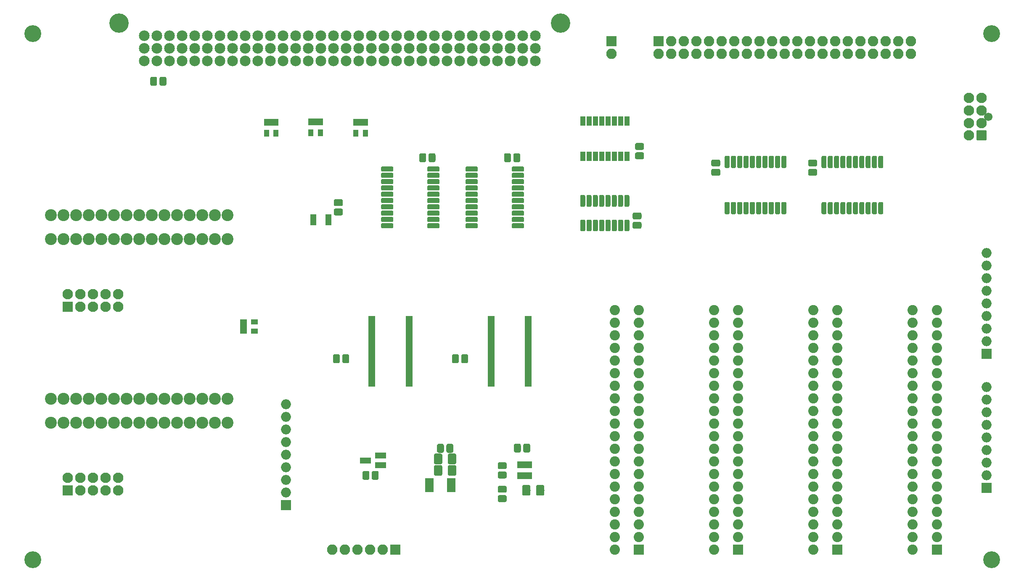
<source format=gbr>
G04 #@! TF.GenerationSoftware,KiCad,Pcbnew,(5.1.2)-1*
G04 #@! TF.CreationDate,2019-08-25T23:11:27+02:00*
G04 #@! TF.ProjectId,Project_GCM,50726f6a-6563-4745-9f47-434d2e6b6963,V4*
G04 #@! TF.SameCoordinates,PX40d9900PY1e84800*
G04 #@! TF.FileFunction,Soldermask,Top*
G04 #@! TF.FilePolarity,Negative*
%FSLAX46Y46*%
G04 Gerber Fmt 4.6, Leading zero omitted, Abs format (unit mm)*
G04 Created by KiCad (PCBNEW (5.1.2)-1) date 2019-08-25 23:11:27*
%MOMM*%
%LPD*%
G04 APERTURE LIST*
%ADD10C,2.400000*%
%ADD11C,3.400000*%
%ADD12C,2.150000*%
%ADD13C,3.900000*%
%ADD14C,0.100000*%
%ADD15C,1.375000*%
%ADD16C,1.650000*%
%ADD17R,1.800000X0.850000*%
%ADD18C,2.100000*%
%ADD19C,1.700000*%
%ADD20R,2.050000X2.050000*%
%ADD21C,2.050000*%
%ADD22R,2.100000X2.100000*%
%ADD23O,2.100000X2.100000*%
%ADD24R,2.000000X2.000000*%
%ADD25O,2.000000X2.000000*%
%ADD26R,2.300000X1.200000*%
%ADD27R,1.050000X1.460000*%
%ADD28C,1.000000*%
%ADD29R,1.000000X1.900000*%
%ADD30R,1.150000X0.650000*%
%ADD31R,1.460000X1.050000*%
%ADD32R,1.400000X0.685000*%
G04 APERTURE END LIST*
D10*
X44190000Y-83400000D03*
X44190000Y-78540000D03*
X41650000Y-83400000D03*
X41650000Y-78540000D03*
X39110000Y-83400000D03*
X39110000Y-78540000D03*
X36570000Y-83400000D03*
X36570000Y-78540000D03*
X34030000Y-83400000D03*
X34030000Y-78540000D03*
X31490000Y-83400000D03*
X31490000Y-78540000D03*
X28950000Y-83400000D03*
X28950000Y-78540000D03*
X26410000Y-83400000D03*
X26410000Y-78540000D03*
X23870000Y-83400000D03*
X23870000Y-78540000D03*
X21330000Y-83400000D03*
X21330000Y-78540000D03*
X18790000Y-83400000D03*
X18790000Y-78540000D03*
X16250000Y-83400000D03*
X16250000Y-78540000D03*
X13710000Y-83400000D03*
X13710000Y-78540000D03*
X11170000Y-83400000D03*
X11170000Y-78540000D03*
X8640000Y-83400000D03*
X8630000Y-78540000D03*
X44190000Y-46400000D03*
X44190000Y-41540000D03*
X41650000Y-46400000D03*
X41650000Y-41540000D03*
X39110000Y-46400000D03*
X39110000Y-41540000D03*
X36570000Y-46400000D03*
X36570000Y-41540000D03*
X34030000Y-46400000D03*
X34030000Y-41540000D03*
X31490000Y-46400000D03*
X31490000Y-41540000D03*
X28950000Y-46400000D03*
X28950000Y-41540000D03*
X26410000Y-46400000D03*
X26410000Y-41540000D03*
X23870000Y-46400000D03*
X23870000Y-41540000D03*
X21330000Y-46400000D03*
X21330000Y-41540000D03*
X18790000Y-46400000D03*
X18790000Y-41540000D03*
X16250000Y-46400000D03*
X16250000Y-41540000D03*
X13710000Y-46400000D03*
X13710000Y-41540000D03*
X11170000Y-46400000D03*
X11170000Y-41540000D03*
X8640000Y-46400000D03*
X8630000Y-41540000D03*
D11*
X198000000Y-5000000D03*
X5000000Y-5000000D03*
X5000000Y-111000000D03*
X198000000Y-111000000D03*
D12*
X106140000Y-5460000D03*
X103600000Y-5460000D03*
X101060000Y-5460000D03*
X98520000Y-5460000D03*
X95980000Y-5460000D03*
X93440000Y-5460000D03*
X90900000Y-5460000D03*
X88360000Y-5460000D03*
X85820000Y-5460000D03*
X83280000Y-5460000D03*
X80740000Y-5460000D03*
X78200000Y-5460000D03*
X75660000Y-5460000D03*
X73120000Y-5460000D03*
X70580000Y-5460000D03*
X68040000Y-5460000D03*
X65500000Y-5460000D03*
X62960000Y-5460000D03*
X60420000Y-5460000D03*
X57880000Y-5460000D03*
X55340000Y-5460000D03*
X52800000Y-5460000D03*
X50260000Y-5460000D03*
X47720000Y-5460000D03*
X45180000Y-5460000D03*
X42640000Y-5460000D03*
X40100000Y-5460000D03*
X37560000Y-5460000D03*
X35020000Y-5460000D03*
X32480000Y-5460000D03*
X29940000Y-5460000D03*
X27400000Y-5460000D03*
X106140000Y-8000000D03*
X103600000Y-8000000D03*
X101060000Y-8000000D03*
X98520000Y-8000000D03*
X95980000Y-8000000D03*
X93440000Y-8000000D03*
X90900000Y-8000000D03*
X88360000Y-8000000D03*
X85820000Y-8000000D03*
X83280000Y-8000000D03*
X80740000Y-8000000D03*
X78200000Y-8000000D03*
X75660000Y-8000000D03*
X73120000Y-8000000D03*
X70580000Y-8000000D03*
X68040000Y-8000000D03*
X65500000Y-8000000D03*
X62960000Y-8000000D03*
X60420000Y-8000000D03*
X57880000Y-8000000D03*
X55340000Y-8000000D03*
X52800000Y-8000000D03*
X50260000Y-8000000D03*
X47720000Y-8000000D03*
X45180000Y-8000000D03*
X42640000Y-8000000D03*
X40100000Y-8000000D03*
X37560000Y-8000000D03*
X35020000Y-8000000D03*
X32480000Y-8000000D03*
X29940000Y-8000000D03*
X27400000Y-8000000D03*
X106140000Y-10540000D03*
X103600000Y-10540000D03*
X101060000Y-10540000D03*
X98520000Y-10540000D03*
X95980000Y-10540000D03*
X93440000Y-10540000D03*
X90900000Y-10540000D03*
X88360000Y-10540000D03*
X85820000Y-10540000D03*
X83280000Y-10540000D03*
X80740000Y-10540000D03*
X78200000Y-10540000D03*
X75660000Y-10540000D03*
X73120000Y-10540000D03*
X70580000Y-10540000D03*
X68040000Y-10540000D03*
X65500000Y-10540000D03*
X62960000Y-10540000D03*
X60420000Y-10540000D03*
X57880000Y-10540000D03*
X55340000Y-10540000D03*
X52800000Y-10540000D03*
X50260000Y-10540000D03*
X47720000Y-10540000D03*
X45180000Y-10540000D03*
X42640000Y-10540000D03*
X40100000Y-10540000D03*
X37560000Y-10540000D03*
X35020000Y-10540000D03*
X32480000Y-10540000D03*
X29940000Y-10540000D03*
X27400000Y-10540000D03*
D13*
X111220000Y-2920000D03*
X22320000Y-2920000D03*
D14*
G36*
X72439943Y-93101655D02*
G01*
X72473312Y-93106605D01*
X72506035Y-93114802D01*
X72537797Y-93126166D01*
X72568293Y-93140590D01*
X72597227Y-93157932D01*
X72624323Y-93178028D01*
X72649318Y-93200682D01*
X72671972Y-93225677D01*
X72692068Y-93252773D01*
X72709410Y-93281707D01*
X72723834Y-93312203D01*
X72735198Y-93343965D01*
X72743395Y-93376688D01*
X72748345Y-93410057D01*
X72750000Y-93443750D01*
X72750000Y-94556250D01*
X72748345Y-94589943D01*
X72743395Y-94623312D01*
X72735198Y-94656035D01*
X72723834Y-94687797D01*
X72709410Y-94718293D01*
X72692068Y-94747227D01*
X72671972Y-94774323D01*
X72649318Y-94799318D01*
X72624323Y-94821972D01*
X72597227Y-94842068D01*
X72568293Y-94859410D01*
X72537797Y-94873834D01*
X72506035Y-94885198D01*
X72473312Y-94893395D01*
X72439943Y-94898345D01*
X72406250Y-94900000D01*
X71718750Y-94900000D01*
X71685057Y-94898345D01*
X71651688Y-94893395D01*
X71618965Y-94885198D01*
X71587203Y-94873834D01*
X71556707Y-94859410D01*
X71527773Y-94842068D01*
X71500677Y-94821972D01*
X71475682Y-94799318D01*
X71453028Y-94774323D01*
X71432932Y-94747227D01*
X71415590Y-94718293D01*
X71401166Y-94687797D01*
X71389802Y-94656035D01*
X71381605Y-94623312D01*
X71376655Y-94589943D01*
X71375000Y-94556250D01*
X71375000Y-93443750D01*
X71376655Y-93410057D01*
X71381605Y-93376688D01*
X71389802Y-93343965D01*
X71401166Y-93312203D01*
X71415590Y-93281707D01*
X71432932Y-93252773D01*
X71453028Y-93225677D01*
X71475682Y-93200682D01*
X71500677Y-93178028D01*
X71527773Y-93157932D01*
X71556707Y-93140590D01*
X71587203Y-93126166D01*
X71618965Y-93114802D01*
X71651688Y-93106605D01*
X71685057Y-93101655D01*
X71718750Y-93100000D01*
X72406250Y-93100000D01*
X72439943Y-93101655D01*
X72439943Y-93101655D01*
G37*
D15*
X72062500Y-94000000D03*
D14*
G36*
X74314943Y-93101655D02*
G01*
X74348312Y-93106605D01*
X74381035Y-93114802D01*
X74412797Y-93126166D01*
X74443293Y-93140590D01*
X74472227Y-93157932D01*
X74499323Y-93178028D01*
X74524318Y-93200682D01*
X74546972Y-93225677D01*
X74567068Y-93252773D01*
X74584410Y-93281707D01*
X74598834Y-93312203D01*
X74610198Y-93343965D01*
X74618395Y-93376688D01*
X74623345Y-93410057D01*
X74625000Y-93443750D01*
X74625000Y-94556250D01*
X74623345Y-94589943D01*
X74618395Y-94623312D01*
X74610198Y-94656035D01*
X74598834Y-94687797D01*
X74584410Y-94718293D01*
X74567068Y-94747227D01*
X74546972Y-94774323D01*
X74524318Y-94799318D01*
X74499323Y-94821972D01*
X74472227Y-94842068D01*
X74443293Y-94859410D01*
X74412797Y-94873834D01*
X74381035Y-94885198D01*
X74348312Y-94893395D01*
X74314943Y-94898345D01*
X74281250Y-94900000D01*
X73593750Y-94900000D01*
X73560057Y-94898345D01*
X73526688Y-94893395D01*
X73493965Y-94885198D01*
X73462203Y-94873834D01*
X73431707Y-94859410D01*
X73402773Y-94842068D01*
X73375677Y-94821972D01*
X73350682Y-94799318D01*
X73328028Y-94774323D01*
X73307932Y-94747227D01*
X73290590Y-94718293D01*
X73276166Y-94687797D01*
X73264802Y-94656035D01*
X73256605Y-94623312D01*
X73251655Y-94589943D01*
X73250000Y-94556250D01*
X73250000Y-93443750D01*
X73251655Y-93410057D01*
X73256605Y-93376688D01*
X73264802Y-93343965D01*
X73276166Y-93312203D01*
X73290590Y-93281707D01*
X73307932Y-93252773D01*
X73328028Y-93225677D01*
X73350682Y-93200682D01*
X73375677Y-93178028D01*
X73402773Y-93157932D01*
X73431707Y-93140590D01*
X73462203Y-93126166D01*
X73493965Y-93114802D01*
X73526688Y-93106605D01*
X73560057Y-93101655D01*
X73593750Y-93100000D01*
X74281250Y-93100000D01*
X74314943Y-93101655D01*
X74314943Y-93101655D01*
G37*
D15*
X73937500Y-94000000D03*
D14*
G36*
X104877346Y-95926589D02*
G01*
X104909380Y-95931341D01*
X104940794Y-95939210D01*
X104971286Y-95950120D01*
X105000561Y-95963966D01*
X105028338Y-95980615D01*
X105054350Y-95999907D01*
X105078345Y-96021655D01*
X105100093Y-96045650D01*
X105119385Y-96071662D01*
X105136034Y-96099439D01*
X105149880Y-96128714D01*
X105160790Y-96159206D01*
X105168659Y-96190620D01*
X105173411Y-96222654D01*
X105175000Y-96255000D01*
X105175000Y-97745000D01*
X105173411Y-97777346D01*
X105168659Y-97809380D01*
X105160790Y-97840794D01*
X105149880Y-97871286D01*
X105136034Y-97900561D01*
X105119385Y-97928338D01*
X105100093Y-97954350D01*
X105078345Y-97978345D01*
X105054350Y-98000093D01*
X105028338Y-98019385D01*
X105000561Y-98036034D01*
X104971286Y-98049880D01*
X104940794Y-98060790D01*
X104909380Y-98068659D01*
X104877346Y-98073411D01*
X104845000Y-98075000D01*
X103855000Y-98075000D01*
X103822654Y-98073411D01*
X103790620Y-98068659D01*
X103759206Y-98060790D01*
X103728714Y-98049880D01*
X103699439Y-98036034D01*
X103671662Y-98019385D01*
X103645650Y-98000093D01*
X103621655Y-97978345D01*
X103599907Y-97954350D01*
X103580615Y-97928338D01*
X103563966Y-97900561D01*
X103550120Y-97871286D01*
X103539210Y-97840794D01*
X103531341Y-97809380D01*
X103526589Y-97777346D01*
X103525000Y-97745000D01*
X103525000Y-96255000D01*
X103526589Y-96222654D01*
X103531341Y-96190620D01*
X103539210Y-96159206D01*
X103550120Y-96128714D01*
X103563966Y-96099439D01*
X103580615Y-96071662D01*
X103599907Y-96045650D01*
X103621655Y-96021655D01*
X103645650Y-95999907D01*
X103671662Y-95980615D01*
X103699439Y-95963966D01*
X103728714Y-95950120D01*
X103759206Y-95939210D01*
X103790620Y-95931341D01*
X103822654Y-95926589D01*
X103855000Y-95925000D01*
X104845000Y-95925000D01*
X104877346Y-95926589D01*
X104877346Y-95926589D01*
G37*
D16*
X104350000Y-97000000D03*
D14*
G36*
X107677346Y-95926589D02*
G01*
X107709380Y-95931341D01*
X107740794Y-95939210D01*
X107771286Y-95950120D01*
X107800561Y-95963966D01*
X107828338Y-95980615D01*
X107854350Y-95999907D01*
X107878345Y-96021655D01*
X107900093Y-96045650D01*
X107919385Y-96071662D01*
X107936034Y-96099439D01*
X107949880Y-96128714D01*
X107960790Y-96159206D01*
X107968659Y-96190620D01*
X107973411Y-96222654D01*
X107975000Y-96255000D01*
X107975000Y-97745000D01*
X107973411Y-97777346D01*
X107968659Y-97809380D01*
X107960790Y-97840794D01*
X107949880Y-97871286D01*
X107936034Y-97900561D01*
X107919385Y-97928338D01*
X107900093Y-97954350D01*
X107878345Y-97978345D01*
X107854350Y-98000093D01*
X107828338Y-98019385D01*
X107800561Y-98036034D01*
X107771286Y-98049880D01*
X107740794Y-98060790D01*
X107709380Y-98068659D01*
X107677346Y-98073411D01*
X107645000Y-98075000D01*
X106655000Y-98075000D01*
X106622654Y-98073411D01*
X106590620Y-98068659D01*
X106559206Y-98060790D01*
X106528714Y-98049880D01*
X106499439Y-98036034D01*
X106471662Y-98019385D01*
X106445650Y-98000093D01*
X106421655Y-97978345D01*
X106399907Y-97954350D01*
X106380615Y-97928338D01*
X106363966Y-97900561D01*
X106350120Y-97871286D01*
X106339210Y-97840794D01*
X106331341Y-97809380D01*
X106326589Y-97777346D01*
X106325000Y-97745000D01*
X106325000Y-96255000D01*
X106326589Y-96222654D01*
X106331341Y-96190620D01*
X106339210Y-96159206D01*
X106350120Y-96128714D01*
X106363966Y-96099439D01*
X106380615Y-96071662D01*
X106399907Y-96045650D01*
X106421655Y-96021655D01*
X106445650Y-95999907D01*
X106471662Y-95980615D01*
X106499439Y-95963966D01*
X106528714Y-95950120D01*
X106559206Y-95939210D01*
X106590620Y-95931341D01*
X106622654Y-95926589D01*
X106655000Y-95925000D01*
X107645000Y-95925000D01*
X107677346Y-95926589D01*
X107677346Y-95926589D01*
G37*
D16*
X107150000Y-97000000D03*
D14*
G36*
X127239943Y-42921655D02*
G01*
X127273312Y-42926605D01*
X127306035Y-42934802D01*
X127337797Y-42946166D01*
X127368293Y-42960590D01*
X127397227Y-42977932D01*
X127424323Y-42998028D01*
X127449318Y-43020682D01*
X127471972Y-43045677D01*
X127492068Y-43072773D01*
X127509410Y-43101707D01*
X127523834Y-43132203D01*
X127535198Y-43163965D01*
X127543395Y-43196688D01*
X127548345Y-43230057D01*
X127550000Y-43263750D01*
X127550000Y-43951250D01*
X127548345Y-43984943D01*
X127543395Y-44018312D01*
X127535198Y-44051035D01*
X127523834Y-44082797D01*
X127509410Y-44113293D01*
X127492068Y-44142227D01*
X127471972Y-44169323D01*
X127449318Y-44194318D01*
X127424323Y-44216972D01*
X127397227Y-44237068D01*
X127368293Y-44254410D01*
X127337797Y-44268834D01*
X127306035Y-44280198D01*
X127273312Y-44288395D01*
X127239943Y-44293345D01*
X127206250Y-44295000D01*
X126093750Y-44295000D01*
X126060057Y-44293345D01*
X126026688Y-44288395D01*
X125993965Y-44280198D01*
X125962203Y-44268834D01*
X125931707Y-44254410D01*
X125902773Y-44237068D01*
X125875677Y-44216972D01*
X125850682Y-44194318D01*
X125828028Y-44169323D01*
X125807932Y-44142227D01*
X125790590Y-44113293D01*
X125776166Y-44082797D01*
X125764802Y-44051035D01*
X125756605Y-44018312D01*
X125751655Y-43984943D01*
X125750000Y-43951250D01*
X125750000Y-43263750D01*
X125751655Y-43230057D01*
X125756605Y-43196688D01*
X125764802Y-43163965D01*
X125776166Y-43132203D01*
X125790590Y-43101707D01*
X125807932Y-43072773D01*
X125828028Y-43045677D01*
X125850682Y-43020682D01*
X125875677Y-42998028D01*
X125902773Y-42977932D01*
X125931707Y-42960590D01*
X125962203Y-42946166D01*
X125993965Y-42934802D01*
X126026688Y-42926605D01*
X126060057Y-42921655D01*
X126093750Y-42920000D01*
X127206250Y-42920000D01*
X127239943Y-42921655D01*
X127239943Y-42921655D01*
G37*
D15*
X126650000Y-43607500D03*
D14*
G36*
X127239943Y-41046655D02*
G01*
X127273312Y-41051605D01*
X127306035Y-41059802D01*
X127337797Y-41071166D01*
X127368293Y-41085590D01*
X127397227Y-41102932D01*
X127424323Y-41123028D01*
X127449318Y-41145682D01*
X127471972Y-41170677D01*
X127492068Y-41197773D01*
X127509410Y-41226707D01*
X127523834Y-41257203D01*
X127535198Y-41288965D01*
X127543395Y-41321688D01*
X127548345Y-41355057D01*
X127550000Y-41388750D01*
X127550000Y-42076250D01*
X127548345Y-42109943D01*
X127543395Y-42143312D01*
X127535198Y-42176035D01*
X127523834Y-42207797D01*
X127509410Y-42238293D01*
X127492068Y-42267227D01*
X127471972Y-42294323D01*
X127449318Y-42319318D01*
X127424323Y-42341972D01*
X127397227Y-42362068D01*
X127368293Y-42379410D01*
X127337797Y-42393834D01*
X127306035Y-42405198D01*
X127273312Y-42413395D01*
X127239943Y-42418345D01*
X127206250Y-42420000D01*
X126093750Y-42420000D01*
X126060057Y-42418345D01*
X126026688Y-42413395D01*
X125993965Y-42405198D01*
X125962203Y-42393834D01*
X125931707Y-42379410D01*
X125902773Y-42362068D01*
X125875677Y-42341972D01*
X125850682Y-42319318D01*
X125828028Y-42294323D01*
X125807932Y-42267227D01*
X125790590Y-42238293D01*
X125776166Y-42207797D01*
X125764802Y-42176035D01*
X125756605Y-42143312D01*
X125751655Y-42109943D01*
X125750000Y-42076250D01*
X125750000Y-41388750D01*
X125751655Y-41355057D01*
X125756605Y-41321688D01*
X125764802Y-41288965D01*
X125776166Y-41257203D01*
X125790590Y-41226707D01*
X125807932Y-41197773D01*
X125828028Y-41170677D01*
X125850682Y-41145682D01*
X125875677Y-41123028D01*
X125902773Y-41102932D01*
X125931707Y-41085590D01*
X125962203Y-41071166D01*
X125993965Y-41059802D01*
X126026688Y-41051605D01*
X126060057Y-41046655D01*
X126093750Y-41045000D01*
X127206250Y-41045000D01*
X127239943Y-41046655D01*
X127239943Y-41046655D01*
G37*
D15*
X126650000Y-41732500D03*
D14*
G36*
X127739943Y-28921655D02*
G01*
X127773312Y-28926605D01*
X127806035Y-28934802D01*
X127837797Y-28946166D01*
X127868293Y-28960590D01*
X127897227Y-28977932D01*
X127924323Y-28998028D01*
X127949318Y-29020682D01*
X127971972Y-29045677D01*
X127992068Y-29072773D01*
X128009410Y-29101707D01*
X128023834Y-29132203D01*
X128035198Y-29163965D01*
X128043395Y-29196688D01*
X128048345Y-29230057D01*
X128050000Y-29263750D01*
X128050000Y-29951250D01*
X128048345Y-29984943D01*
X128043395Y-30018312D01*
X128035198Y-30051035D01*
X128023834Y-30082797D01*
X128009410Y-30113293D01*
X127992068Y-30142227D01*
X127971972Y-30169323D01*
X127949318Y-30194318D01*
X127924323Y-30216972D01*
X127897227Y-30237068D01*
X127868293Y-30254410D01*
X127837797Y-30268834D01*
X127806035Y-30280198D01*
X127773312Y-30288395D01*
X127739943Y-30293345D01*
X127706250Y-30295000D01*
X126593750Y-30295000D01*
X126560057Y-30293345D01*
X126526688Y-30288395D01*
X126493965Y-30280198D01*
X126462203Y-30268834D01*
X126431707Y-30254410D01*
X126402773Y-30237068D01*
X126375677Y-30216972D01*
X126350682Y-30194318D01*
X126328028Y-30169323D01*
X126307932Y-30142227D01*
X126290590Y-30113293D01*
X126276166Y-30082797D01*
X126264802Y-30051035D01*
X126256605Y-30018312D01*
X126251655Y-29984943D01*
X126250000Y-29951250D01*
X126250000Y-29263750D01*
X126251655Y-29230057D01*
X126256605Y-29196688D01*
X126264802Y-29163965D01*
X126276166Y-29132203D01*
X126290590Y-29101707D01*
X126307932Y-29072773D01*
X126328028Y-29045677D01*
X126350682Y-29020682D01*
X126375677Y-28998028D01*
X126402773Y-28977932D01*
X126431707Y-28960590D01*
X126462203Y-28946166D01*
X126493965Y-28934802D01*
X126526688Y-28926605D01*
X126560057Y-28921655D01*
X126593750Y-28920000D01*
X127706250Y-28920000D01*
X127739943Y-28921655D01*
X127739943Y-28921655D01*
G37*
D15*
X127150000Y-29607500D03*
D14*
G36*
X127739943Y-27046655D02*
G01*
X127773312Y-27051605D01*
X127806035Y-27059802D01*
X127837797Y-27071166D01*
X127868293Y-27085590D01*
X127897227Y-27102932D01*
X127924323Y-27123028D01*
X127949318Y-27145682D01*
X127971972Y-27170677D01*
X127992068Y-27197773D01*
X128009410Y-27226707D01*
X128023834Y-27257203D01*
X128035198Y-27288965D01*
X128043395Y-27321688D01*
X128048345Y-27355057D01*
X128050000Y-27388750D01*
X128050000Y-28076250D01*
X128048345Y-28109943D01*
X128043395Y-28143312D01*
X128035198Y-28176035D01*
X128023834Y-28207797D01*
X128009410Y-28238293D01*
X127992068Y-28267227D01*
X127971972Y-28294323D01*
X127949318Y-28319318D01*
X127924323Y-28341972D01*
X127897227Y-28362068D01*
X127868293Y-28379410D01*
X127837797Y-28393834D01*
X127806035Y-28405198D01*
X127773312Y-28413395D01*
X127739943Y-28418345D01*
X127706250Y-28420000D01*
X126593750Y-28420000D01*
X126560057Y-28418345D01*
X126526688Y-28413395D01*
X126493965Y-28405198D01*
X126462203Y-28393834D01*
X126431707Y-28379410D01*
X126402773Y-28362068D01*
X126375677Y-28341972D01*
X126350682Y-28319318D01*
X126328028Y-28294323D01*
X126307932Y-28267227D01*
X126290590Y-28238293D01*
X126276166Y-28207797D01*
X126264802Y-28176035D01*
X126256605Y-28143312D01*
X126251655Y-28109943D01*
X126250000Y-28076250D01*
X126250000Y-27388750D01*
X126251655Y-27355057D01*
X126256605Y-27321688D01*
X126264802Y-27288965D01*
X126276166Y-27257203D01*
X126290590Y-27226707D01*
X126307932Y-27197773D01*
X126328028Y-27170677D01*
X126350682Y-27145682D01*
X126375677Y-27123028D01*
X126402773Y-27102932D01*
X126431707Y-27085590D01*
X126462203Y-27071166D01*
X126493965Y-27059802D01*
X126526688Y-27051605D01*
X126560057Y-27046655D01*
X126593750Y-27045000D01*
X127706250Y-27045000D01*
X127739943Y-27046655D01*
X127739943Y-27046655D01*
G37*
D15*
X127150000Y-27732500D03*
D14*
G36*
X31574943Y-13701655D02*
G01*
X31608312Y-13706605D01*
X31641035Y-13714802D01*
X31672797Y-13726166D01*
X31703293Y-13740590D01*
X31732227Y-13757932D01*
X31759323Y-13778028D01*
X31784318Y-13800682D01*
X31806972Y-13825677D01*
X31827068Y-13852773D01*
X31844410Y-13881707D01*
X31858834Y-13912203D01*
X31870198Y-13943965D01*
X31878395Y-13976688D01*
X31883345Y-14010057D01*
X31885000Y-14043750D01*
X31885000Y-15156250D01*
X31883345Y-15189943D01*
X31878395Y-15223312D01*
X31870198Y-15256035D01*
X31858834Y-15287797D01*
X31844410Y-15318293D01*
X31827068Y-15347227D01*
X31806972Y-15374323D01*
X31784318Y-15399318D01*
X31759323Y-15421972D01*
X31732227Y-15442068D01*
X31703293Y-15459410D01*
X31672797Y-15473834D01*
X31641035Y-15485198D01*
X31608312Y-15493395D01*
X31574943Y-15498345D01*
X31541250Y-15500000D01*
X30853750Y-15500000D01*
X30820057Y-15498345D01*
X30786688Y-15493395D01*
X30753965Y-15485198D01*
X30722203Y-15473834D01*
X30691707Y-15459410D01*
X30662773Y-15442068D01*
X30635677Y-15421972D01*
X30610682Y-15399318D01*
X30588028Y-15374323D01*
X30567932Y-15347227D01*
X30550590Y-15318293D01*
X30536166Y-15287797D01*
X30524802Y-15256035D01*
X30516605Y-15223312D01*
X30511655Y-15189943D01*
X30510000Y-15156250D01*
X30510000Y-14043750D01*
X30511655Y-14010057D01*
X30516605Y-13976688D01*
X30524802Y-13943965D01*
X30536166Y-13912203D01*
X30550590Y-13881707D01*
X30567932Y-13852773D01*
X30588028Y-13825677D01*
X30610682Y-13800682D01*
X30635677Y-13778028D01*
X30662773Y-13757932D01*
X30691707Y-13740590D01*
X30722203Y-13726166D01*
X30753965Y-13714802D01*
X30786688Y-13706605D01*
X30820057Y-13701655D01*
X30853750Y-13700000D01*
X31541250Y-13700000D01*
X31574943Y-13701655D01*
X31574943Y-13701655D01*
G37*
D15*
X31197500Y-14600000D03*
D14*
G36*
X29699943Y-13701655D02*
G01*
X29733312Y-13706605D01*
X29766035Y-13714802D01*
X29797797Y-13726166D01*
X29828293Y-13740590D01*
X29857227Y-13757932D01*
X29884323Y-13778028D01*
X29909318Y-13800682D01*
X29931972Y-13825677D01*
X29952068Y-13852773D01*
X29969410Y-13881707D01*
X29983834Y-13912203D01*
X29995198Y-13943965D01*
X30003395Y-13976688D01*
X30008345Y-14010057D01*
X30010000Y-14043750D01*
X30010000Y-15156250D01*
X30008345Y-15189943D01*
X30003395Y-15223312D01*
X29995198Y-15256035D01*
X29983834Y-15287797D01*
X29969410Y-15318293D01*
X29952068Y-15347227D01*
X29931972Y-15374323D01*
X29909318Y-15399318D01*
X29884323Y-15421972D01*
X29857227Y-15442068D01*
X29828293Y-15459410D01*
X29797797Y-15473834D01*
X29766035Y-15485198D01*
X29733312Y-15493395D01*
X29699943Y-15498345D01*
X29666250Y-15500000D01*
X28978750Y-15500000D01*
X28945057Y-15498345D01*
X28911688Y-15493395D01*
X28878965Y-15485198D01*
X28847203Y-15473834D01*
X28816707Y-15459410D01*
X28787773Y-15442068D01*
X28760677Y-15421972D01*
X28735682Y-15399318D01*
X28713028Y-15374323D01*
X28692932Y-15347227D01*
X28675590Y-15318293D01*
X28661166Y-15287797D01*
X28649802Y-15256035D01*
X28641605Y-15223312D01*
X28636655Y-15189943D01*
X28635000Y-15156250D01*
X28635000Y-14043750D01*
X28636655Y-14010057D01*
X28641605Y-13976688D01*
X28649802Y-13943965D01*
X28661166Y-13912203D01*
X28675590Y-13881707D01*
X28692932Y-13852773D01*
X28713028Y-13825677D01*
X28735682Y-13800682D01*
X28760677Y-13778028D01*
X28787773Y-13757932D01*
X28816707Y-13740590D01*
X28847203Y-13726166D01*
X28878965Y-13714802D01*
X28911688Y-13706605D01*
X28945057Y-13701655D01*
X28978750Y-13700000D01*
X29666250Y-13700000D01*
X29699943Y-13701655D01*
X29699943Y-13701655D01*
G37*
D15*
X29322500Y-14600000D03*
D14*
G36*
X87127346Y-91926589D02*
G01*
X87159380Y-91931341D01*
X87190794Y-91939210D01*
X87221286Y-91950120D01*
X87250561Y-91963966D01*
X87278338Y-91980615D01*
X87304350Y-91999907D01*
X87328345Y-92021655D01*
X87350093Y-92045650D01*
X87369385Y-92071662D01*
X87386034Y-92099439D01*
X87399880Y-92128714D01*
X87410790Y-92159206D01*
X87418659Y-92190620D01*
X87423411Y-92222654D01*
X87425000Y-92255000D01*
X87425000Y-93745000D01*
X87423411Y-93777346D01*
X87418659Y-93809380D01*
X87410790Y-93840794D01*
X87399880Y-93871286D01*
X87386034Y-93900561D01*
X87369385Y-93928338D01*
X87350093Y-93954350D01*
X87328345Y-93978345D01*
X87304350Y-94000093D01*
X87278338Y-94019385D01*
X87250561Y-94036034D01*
X87221286Y-94049880D01*
X87190794Y-94060790D01*
X87159380Y-94068659D01*
X87127346Y-94073411D01*
X87095000Y-94075000D01*
X86105000Y-94075000D01*
X86072654Y-94073411D01*
X86040620Y-94068659D01*
X86009206Y-94060790D01*
X85978714Y-94049880D01*
X85949439Y-94036034D01*
X85921662Y-94019385D01*
X85895650Y-94000093D01*
X85871655Y-93978345D01*
X85849907Y-93954350D01*
X85830615Y-93928338D01*
X85813966Y-93900561D01*
X85800120Y-93871286D01*
X85789210Y-93840794D01*
X85781341Y-93809380D01*
X85776589Y-93777346D01*
X85775000Y-93745000D01*
X85775000Y-92255000D01*
X85776589Y-92222654D01*
X85781341Y-92190620D01*
X85789210Y-92159206D01*
X85800120Y-92128714D01*
X85813966Y-92099439D01*
X85830615Y-92071662D01*
X85849907Y-92045650D01*
X85871655Y-92021655D01*
X85895650Y-91999907D01*
X85921662Y-91980615D01*
X85949439Y-91963966D01*
X85978714Y-91950120D01*
X86009206Y-91939210D01*
X86040620Y-91931341D01*
X86072654Y-91926589D01*
X86105000Y-91925000D01*
X87095000Y-91925000D01*
X87127346Y-91926589D01*
X87127346Y-91926589D01*
G37*
D16*
X86600000Y-93000000D03*
D14*
G36*
X89927346Y-91926589D02*
G01*
X89959380Y-91931341D01*
X89990794Y-91939210D01*
X90021286Y-91950120D01*
X90050561Y-91963966D01*
X90078338Y-91980615D01*
X90104350Y-91999907D01*
X90128345Y-92021655D01*
X90150093Y-92045650D01*
X90169385Y-92071662D01*
X90186034Y-92099439D01*
X90199880Y-92128714D01*
X90210790Y-92159206D01*
X90218659Y-92190620D01*
X90223411Y-92222654D01*
X90225000Y-92255000D01*
X90225000Y-93745000D01*
X90223411Y-93777346D01*
X90218659Y-93809380D01*
X90210790Y-93840794D01*
X90199880Y-93871286D01*
X90186034Y-93900561D01*
X90169385Y-93928338D01*
X90150093Y-93954350D01*
X90128345Y-93978345D01*
X90104350Y-94000093D01*
X90078338Y-94019385D01*
X90050561Y-94036034D01*
X90021286Y-94049880D01*
X89990794Y-94060790D01*
X89959380Y-94068659D01*
X89927346Y-94073411D01*
X89895000Y-94075000D01*
X88905000Y-94075000D01*
X88872654Y-94073411D01*
X88840620Y-94068659D01*
X88809206Y-94060790D01*
X88778714Y-94049880D01*
X88749439Y-94036034D01*
X88721662Y-94019385D01*
X88695650Y-94000093D01*
X88671655Y-93978345D01*
X88649907Y-93954350D01*
X88630615Y-93928338D01*
X88613966Y-93900561D01*
X88600120Y-93871286D01*
X88589210Y-93840794D01*
X88581341Y-93809380D01*
X88576589Y-93777346D01*
X88575000Y-93745000D01*
X88575000Y-92255000D01*
X88576589Y-92222654D01*
X88581341Y-92190620D01*
X88589210Y-92159206D01*
X88600120Y-92128714D01*
X88613966Y-92099439D01*
X88630615Y-92071662D01*
X88649907Y-92045650D01*
X88671655Y-92021655D01*
X88695650Y-91999907D01*
X88721662Y-91980615D01*
X88749439Y-91963966D01*
X88778714Y-91950120D01*
X88809206Y-91939210D01*
X88840620Y-91931341D01*
X88872654Y-91926589D01*
X88905000Y-91925000D01*
X89895000Y-91925000D01*
X89927346Y-91926589D01*
X89927346Y-91926589D01*
G37*
D16*
X89400000Y-93000000D03*
D14*
G36*
X162589943Y-30376655D02*
G01*
X162623312Y-30381605D01*
X162656035Y-30389802D01*
X162687797Y-30401166D01*
X162718293Y-30415590D01*
X162747227Y-30432932D01*
X162774323Y-30453028D01*
X162799318Y-30475682D01*
X162821972Y-30500677D01*
X162842068Y-30527773D01*
X162859410Y-30556707D01*
X162873834Y-30587203D01*
X162885198Y-30618965D01*
X162893395Y-30651688D01*
X162898345Y-30685057D01*
X162900000Y-30718750D01*
X162900000Y-31406250D01*
X162898345Y-31439943D01*
X162893395Y-31473312D01*
X162885198Y-31506035D01*
X162873834Y-31537797D01*
X162859410Y-31568293D01*
X162842068Y-31597227D01*
X162821972Y-31624323D01*
X162799318Y-31649318D01*
X162774323Y-31671972D01*
X162747227Y-31692068D01*
X162718293Y-31709410D01*
X162687797Y-31723834D01*
X162656035Y-31735198D01*
X162623312Y-31743395D01*
X162589943Y-31748345D01*
X162556250Y-31750000D01*
X161443750Y-31750000D01*
X161410057Y-31748345D01*
X161376688Y-31743395D01*
X161343965Y-31735198D01*
X161312203Y-31723834D01*
X161281707Y-31709410D01*
X161252773Y-31692068D01*
X161225677Y-31671972D01*
X161200682Y-31649318D01*
X161178028Y-31624323D01*
X161157932Y-31597227D01*
X161140590Y-31568293D01*
X161126166Y-31537797D01*
X161114802Y-31506035D01*
X161106605Y-31473312D01*
X161101655Y-31439943D01*
X161100000Y-31406250D01*
X161100000Y-30718750D01*
X161101655Y-30685057D01*
X161106605Y-30651688D01*
X161114802Y-30618965D01*
X161126166Y-30587203D01*
X161140590Y-30556707D01*
X161157932Y-30527773D01*
X161178028Y-30500677D01*
X161200682Y-30475682D01*
X161225677Y-30453028D01*
X161252773Y-30432932D01*
X161281707Y-30415590D01*
X161312203Y-30401166D01*
X161343965Y-30389802D01*
X161376688Y-30381605D01*
X161410057Y-30376655D01*
X161443750Y-30375000D01*
X162556250Y-30375000D01*
X162589943Y-30376655D01*
X162589943Y-30376655D01*
G37*
D15*
X162000000Y-31062500D03*
D14*
G36*
X162589943Y-32251655D02*
G01*
X162623312Y-32256605D01*
X162656035Y-32264802D01*
X162687797Y-32276166D01*
X162718293Y-32290590D01*
X162747227Y-32307932D01*
X162774323Y-32328028D01*
X162799318Y-32350682D01*
X162821972Y-32375677D01*
X162842068Y-32402773D01*
X162859410Y-32431707D01*
X162873834Y-32462203D01*
X162885198Y-32493965D01*
X162893395Y-32526688D01*
X162898345Y-32560057D01*
X162900000Y-32593750D01*
X162900000Y-33281250D01*
X162898345Y-33314943D01*
X162893395Y-33348312D01*
X162885198Y-33381035D01*
X162873834Y-33412797D01*
X162859410Y-33443293D01*
X162842068Y-33472227D01*
X162821972Y-33499323D01*
X162799318Y-33524318D01*
X162774323Y-33546972D01*
X162747227Y-33567068D01*
X162718293Y-33584410D01*
X162687797Y-33598834D01*
X162656035Y-33610198D01*
X162623312Y-33618395D01*
X162589943Y-33623345D01*
X162556250Y-33625000D01*
X161443750Y-33625000D01*
X161410057Y-33623345D01*
X161376688Y-33618395D01*
X161343965Y-33610198D01*
X161312203Y-33598834D01*
X161281707Y-33584410D01*
X161252773Y-33567068D01*
X161225677Y-33546972D01*
X161200682Y-33524318D01*
X161178028Y-33499323D01*
X161157932Y-33472227D01*
X161140590Y-33443293D01*
X161126166Y-33412797D01*
X161114802Y-33381035D01*
X161106605Y-33348312D01*
X161101655Y-33314943D01*
X161100000Y-33281250D01*
X161100000Y-32593750D01*
X161101655Y-32560057D01*
X161106605Y-32526688D01*
X161114802Y-32493965D01*
X161126166Y-32462203D01*
X161140590Y-32431707D01*
X161157932Y-32402773D01*
X161178028Y-32375677D01*
X161200682Y-32350682D01*
X161225677Y-32328028D01*
X161252773Y-32307932D01*
X161281707Y-32290590D01*
X161312203Y-32276166D01*
X161343965Y-32264802D01*
X161376688Y-32256605D01*
X161410057Y-32251655D01*
X161443750Y-32250000D01*
X162556250Y-32250000D01*
X162589943Y-32251655D01*
X162589943Y-32251655D01*
G37*
D15*
X162000000Y-32937500D03*
D14*
G36*
X143089943Y-32251655D02*
G01*
X143123312Y-32256605D01*
X143156035Y-32264802D01*
X143187797Y-32276166D01*
X143218293Y-32290590D01*
X143247227Y-32307932D01*
X143274323Y-32328028D01*
X143299318Y-32350682D01*
X143321972Y-32375677D01*
X143342068Y-32402773D01*
X143359410Y-32431707D01*
X143373834Y-32462203D01*
X143385198Y-32493965D01*
X143393395Y-32526688D01*
X143398345Y-32560057D01*
X143400000Y-32593750D01*
X143400000Y-33281250D01*
X143398345Y-33314943D01*
X143393395Y-33348312D01*
X143385198Y-33381035D01*
X143373834Y-33412797D01*
X143359410Y-33443293D01*
X143342068Y-33472227D01*
X143321972Y-33499323D01*
X143299318Y-33524318D01*
X143274323Y-33546972D01*
X143247227Y-33567068D01*
X143218293Y-33584410D01*
X143187797Y-33598834D01*
X143156035Y-33610198D01*
X143123312Y-33618395D01*
X143089943Y-33623345D01*
X143056250Y-33625000D01*
X141943750Y-33625000D01*
X141910057Y-33623345D01*
X141876688Y-33618395D01*
X141843965Y-33610198D01*
X141812203Y-33598834D01*
X141781707Y-33584410D01*
X141752773Y-33567068D01*
X141725677Y-33546972D01*
X141700682Y-33524318D01*
X141678028Y-33499323D01*
X141657932Y-33472227D01*
X141640590Y-33443293D01*
X141626166Y-33412797D01*
X141614802Y-33381035D01*
X141606605Y-33348312D01*
X141601655Y-33314943D01*
X141600000Y-33281250D01*
X141600000Y-32593750D01*
X141601655Y-32560057D01*
X141606605Y-32526688D01*
X141614802Y-32493965D01*
X141626166Y-32462203D01*
X141640590Y-32431707D01*
X141657932Y-32402773D01*
X141678028Y-32375677D01*
X141700682Y-32350682D01*
X141725677Y-32328028D01*
X141752773Y-32307932D01*
X141781707Y-32290590D01*
X141812203Y-32276166D01*
X141843965Y-32264802D01*
X141876688Y-32256605D01*
X141910057Y-32251655D01*
X141943750Y-32250000D01*
X143056250Y-32250000D01*
X143089943Y-32251655D01*
X143089943Y-32251655D01*
G37*
D15*
X142500000Y-32937500D03*
D14*
G36*
X143089943Y-30376655D02*
G01*
X143123312Y-30381605D01*
X143156035Y-30389802D01*
X143187797Y-30401166D01*
X143218293Y-30415590D01*
X143247227Y-30432932D01*
X143274323Y-30453028D01*
X143299318Y-30475682D01*
X143321972Y-30500677D01*
X143342068Y-30527773D01*
X143359410Y-30556707D01*
X143373834Y-30587203D01*
X143385198Y-30618965D01*
X143393395Y-30651688D01*
X143398345Y-30685057D01*
X143400000Y-30718750D01*
X143400000Y-31406250D01*
X143398345Y-31439943D01*
X143393395Y-31473312D01*
X143385198Y-31506035D01*
X143373834Y-31537797D01*
X143359410Y-31568293D01*
X143342068Y-31597227D01*
X143321972Y-31624323D01*
X143299318Y-31649318D01*
X143274323Y-31671972D01*
X143247227Y-31692068D01*
X143218293Y-31709410D01*
X143187797Y-31723834D01*
X143156035Y-31735198D01*
X143123312Y-31743395D01*
X143089943Y-31748345D01*
X143056250Y-31750000D01*
X141943750Y-31750000D01*
X141910057Y-31748345D01*
X141876688Y-31743395D01*
X141843965Y-31735198D01*
X141812203Y-31723834D01*
X141781707Y-31709410D01*
X141752773Y-31692068D01*
X141725677Y-31671972D01*
X141700682Y-31649318D01*
X141678028Y-31624323D01*
X141657932Y-31597227D01*
X141640590Y-31568293D01*
X141626166Y-31537797D01*
X141614802Y-31506035D01*
X141606605Y-31473312D01*
X141601655Y-31439943D01*
X141600000Y-31406250D01*
X141600000Y-30718750D01*
X141601655Y-30685057D01*
X141606605Y-30651688D01*
X141614802Y-30618965D01*
X141626166Y-30587203D01*
X141640590Y-30556707D01*
X141657932Y-30527773D01*
X141678028Y-30500677D01*
X141700682Y-30475682D01*
X141725677Y-30453028D01*
X141752773Y-30432932D01*
X141781707Y-30415590D01*
X141812203Y-30401166D01*
X141843965Y-30389802D01*
X141876688Y-30381605D01*
X141910057Y-30376655D01*
X141943750Y-30375000D01*
X143056250Y-30375000D01*
X143089943Y-30376655D01*
X143089943Y-30376655D01*
G37*
D15*
X142500000Y-31062500D03*
D14*
G36*
X87449943Y-87661655D02*
G01*
X87483312Y-87666605D01*
X87516035Y-87674802D01*
X87547797Y-87686166D01*
X87578293Y-87700590D01*
X87607227Y-87717932D01*
X87634323Y-87738028D01*
X87659318Y-87760682D01*
X87681972Y-87785677D01*
X87702068Y-87812773D01*
X87719410Y-87841707D01*
X87733834Y-87872203D01*
X87745198Y-87903965D01*
X87753395Y-87936688D01*
X87758345Y-87970057D01*
X87760000Y-88003750D01*
X87760000Y-89116250D01*
X87758345Y-89149943D01*
X87753395Y-89183312D01*
X87745198Y-89216035D01*
X87733834Y-89247797D01*
X87719410Y-89278293D01*
X87702068Y-89307227D01*
X87681972Y-89334323D01*
X87659318Y-89359318D01*
X87634323Y-89381972D01*
X87607227Y-89402068D01*
X87578293Y-89419410D01*
X87547797Y-89433834D01*
X87516035Y-89445198D01*
X87483312Y-89453395D01*
X87449943Y-89458345D01*
X87416250Y-89460000D01*
X86728750Y-89460000D01*
X86695057Y-89458345D01*
X86661688Y-89453395D01*
X86628965Y-89445198D01*
X86597203Y-89433834D01*
X86566707Y-89419410D01*
X86537773Y-89402068D01*
X86510677Y-89381972D01*
X86485682Y-89359318D01*
X86463028Y-89334323D01*
X86442932Y-89307227D01*
X86425590Y-89278293D01*
X86411166Y-89247797D01*
X86399802Y-89216035D01*
X86391605Y-89183312D01*
X86386655Y-89149943D01*
X86385000Y-89116250D01*
X86385000Y-88003750D01*
X86386655Y-87970057D01*
X86391605Y-87936688D01*
X86399802Y-87903965D01*
X86411166Y-87872203D01*
X86425590Y-87841707D01*
X86442932Y-87812773D01*
X86463028Y-87785677D01*
X86485682Y-87760682D01*
X86510677Y-87738028D01*
X86537773Y-87717932D01*
X86566707Y-87700590D01*
X86597203Y-87686166D01*
X86628965Y-87674802D01*
X86661688Y-87666605D01*
X86695057Y-87661655D01*
X86728750Y-87660000D01*
X87416250Y-87660000D01*
X87449943Y-87661655D01*
X87449943Y-87661655D01*
G37*
D15*
X87072500Y-88560000D03*
D14*
G36*
X89324943Y-87661655D02*
G01*
X89358312Y-87666605D01*
X89391035Y-87674802D01*
X89422797Y-87686166D01*
X89453293Y-87700590D01*
X89482227Y-87717932D01*
X89509323Y-87738028D01*
X89534318Y-87760682D01*
X89556972Y-87785677D01*
X89577068Y-87812773D01*
X89594410Y-87841707D01*
X89608834Y-87872203D01*
X89620198Y-87903965D01*
X89628395Y-87936688D01*
X89633345Y-87970057D01*
X89635000Y-88003750D01*
X89635000Y-89116250D01*
X89633345Y-89149943D01*
X89628395Y-89183312D01*
X89620198Y-89216035D01*
X89608834Y-89247797D01*
X89594410Y-89278293D01*
X89577068Y-89307227D01*
X89556972Y-89334323D01*
X89534318Y-89359318D01*
X89509323Y-89381972D01*
X89482227Y-89402068D01*
X89453293Y-89419410D01*
X89422797Y-89433834D01*
X89391035Y-89445198D01*
X89358312Y-89453395D01*
X89324943Y-89458345D01*
X89291250Y-89460000D01*
X88603750Y-89460000D01*
X88570057Y-89458345D01*
X88536688Y-89453395D01*
X88503965Y-89445198D01*
X88472203Y-89433834D01*
X88441707Y-89419410D01*
X88412773Y-89402068D01*
X88385677Y-89381972D01*
X88360682Y-89359318D01*
X88338028Y-89334323D01*
X88317932Y-89307227D01*
X88300590Y-89278293D01*
X88286166Y-89247797D01*
X88274802Y-89216035D01*
X88266605Y-89183312D01*
X88261655Y-89149943D01*
X88260000Y-89116250D01*
X88260000Y-88003750D01*
X88261655Y-87970057D01*
X88266605Y-87936688D01*
X88274802Y-87903965D01*
X88286166Y-87872203D01*
X88300590Y-87841707D01*
X88317932Y-87812773D01*
X88338028Y-87785677D01*
X88360682Y-87760682D01*
X88385677Y-87738028D01*
X88412773Y-87717932D01*
X88441707Y-87700590D01*
X88472203Y-87686166D01*
X88503965Y-87674802D01*
X88536688Y-87666605D01*
X88570057Y-87661655D01*
X88603750Y-87660000D01*
X89291250Y-87660000D01*
X89324943Y-87661655D01*
X89324943Y-87661655D01*
G37*
D15*
X88947500Y-88560000D03*
D14*
G36*
X67089943Y-40251655D02*
G01*
X67123312Y-40256605D01*
X67156035Y-40264802D01*
X67187797Y-40276166D01*
X67218293Y-40290590D01*
X67247227Y-40307932D01*
X67274323Y-40328028D01*
X67299318Y-40350682D01*
X67321972Y-40375677D01*
X67342068Y-40402773D01*
X67359410Y-40431707D01*
X67373834Y-40462203D01*
X67385198Y-40493965D01*
X67393395Y-40526688D01*
X67398345Y-40560057D01*
X67400000Y-40593750D01*
X67400000Y-41281250D01*
X67398345Y-41314943D01*
X67393395Y-41348312D01*
X67385198Y-41381035D01*
X67373834Y-41412797D01*
X67359410Y-41443293D01*
X67342068Y-41472227D01*
X67321972Y-41499323D01*
X67299318Y-41524318D01*
X67274323Y-41546972D01*
X67247227Y-41567068D01*
X67218293Y-41584410D01*
X67187797Y-41598834D01*
X67156035Y-41610198D01*
X67123312Y-41618395D01*
X67089943Y-41623345D01*
X67056250Y-41625000D01*
X65943750Y-41625000D01*
X65910057Y-41623345D01*
X65876688Y-41618395D01*
X65843965Y-41610198D01*
X65812203Y-41598834D01*
X65781707Y-41584410D01*
X65752773Y-41567068D01*
X65725677Y-41546972D01*
X65700682Y-41524318D01*
X65678028Y-41499323D01*
X65657932Y-41472227D01*
X65640590Y-41443293D01*
X65626166Y-41412797D01*
X65614802Y-41381035D01*
X65606605Y-41348312D01*
X65601655Y-41314943D01*
X65600000Y-41281250D01*
X65600000Y-40593750D01*
X65601655Y-40560057D01*
X65606605Y-40526688D01*
X65614802Y-40493965D01*
X65626166Y-40462203D01*
X65640590Y-40431707D01*
X65657932Y-40402773D01*
X65678028Y-40375677D01*
X65700682Y-40350682D01*
X65725677Y-40328028D01*
X65752773Y-40307932D01*
X65781707Y-40290590D01*
X65812203Y-40276166D01*
X65843965Y-40264802D01*
X65876688Y-40256605D01*
X65910057Y-40251655D01*
X65943750Y-40250000D01*
X67056250Y-40250000D01*
X67089943Y-40251655D01*
X67089943Y-40251655D01*
G37*
D15*
X66500000Y-40937500D03*
D14*
G36*
X67089943Y-38376655D02*
G01*
X67123312Y-38381605D01*
X67156035Y-38389802D01*
X67187797Y-38401166D01*
X67218293Y-38415590D01*
X67247227Y-38432932D01*
X67274323Y-38453028D01*
X67299318Y-38475682D01*
X67321972Y-38500677D01*
X67342068Y-38527773D01*
X67359410Y-38556707D01*
X67373834Y-38587203D01*
X67385198Y-38618965D01*
X67393395Y-38651688D01*
X67398345Y-38685057D01*
X67400000Y-38718750D01*
X67400000Y-39406250D01*
X67398345Y-39439943D01*
X67393395Y-39473312D01*
X67385198Y-39506035D01*
X67373834Y-39537797D01*
X67359410Y-39568293D01*
X67342068Y-39597227D01*
X67321972Y-39624323D01*
X67299318Y-39649318D01*
X67274323Y-39671972D01*
X67247227Y-39692068D01*
X67218293Y-39709410D01*
X67187797Y-39723834D01*
X67156035Y-39735198D01*
X67123312Y-39743395D01*
X67089943Y-39748345D01*
X67056250Y-39750000D01*
X65943750Y-39750000D01*
X65910057Y-39748345D01*
X65876688Y-39743395D01*
X65843965Y-39735198D01*
X65812203Y-39723834D01*
X65781707Y-39709410D01*
X65752773Y-39692068D01*
X65725677Y-39671972D01*
X65700682Y-39649318D01*
X65678028Y-39624323D01*
X65657932Y-39597227D01*
X65640590Y-39568293D01*
X65626166Y-39537797D01*
X65614802Y-39506035D01*
X65606605Y-39473312D01*
X65601655Y-39439943D01*
X65600000Y-39406250D01*
X65600000Y-38718750D01*
X65601655Y-38685057D01*
X65606605Y-38651688D01*
X65614802Y-38618965D01*
X65626166Y-38587203D01*
X65640590Y-38556707D01*
X65657932Y-38527773D01*
X65678028Y-38500677D01*
X65700682Y-38475682D01*
X65725677Y-38453028D01*
X65752773Y-38432932D01*
X65781707Y-38415590D01*
X65812203Y-38401166D01*
X65843965Y-38389802D01*
X65876688Y-38381605D01*
X65910057Y-38376655D01*
X65943750Y-38375000D01*
X67056250Y-38375000D01*
X67089943Y-38376655D01*
X67089943Y-38376655D01*
G37*
D15*
X66500000Y-39062500D03*
D14*
G36*
X89927346Y-89616589D02*
G01*
X89959380Y-89621341D01*
X89990794Y-89629210D01*
X90021286Y-89640120D01*
X90050561Y-89653966D01*
X90078338Y-89670615D01*
X90104350Y-89689907D01*
X90128345Y-89711655D01*
X90150093Y-89735650D01*
X90169385Y-89761662D01*
X90186034Y-89789439D01*
X90199880Y-89818714D01*
X90210790Y-89849206D01*
X90218659Y-89880620D01*
X90223411Y-89912654D01*
X90225000Y-89945000D01*
X90225000Y-91435000D01*
X90223411Y-91467346D01*
X90218659Y-91499380D01*
X90210790Y-91530794D01*
X90199880Y-91561286D01*
X90186034Y-91590561D01*
X90169385Y-91618338D01*
X90150093Y-91644350D01*
X90128345Y-91668345D01*
X90104350Y-91690093D01*
X90078338Y-91709385D01*
X90050561Y-91726034D01*
X90021286Y-91739880D01*
X89990794Y-91750790D01*
X89959380Y-91758659D01*
X89927346Y-91763411D01*
X89895000Y-91765000D01*
X88905000Y-91765000D01*
X88872654Y-91763411D01*
X88840620Y-91758659D01*
X88809206Y-91750790D01*
X88778714Y-91739880D01*
X88749439Y-91726034D01*
X88721662Y-91709385D01*
X88695650Y-91690093D01*
X88671655Y-91668345D01*
X88649907Y-91644350D01*
X88630615Y-91618338D01*
X88613966Y-91590561D01*
X88600120Y-91561286D01*
X88589210Y-91530794D01*
X88581341Y-91499380D01*
X88576589Y-91467346D01*
X88575000Y-91435000D01*
X88575000Y-89945000D01*
X88576589Y-89912654D01*
X88581341Y-89880620D01*
X88589210Y-89849206D01*
X88600120Y-89818714D01*
X88613966Y-89789439D01*
X88630615Y-89761662D01*
X88649907Y-89735650D01*
X88671655Y-89711655D01*
X88695650Y-89689907D01*
X88721662Y-89670615D01*
X88749439Y-89653966D01*
X88778714Y-89640120D01*
X88809206Y-89629210D01*
X88840620Y-89621341D01*
X88872654Y-89616589D01*
X88905000Y-89615000D01*
X89895000Y-89615000D01*
X89927346Y-89616589D01*
X89927346Y-89616589D01*
G37*
D16*
X89400000Y-90690000D03*
D14*
G36*
X87127346Y-89616589D02*
G01*
X87159380Y-89621341D01*
X87190794Y-89629210D01*
X87221286Y-89640120D01*
X87250561Y-89653966D01*
X87278338Y-89670615D01*
X87304350Y-89689907D01*
X87328345Y-89711655D01*
X87350093Y-89735650D01*
X87369385Y-89761662D01*
X87386034Y-89789439D01*
X87399880Y-89818714D01*
X87410790Y-89849206D01*
X87418659Y-89880620D01*
X87423411Y-89912654D01*
X87425000Y-89945000D01*
X87425000Y-91435000D01*
X87423411Y-91467346D01*
X87418659Y-91499380D01*
X87410790Y-91530794D01*
X87399880Y-91561286D01*
X87386034Y-91590561D01*
X87369385Y-91618338D01*
X87350093Y-91644350D01*
X87328345Y-91668345D01*
X87304350Y-91690093D01*
X87278338Y-91709385D01*
X87250561Y-91726034D01*
X87221286Y-91739880D01*
X87190794Y-91750790D01*
X87159380Y-91758659D01*
X87127346Y-91763411D01*
X87095000Y-91765000D01*
X86105000Y-91765000D01*
X86072654Y-91763411D01*
X86040620Y-91758659D01*
X86009206Y-91750790D01*
X85978714Y-91739880D01*
X85949439Y-91726034D01*
X85921662Y-91709385D01*
X85895650Y-91690093D01*
X85871655Y-91668345D01*
X85849907Y-91644350D01*
X85830615Y-91618338D01*
X85813966Y-91590561D01*
X85800120Y-91561286D01*
X85789210Y-91530794D01*
X85781341Y-91499380D01*
X85776589Y-91467346D01*
X85775000Y-91435000D01*
X85775000Y-89945000D01*
X85776589Y-89912654D01*
X85781341Y-89880620D01*
X85789210Y-89849206D01*
X85800120Y-89818714D01*
X85813966Y-89789439D01*
X85830615Y-89761662D01*
X85849907Y-89735650D01*
X85871655Y-89711655D01*
X85895650Y-89689907D01*
X85921662Y-89670615D01*
X85949439Y-89653966D01*
X85978714Y-89640120D01*
X86009206Y-89629210D01*
X86040620Y-89621341D01*
X86072654Y-89616589D01*
X86105000Y-89615000D01*
X87095000Y-89615000D01*
X87127346Y-89616589D01*
X87127346Y-89616589D01*
G37*
D16*
X86600000Y-90690000D03*
D14*
G36*
X100939943Y-29101655D02*
G01*
X100973312Y-29106605D01*
X101006035Y-29114802D01*
X101037797Y-29126166D01*
X101068293Y-29140590D01*
X101097227Y-29157932D01*
X101124323Y-29178028D01*
X101149318Y-29200682D01*
X101171972Y-29225677D01*
X101192068Y-29252773D01*
X101209410Y-29281707D01*
X101223834Y-29312203D01*
X101235198Y-29343965D01*
X101243395Y-29376688D01*
X101248345Y-29410057D01*
X101250000Y-29443750D01*
X101250000Y-30556250D01*
X101248345Y-30589943D01*
X101243395Y-30623312D01*
X101235198Y-30656035D01*
X101223834Y-30687797D01*
X101209410Y-30718293D01*
X101192068Y-30747227D01*
X101171972Y-30774323D01*
X101149318Y-30799318D01*
X101124323Y-30821972D01*
X101097227Y-30842068D01*
X101068293Y-30859410D01*
X101037797Y-30873834D01*
X101006035Y-30885198D01*
X100973312Y-30893395D01*
X100939943Y-30898345D01*
X100906250Y-30900000D01*
X100218750Y-30900000D01*
X100185057Y-30898345D01*
X100151688Y-30893395D01*
X100118965Y-30885198D01*
X100087203Y-30873834D01*
X100056707Y-30859410D01*
X100027773Y-30842068D01*
X100000677Y-30821972D01*
X99975682Y-30799318D01*
X99953028Y-30774323D01*
X99932932Y-30747227D01*
X99915590Y-30718293D01*
X99901166Y-30687797D01*
X99889802Y-30656035D01*
X99881605Y-30623312D01*
X99876655Y-30589943D01*
X99875000Y-30556250D01*
X99875000Y-29443750D01*
X99876655Y-29410057D01*
X99881605Y-29376688D01*
X99889802Y-29343965D01*
X99901166Y-29312203D01*
X99915590Y-29281707D01*
X99932932Y-29252773D01*
X99953028Y-29225677D01*
X99975682Y-29200682D01*
X100000677Y-29178028D01*
X100027773Y-29157932D01*
X100056707Y-29140590D01*
X100087203Y-29126166D01*
X100118965Y-29114802D01*
X100151688Y-29106605D01*
X100185057Y-29101655D01*
X100218750Y-29100000D01*
X100906250Y-29100000D01*
X100939943Y-29101655D01*
X100939943Y-29101655D01*
G37*
D15*
X100562500Y-30000000D03*
D14*
G36*
X102814943Y-29101655D02*
G01*
X102848312Y-29106605D01*
X102881035Y-29114802D01*
X102912797Y-29126166D01*
X102943293Y-29140590D01*
X102972227Y-29157932D01*
X102999323Y-29178028D01*
X103024318Y-29200682D01*
X103046972Y-29225677D01*
X103067068Y-29252773D01*
X103084410Y-29281707D01*
X103098834Y-29312203D01*
X103110198Y-29343965D01*
X103118395Y-29376688D01*
X103123345Y-29410057D01*
X103125000Y-29443750D01*
X103125000Y-30556250D01*
X103123345Y-30589943D01*
X103118395Y-30623312D01*
X103110198Y-30656035D01*
X103098834Y-30687797D01*
X103084410Y-30718293D01*
X103067068Y-30747227D01*
X103046972Y-30774323D01*
X103024318Y-30799318D01*
X102999323Y-30821972D01*
X102972227Y-30842068D01*
X102943293Y-30859410D01*
X102912797Y-30873834D01*
X102881035Y-30885198D01*
X102848312Y-30893395D01*
X102814943Y-30898345D01*
X102781250Y-30900000D01*
X102093750Y-30900000D01*
X102060057Y-30898345D01*
X102026688Y-30893395D01*
X101993965Y-30885198D01*
X101962203Y-30873834D01*
X101931707Y-30859410D01*
X101902773Y-30842068D01*
X101875677Y-30821972D01*
X101850682Y-30799318D01*
X101828028Y-30774323D01*
X101807932Y-30747227D01*
X101790590Y-30718293D01*
X101776166Y-30687797D01*
X101764802Y-30656035D01*
X101756605Y-30623312D01*
X101751655Y-30589943D01*
X101750000Y-30556250D01*
X101750000Y-29443750D01*
X101751655Y-29410057D01*
X101756605Y-29376688D01*
X101764802Y-29343965D01*
X101776166Y-29312203D01*
X101790590Y-29281707D01*
X101807932Y-29252773D01*
X101828028Y-29225677D01*
X101850682Y-29200682D01*
X101875677Y-29178028D01*
X101902773Y-29157932D01*
X101931707Y-29140590D01*
X101962203Y-29126166D01*
X101993965Y-29114802D01*
X102026688Y-29106605D01*
X102060057Y-29101655D01*
X102093750Y-29100000D01*
X102781250Y-29100000D01*
X102814943Y-29101655D01*
X102814943Y-29101655D01*
G37*
D15*
X102437500Y-30000000D03*
D14*
G36*
X85752943Y-29101655D02*
G01*
X85786312Y-29106605D01*
X85819035Y-29114802D01*
X85850797Y-29126166D01*
X85881293Y-29140590D01*
X85910227Y-29157932D01*
X85937323Y-29178028D01*
X85962318Y-29200682D01*
X85984972Y-29225677D01*
X86005068Y-29252773D01*
X86022410Y-29281707D01*
X86036834Y-29312203D01*
X86048198Y-29343965D01*
X86056395Y-29376688D01*
X86061345Y-29410057D01*
X86063000Y-29443750D01*
X86063000Y-30556250D01*
X86061345Y-30589943D01*
X86056395Y-30623312D01*
X86048198Y-30656035D01*
X86036834Y-30687797D01*
X86022410Y-30718293D01*
X86005068Y-30747227D01*
X85984972Y-30774323D01*
X85962318Y-30799318D01*
X85937323Y-30821972D01*
X85910227Y-30842068D01*
X85881293Y-30859410D01*
X85850797Y-30873834D01*
X85819035Y-30885198D01*
X85786312Y-30893395D01*
X85752943Y-30898345D01*
X85719250Y-30900000D01*
X85031750Y-30900000D01*
X84998057Y-30898345D01*
X84964688Y-30893395D01*
X84931965Y-30885198D01*
X84900203Y-30873834D01*
X84869707Y-30859410D01*
X84840773Y-30842068D01*
X84813677Y-30821972D01*
X84788682Y-30799318D01*
X84766028Y-30774323D01*
X84745932Y-30747227D01*
X84728590Y-30718293D01*
X84714166Y-30687797D01*
X84702802Y-30656035D01*
X84694605Y-30623312D01*
X84689655Y-30589943D01*
X84688000Y-30556250D01*
X84688000Y-29443750D01*
X84689655Y-29410057D01*
X84694605Y-29376688D01*
X84702802Y-29343965D01*
X84714166Y-29312203D01*
X84728590Y-29281707D01*
X84745932Y-29252773D01*
X84766028Y-29225677D01*
X84788682Y-29200682D01*
X84813677Y-29178028D01*
X84840773Y-29157932D01*
X84869707Y-29140590D01*
X84900203Y-29126166D01*
X84931965Y-29114802D01*
X84964688Y-29106605D01*
X84998057Y-29101655D01*
X85031750Y-29100000D01*
X85719250Y-29100000D01*
X85752943Y-29101655D01*
X85752943Y-29101655D01*
G37*
D15*
X85375500Y-30000000D03*
D14*
G36*
X83877943Y-29101655D02*
G01*
X83911312Y-29106605D01*
X83944035Y-29114802D01*
X83975797Y-29126166D01*
X84006293Y-29140590D01*
X84035227Y-29157932D01*
X84062323Y-29178028D01*
X84087318Y-29200682D01*
X84109972Y-29225677D01*
X84130068Y-29252773D01*
X84147410Y-29281707D01*
X84161834Y-29312203D01*
X84173198Y-29343965D01*
X84181395Y-29376688D01*
X84186345Y-29410057D01*
X84188000Y-29443750D01*
X84188000Y-30556250D01*
X84186345Y-30589943D01*
X84181395Y-30623312D01*
X84173198Y-30656035D01*
X84161834Y-30687797D01*
X84147410Y-30718293D01*
X84130068Y-30747227D01*
X84109972Y-30774323D01*
X84087318Y-30799318D01*
X84062323Y-30821972D01*
X84035227Y-30842068D01*
X84006293Y-30859410D01*
X83975797Y-30873834D01*
X83944035Y-30885198D01*
X83911312Y-30893395D01*
X83877943Y-30898345D01*
X83844250Y-30900000D01*
X83156750Y-30900000D01*
X83123057Y-30898345D01*
X83089688Y-30893395D01*
X83056965Y-30885198D01*
X83025203Y-30873834D01*
X82994707Y-30859410D01*
X82965773Y-30842068D01*
X82938677Y-30821972D01*
X82913682Y-30799318D01*
X82891028Y-30774323D01*
X82870932Y-30747227D01*
X82853590Y-30718293D01*
X82839166Y-30687797D01*
X82827802Y-30656035D01*
X82819605Y-30623312D01*
X82814655Y-30589943D01*
X82813000Y-30556250D01*
X82813000Y-29443750D01*
X82814655Y-29410057D01*
X82819605Y-29376688D01*
X82827802Y-29343965D01*
X82839166Y-29312203D01*
X82853590Y-29281707D01*
X82870932Y-29252773D01*
X82891028Y-29225677D01*
X82913682Y-29200682D01*
X82938677Y-29178028D01*
X82965773Y-29157932D01*
X82994707Y-29140590D01*
X83025203Y-29126166D01*
X83056965Y-29114802D01*
X83089688Y-29106605D01*
X83123057Y-29101655D01*
X83156750Y-29100000D01*
X83844250Y-29100000D01*
X83877943Y-29101655D01*
X83877943Y-29101655D01*
G37*
D15*
X83500500Y-30000000D03*
D14*
G36*
X68376943Y-69601655D02*
G01*
X68410312Y-69606605D01*
X68443035Y-69614802D01*
X68474797Y-69626166D01*
X68505293Y-69640590D01*
X68534227Y-69657932D01*
X68561323Y-69678028D01*
X68586318Y-69700682D01*
X68608972Y-69725677D01*
X68629068Y-69752773D01*
X68646410Y-69781707D01*
X68660834Y-69812203D01*
X68672198Y-69843965D01*
X68680395Y-69876688D01*
X68685345Y-69910057D01*
X68687000Y-69943750D01*
X68687000Y-71056250D01*
X68685345Y-71089943D01*
X68680395Y-71123312D01*
X68672198Y-71156035D01*
X68660834Y-71187797D01*
X68646410Y-71218293D01*
X68629068Y-71247227D01*
X68608972Y-71274323D01*
X68586318Y-71299318D01*
X68561323Y-71321972D01*
X68534227Y-71342068D01*
X68505293Y-71359410D01*
X68474797Y-71373834D01*
X68443035Y-71385198D01*
X68410312Y-71393395D01*
X68376943Y-71398345D01*
X68343250Y-71400000D01*
X67655750Y-71400000D01*
X67622057Y-71398345D01*
X67588688Y-71393395D01*
X67555965Y-71385198D01*
X67524203Y-71373834D01*
X67493707Y-71359410D01*
X67464773Y-71342068D01*
X67437677Y-71321972D01*
X67412682Y-71299318D01*
X67390028Y-71274323D01*
X67369932Y-71247227D01*
X67352590Y-71218293D01*
X67338166Y-71187797D01*
X67326802Y-71156035D01*
X67318605Y-71123312D01*
X67313655Y-71089943D01*
X67312000Y-71056250D01*
X67312000Y-69943750D01*
X67313655Y-69910057D01*
X67318605Y-69876688D01*
X67326802Y-69843965D01*
X67338166Y-69812203D01*
X67352590Y-69781707D01*
X67369932Y-69752773D01*
X67390028Y-69725677D01*
X67412682Y-69700682D01*
X67437677Y-69678028D01*
X67464773Y-69657932D01*
X67493707Y-69640590D01*
X67524203Y-69626166D01*
X67555965Y-69614802D01*
X67588688Y-69606605D01*
X67622057Y-69601655D01*
X67655750Y-69600000D01*
X68343250Y-69600000D01*
X68376943Y-69601655D01*
X68376943Y-69601655D01*
G37*
D15*
X67999500Y-70500000D03*
D14*
G36*
X66501943Y-69601655D02*
G01*
X66535312Y-69606605D01*
X66568035Y-69614802D01*
X66599797Y-69626166D01*
X66630293Y-69640590D01*
X66659227Y-69657932D01*
X66686323Y-69678028D01*
X66711318Y-69700682D01*
X66733972Y-69725677D01*
X66754068Y-69752773D01*
X66771410Y-69781707D01*
X66785834Y-69812203D01*
X66797198Y-69843965D01*
X66805395Y-69876688D01*
X66810345Y-69910057D01*
X66812000Y-69943750D01*
X66812000Y-71056250D01*
X66810345Y-71089943D01*
X66805395Y-71123312D01*
X66797198Y-71156035D01*
X66785834Y-71187797D01*
X66771410Y-71218293D01*
X66754068Y-71247227D01*
X66733972Y-71274323D01*
X66711318Y-71299318D01*
X66686323Y-71321972D01*
X66659227Y-71342068D01*
X66630293Y-71359410D01*
X66599797Y-71373834D01*
X66568035Y-71385198D01*
X66535312Y-71393395D01*
X66501943Y-71398345D01*
X66468250Y-71400000D01*
X65780750Y-71400000D01*
X65747057Y-71398345D01*
X65713688Y-71393395D01*
X65680965Y-71385198D01*
X65649203Y-71373834D01*
X65618707Y-71359410D01*
X65589773Y-71342068D01*
X65562677Y-71321972D01*
X65537682Y-71299318D01*
X65515028Y-71274323D01*
X65494932Y-71247227D01*
X65477590Y-71218293D01*
X65463166Y-71187797D01*
X65451802Y-71156035D01*
X65443605Y-71123312D01*
X65438655Y-71089943D01*
X65437000Y-71056250D01*
X65437000Y-69943750D01*
X65438655Y-69910057D01*
X65443605Y-69876688D01*
X65451802Y-69843965D01*
X65463166Y-69812203D01*
X65477590Y-69781707D01*
X65494932Y-69752773D01*
X65515028Y-69725677D01*
X65537682Y-69700682D01*
X65562677Y-69678028D01*
X65589773Y-69657932D01*
X65618707Y-69640590D01*
X65649203Y-69626166D01*
X65680965Y-69614802D01*
X65713688Y-69606605D01*
X65747057Y-69601655D01*
X65780750Y-69600000D01*
X66468250Y-69600000D01*
X66501943Y-69601655D01*
X66501943Y-69601655D01*
G37*
D15*
X66124500Y-70500000D03*
D14*
G36*
X90439943Y-69601655D02*
G01*
X90473312Y-69606605D01*
X90506035Y-69614802D01*
X90537797Y-69626166D01*
X90568293Y-69640590D01*
X90597227Y-69657932D01*
X90624323Y-69678028D01*
X90649318Y-69700682D01*
X90671972Y-69725677D01*
X90692068Y-69752773D01*
X90709410Y-69781707D01*
X90723834Y-69812203D01*
X90735198Y-69843965D01*
X90743395Y-69876688D01*
X90748345Y-69910057D01*
X90750000Y-69943750D01*
X90750000Y-71056250D01*
X90748345Y-71089943D01*
X90743395Y-71123312D01*
X90735198Y-71156035D01*
X90723834Y-71187797D01*
X90709410Y-71218293D01*
X90692068Y-71247227D01*
X90671972Y-71274323D01*
X90649318Y-71299318D01*
X90624323Y-71321972D01*
X90597227Y-71342068D01*
X90568293Y-71359410D01*
X90537797Y-71373834D01*
X90506035Y-71385198D01*
X90473312Y-71393395D01*
X90439943Y-71398345D01*
X90406250Y-71400000D01*
X89718750Y-71400000D01*
X89685057Y-71398345D01*
X89651688Y-71393395D01*
X89618965Y-71385198D01*
X89587203Y-71373834D01*
X89556707Y-71359410D01*
X89527773Y-71342068D01*
X89500677Y-71321972D01*
X89475682Y-71299318D01*
X89453028Y-71274323D01*
X89432932Y-71247227D01*
X89415590Y-71218293D01*
X89401166Y-71187797D01*
X89389802Y-71156035D01*
X89381605Y-71123312D01*
X89376655Y-71089943D01*
X89375000Y-71056250D01*
X89375000Y-69943750D01*
X89376655Y-69910057D01*
X89381605Y-69876688D01*
X89389802Y-69843965D01*
X89401166Y-69812203D01*
X89415590Y-69781707D01*
X89432932Y-69752773D01*
X89453028Y-69725677D01*
X89475682Y-69700682D01*
X89500677Y-69678028D01*
X89527773Y-69657932D01*
X89556707Y-69640590D01*
X89587203Y-69626166D01*
X89618965Y-69614802D01*
X89651688Y-69606605D01*
X89685057Y-69601655D01*
X89718750Y-69600000D01*
X90406250Y-69600000D01*
X90439943Y-69601655D01*
X90439943Y-69601655D01*
G37*
D15*
X90062500Y-70500000D03*
D14*
G36*
X92314943Y-69601655D02*
G01*
X92348312Y-69606605D01*
X92381035Y-69614802D01*
X92412797Y-69626166D01*
X92443293Y-69640590D01*
X92472227Y-69657932D01*
X92499323Y-69678028D01*
X92524318Y-69700682D01*
X92546972Y-69725677D01*
X92567068Y-69752773D01*
X92584410Y-69781707D01*
X92598834Y-69812203D01*
X92610198Y-69843965D01*
X92618395Y-69876688D01*
X92623345Y-69910057D01*
X92625000Y-69943750D01*
X92625000Y-71056250D01*
X92623345Y-71089943D01*
X92618395Y-71123312D01*
X92610198Y-71156035D01*
X92598834Y-71187797D01*
X92584410Y-71218293D01*
X92567068Y-71247227D01*
X92546972Y-71274323D01*
X92524318Y-71299318D01*
X92499323Y-71321972D01*
X92472227Y-71342068D01*
X92443293Y-71359410D01*
X92412797Y-71373834D01*
X92381035Y-71385198D01*
X92348312Y-71393395D01*
X92314943Y-71398345D01*
X92281250Y-71400000D01*
X91593750Y-71400000D01*
X91560057Y-71398345D01*
X91526688Y-71393395D01*
X91493965Y-71385198D01*
X91462203Y-71373834D01*
X91431707Y-71359410D01*
X91402773Y-71342068D01*
X91375677Y-71321972D01*
X91350682Y-71299318D01*
X91328028Y-71274323D01*
X91307932Y-71247227D01*
X91290590Y-71218293D01*
X91276166Y-71187797D01*
X91264802Y-71156035D01*
X91256605Y-71123312D01*
X91251655Y-71089943D01*
X91250000Y-71056250D01*
X91250000Y-69943750D01*
X91251655Y-69910057D01*
X91256605Y-69876688D01*
X91264802Y-69843965D01*
X91276166Y-69812203D01*
X91290590Y-69781707D01*
X91307932Y-69752773D01*
X91328028Y-69725677D01*
X91350682Y-69700682D01*
X91375677Y-69678028D01*
X91402773Y-69657932D01*
X91431707Y-69640590D01*
X91462203Y-69626166D01*
X91493965Y-69614802D01*
X91526688Y-69606605D01*
X91560057Y-69601655D01*
X91593750Y-69600000D01*
X92281250Y-69600000D01*
X92314943Y-69601655D01*
X92314943Y-69601655D01*
G37*
D15*
X91937500Y-70500000D03*
D17*
X84800000Y-95025000D03*
X84800000Y-95675000D03*
X84800000Y-96325000D03*
X84800000Y-96975000D03*
X89200000Y-96975000D03*
X89200000Y-96325000D03*
X89200000Y-95675000D03*
X89200000Y-95025000D03*
D14*
G36*
X196771447Y-24451487D02*
G01*
X196801425Y-24455934D01*
X196830824Y-24463298D01*
X196859358Y-24473508D01*
X196886755Y-24486465D01*
X196912750Y-24502046D01*
X196937092Y-24520100D01*
X196959548Y-24540452D01*
X196979900Y-24562908D01*
X196997954Y-24587250D01*
X197013535Y-24613245D01*
X197026492Y-24640642D01*
X197036702Y-24669176D01*
X197044066Y-24698575D01*
X197048513Y-24728553D01*
X197050000Y-24758823D01*
X197050000Y-26241177D01*
X197048513Y-26271447D01*
X197044066Y-26301425D01*
X197036702Y-26330824D01*
X197026492Y-26359358D01*
X197013535Y-26386755D01*
X196997954Y-26412750D01*
X196979900Y-26437092D01*
X196959548Y-26459548D01*
X196937092Y-26479900D01*
X196912750Y-26497954D01*
X196886755Y-26513535D01*
X196859358Y-26526492D01*
X196830824Y-26536702D01*
X196801425Y-26544066D01*
X196771447Y-26548513D01*
X196741177Y-26550000D01*
X195258823Y-26550000D01*
X195228553Y-26548513D01*
X195198575Y-26544066D01*
X195169176Y-26536702D01*
X195140642Y-26526492D01*
X195113245Y-26513535D01*
X195087250Y-26497954D01*
X195062908Y-26479900D01*
X195040452Y-26459548D01*
X195020100Y-26437092D01*
X195002046Y-26412750D01*
X194986465Y-26386755D01*
X194973508Y-26359358D01*
X194963298Y-26330824D01*
X194955934Y-26301425D01*
X194951487Y-26271447D01*
X194950000Y-26241177D01*
X194950000Y-24758823D01*
X194951487Y-24728553D01*
X194955934Y-24698575D01*
X194963298Y-24669176D01*
X194973508Y-24640642D01*
X194986465Y-24613245D01*
X195002046Y-24587250D01*
X195020100Y-24562908D01*
X195040452Y-24540452D01*
X195062908Y-24520100D01*
X195087250Y-24502046D01*
X195113245Y-24486465D01*
X195140642Y-24473508D01*
X195169176Y-24463298D01*
X195198575Y-24455934D01*
X195228553Y-24451487D01*
X195258823Y-24450000D01*
X196741177Y-24450000D01*
X196771447Y-24451487D01*
X196771447Y-24451487D01*
G37*
D18*
X196000000Y-25500000D03*
X196000000Y-23000000D03*
X196000000Y-20500000D03*
X196000000Y-18000000D03*
X193500000Y-25500000D03*
X193500000Y-23000000D03*
X193500000Y-20500000D03*
X193500000Y-18000000D03*
D19*
X197340000Y-21750000D03*
D20*
X187000000Y-109000000D03*
D21*
X182149000Y-109000000D03*
X187000000Y-106460000D03*
X182149000Y-106460000D03*
X187000000Y-103920000D03*
X182149000Y-103920000D03*
X187000000Y-101380000D03*
X182149000Y-101380000D03*
X187000000Y-98840000D03*
X182149000Y-98840000D03*
X187000000Y-96300000D03*
X182149000Y-96300000D03*
X187000000Y-93760000D03*
X182149000Y-93760000D03*
X187000000Y-91220000D03*
X182149000Y-91220000D03*
X187000000Y-88680000D03*
X182149000Y-88680000D03*
X187000000Y-86140000D03*
X182149000Y-86140000D03*
X187000000Y-83600000D03*
X182149000Y-83600000D03*
X187000000Y-81060000D03*
X182149000Y-81060000D03*
X187000000Y-78520000D03*
X182149000Y-78520000D03*
X187000000Y-75980000D03*
X182149000Y-75980000D03*
X187000000Y-73440000D03*
X182149000Y-73440000D03*
X187000000Y-70900000D03*
X182149000Y-70900000D03*
X187000000Y-68360000D03*
X182149000Y-68360000D03*
X187000000Y-65820000D03*
X182149000Y-65820000D03*
X187000000Y-63280000D03*
X182149000Y-63280000D03*
X187000000Y-60740000D03*
X182149000Y-60740000D03*
D20*
X147000000Y-109000000D03*
D21*
X142149000Y-109000000D03*
X147000000Y-106460000D03*
X142149000Y-106460000D03*
X147000000Y-103920000D03*
X142149000Y-103920000D03*
X147000000Y-101380000D03*
X142149000Y-101380000D03*
X147000000Y-98840000D03*
X142149000Y-98840000D03*
X147000000Y-96300000D03*
X142149000Y-96300000D03*
X147000000Y-93760000D03*
X142149000Y-93760000D03*
X147000000Y-91220000D03*
X142149000Y-91220000D03*
X147000000Y-88680000D03*
X142149000Y-88680000D03*
X147000000Y-86140000D03*
X142149000Y-86140000D03*
X147000000Y-83600000D03*
X142149000Y-83600000D03*
X147000000Y-81060000D03*
X142149000Y-81060000D03*
X147000000Y-78520000D03*
X142149000Y-78520000D03*
X147000000Y-75980000D03*
X142149000Y-75980000D03*
X147000000Y-73440000D03*
X142149000Y-73440000D03*
X147000000Y-70900000D03*
X142149000Y-70900000D03*
X147000000Y-68360000D03*
X142149000Y-68360000D03*
X147000000Y-65820000D03*
X142149000Y-65820000D03*
X147000000Y-63280000D03*
X142149000Y-63280000D03*
X147000000Y-60740000D03*
X142149000Y-60740000D03*
X162149000Y-60740000D03*
X167000000Y-60740000D03*
X162149000Y-63280000D03*
X167000000Y-63280000D03*
X162149000Y-65820000D03*
X167000000Y-65820000D03*
X162149000Y-68360000D03*
X167000000Y-68360000D03*
X162149000Y-70900000D03*
X167000000Y-70900000D03*
X162149000Y-73440000D03*
X167000000Y-73440000D03*
X162149000Y-75980000D03*
X167000000Y-75980000D03*
X162149000Y-78520000D03*
X167000000Y-78520000D03*
X162149000Y-81060000D03*
X167000000Y-81060000D03*
X162149000Y-83600000D03*
X167000000Y-83600000D03*
X162149000Y-86140000D03*
X167000000Y-86140000D03*
X162149000Y-88680000D03*
X167000000Y-88680000D03*
X162149000Y-91220000D03*
X167000000Y-91220000D03*
X162149000Y-93760000D03*
X167000000Y-93760000D03*
X162149000Y-96300000D03*
X167000000Y-96300000D03*
X162149000Y-98840000D03*
X167000000Y-98840000D03*
X162149000Y-101380000D03*
X167000000Y-101380000D03*
X162149000Y-103920000D03*
X167000000Y-103920000D03*
X162149000Y-106460000D03*
X167000000Y-106460000D03*
X162149000Y-109000000D03*
D20*
X167000000Y-109000000D03*
D21*
X122149000Y-60740000D03*
X127000000Y-60740000D03*
X122149000Y-63280000D03*
X127000000Y-63280000D03*
X122149000Y-65820000D03*
X127000000Y-65820000D03*
X122149000Y-68360000D03*
X127000000Y-68360000D03*
X122149000Y-70900000D03*
X127000000Y-70900000D03*
X122149000Y-73440000D03*
X127000000Y-73440000D03*
X122149000Y-75980000D03*
X127000000Y-75980000D03*
X122149000Y-78520000D03*
X127000000Y-78520000D03*
X122149000Y-81060000D03*
X127000000Y-81060000D03*
X122149000Y-83600000D03*
X127000000Y-83600000D03*
X122149000Y-86140000D03*
X127000000Y-86140000D03*
X122149000Y-88680000D03*
X127000000Y-88680000D03*
X122149000Y-91220000D03*
X127000000Y-91220000D03*
X122149000Y-93760000D03*
X127000000Y-93760000D03*
X122149000Y-96300000D03*
X127000000Y-96300000D03*
X122149000Y-98840000D03*
X127000000Y-98840000D03*
X122149000Y-101380000D03*
X127000000Y-101380000D03*
X122149000Y-103920000D03*
X127000000Y-103920000D03*
X122149000Y-106460000D03*
X127000000Y-106460000D03*
X122149000Y-109000000D03*
D20*
X127000000Y-109000000D03*
D22*
X78000000Y-109000000D03*
D23*
X75460000Y-109000000D03*
X72920000Y-109000000D03*
X70380000Y-109000000D03*
X67840000Y-109000000D03*
X65300000Y-109000000D03*
D22*
X121500000Y-6500000D03*
D23*
X121500000Y-9040000D03*
D18*
X22160000Y-57460000D03*
X22160000Y-60000000D03*
X19620000Y-57460000D03*
X19620000Y-60000000D03*
X17080000Y-57460000D03*
X17080000Y-60000000D03*
X14540000Y-57460000D03*
X14540000Y-60000000D03*
X12000000Y-57460000D03*
D22*
X12000000Y-60000000D03*
X131000000Y-6500000D03*
D23*
X131000000Y-9040000D03*
X133540000Y-6500000D03*
X133540000Y-9040000D03*
X136080000Y-6500000D03*
X136080000Y-9040000D03*
X138620000Y-6500000D03*
X138620000Y-9040000D03*
X141160000Y-6500000D03*
X141160000Y-9040000D03*
X143700000Y-6500000D03*
X143700000Y-9040000D03*
X146240000Y-6500000D03*
X146240000Y-9040000D03*
X148780000Y-6500000D03*
X148780000Y-9040000D03*
X151320000Y-6500000D03*
X151320000Y-9040000D03*
X153860000Y-6500000D03*
X153860000Y-9040000D03*
X156400000Y-6500000D03*
X156400000Y-9040000D03*
X158940000Y-6500000D03*
X158940000Y-9040000D03*
X161480000Y-6500000D03*
X161480000Y-9040000D03*
X164020000Y-6500000D03*
X164020000Y-9040000D03*
X166560000Y-6500000D03*
X166560000Y-9040000D03*
X169100000Y-6500000D03*
X169100000Y-9040000D03*
X171640000Y-6500000D03*
X171640000Y-9040000D03*
X174180000Y-6500000D03*
X174180000Y-9040000D03*
X176720000Y-6500000D03*
X176720000Y-9040000D03*
X179260000Y-6500000D03*
X179260000Y-9040000D03*
X181800000Y-6500000D03*
X181800000Y-9040000D03*
D22*
X12000000Y-97000000D03*
D18*
X12000000Y-94460000D03*
X14540000Y-97000000D03*
X14540000Y-94460000D03*
X17080000Y-97000000D03*
X17080000Y-94460000D03*
X19620000Y-97000000D03*
X19620000Y-94460000D03*
X22160000Y-97000000D03*
X22160000Y-94460000D03*
D14*
G36*
X100089943Y-96126655D02*
G01*
X100123312Y-96131605D01*
X100156035Y-96139802D01*
X100187797Y-96151166D01*
X100218293Y-96165590D01*
X100247227Y-96182932D01*
X100274323Y-96203028D01*
X100299318Y-96225682D01*
X100321972Y-96250677D01*
X100342068Y-96277773D01*
X100359410Y-96306707D01*
X100373834Y-96337203D01*
X100385198Y-96368965D01*
X100393395Y-96401688D01*
X100398345Y-96435057D01*
X100400000Y-96468750D01*
X100400000Y-97156250D01*
X100398345Y-97189943D01*
X100393395Y-97223312D01*
X100385198Y-97256035D01*
X100373834Y-97287797D01*
X100359410Y-97318293D01*
X100342068Y-97347227D01*
X100321972Y-97374323D01*
X100299318Y-97399318D01*
X100274323Y-97421972D01*
X100247227Y-97442068D01*
X100218293Y-97459410D01*
X100187797Y-97473834D01*
X100156035Y-97485198D01*
X100123312Y-97493395D01*
X100089943Y-97498345D01*
X100056250Y-97500000D01*
X98943750Y-97500000D01*
X98910057Y-97498345D01*
X98876688Y-97493395D01*
X98843965Y-97485198D01*
X98812203Y-97473834D01*
X98781707Y-97459410D01*
X98752773Y-97442068D01*
X98725677Y-97421972D01*
X98700682Y-97399318D01*
X98678028Y-97374323D01*
X98657932Y-97347227D01*
X98640590Y-97318293D01*
X98626166Y-97287797D01*
X98614802Y-97256035D01*
X98606605Y-97223312D01*
X98601655Y-97189943D01*
X98600000Y-97156250D01*
X98600000Y-96468750D01*
X98601655Y-96435057D01*
X98606605Y-96401688D01*
X98614802Y-96368965D01*
X98626166Y-96337203D01*
X98640590Y-96306707D01*
X98657932Y-96277773D01*
X98678028Y-96250677D01*
X98700682Y-96225682D01*
X98725677Y-96203028D01*
X98752773Y-96182932D01*
X98781707Y-96165590D01*
X98812203Y-96151166D01*
X98843965Y-96139802D01*
X98876688Y-96131605D01*
X98910057Y-96126655D01*
X98943750Y-96125000D01*
X100056250Y-96125000D01*
X100089943Y-96126655D01*
X100089943Y-96126655D01*
G37*
D15*
X99500000Y-96812500D03*
D14*
G36*
X100089943Y-98001655D02*
G01*
X100123312Y-98006605D01*
X100156035Y-98014802D01*
X100187797Y-98026166D01*
X100218293Y-98040590D01*
X100247227Y-98057932D01*
X100274323Y-98078028D01*
X100299318Y-98100682D01*
X100321972Y-98125677D01*
X100342068Y-98152773D01*
X100359410Y-98181707D01*
X100373834Y-98212203D01*
X100385198Y-98243965D01*
X100393395Y-98276688D01*
X100398345Y-98310057D01*
X100400000Y-98343750D01*
X100400000Y-99031250D01*
X100398345Y-99064943D01*
X100393395Y-99098312D01*
X100385198Y-99131035D01*
X100373834Y-99162797D01*
X100359410Y-99193293D01*
X100342068Y-99222227D01*
X100321972Y-99249323D01*
X100299318Y-99274318D01*
X100274323Y-99296972D01*
X100247227Y-99317068D01*
X100218293Y-99334410D01*
X100187797Y-99348834D01*
X100156035Y-99360198D01*
X100123312Y-99368395D01*
X100089943Y-99373345D01*
X100056250Y-99375000D01*
X98943750Y-99375000D01*
X98910057Y-99373345D01*
X98876688Y-99368395D01*
X98843965Y-99360198D01*
X98812203Y-99348834D01*
X98781707Y-99334410D01*
X98752773Y-99317068D01*
X98725677Y-99296972D01*
X98700682Y-99274318D01*
X98678028Y-99249323D01*
X98657932Y-99222227D01*
X98640590Y-99193293D01*
X98626166Y-99162797D01*
X98614802Y-99131035D01*
X98606605Y-99098312D01*
X98601655Y-99064943D01*
X98600000Y-99031250D01*
X98600000Y-98343750D01*
X98601655Y-98310057D01*
X98606605Y-98276688D01*
X98614802Y-98243965D01*
X98626166Y-98212203D01*
X98640590Y-98181707D01*
X98657932Y-98152773D01*
X98678028Y-98125677D01*
X98700682Y-98100682D01*
X98725677Y-98078028D01*
X98752773Y-98057932D01*
X98781707Y-98040590D01*
X98812203Y-98026166D01*
X98843965Y-98014802D01*
X98876688Y-98006605D01*
X98910057Y-98001655D01*
X98943750Y-98000000D01*
X100056250Y-98000000D01*
X100089943Y-98001655D01*
X100089943Y-98001655D01*
G37*
D15*
X99500000Y-98687500D03*
D14*
G36*
X100089943Y-93251655D02*
G01*
X100123312Y-93256605D01*
X100156035Y-93264802D01*
X100187797Y-93276166D01*
X100218293Y-93290590D01*
X100247227Y-93307932D01*
X100274323Y-93328028D01*
X100299318Y-93350682D01*
X100321972Y-93375677D01*
X100342068Y-93402773D01*
X100359410Y-93431707D01*
X100373834Y-93462203D01*
X100385198Y-93493965D01*
X100393395Y-93526688D01*
X100398345Y-93560057D01*
X100400000Y-93593750D01*
X100400000Y-94281250D01*
X100398345Y-94314943D01*
X100393395Y-94348312D01*
X100385198Y-94381035D01*
X100373834Y-94412797D01*
X100359410Y-94443293D01*
X100342068Y-94472227D01*
X100321972Y-94499323D01*
X100299318Y-94524318D01*
X100274323Y-94546972D01*
X100247227Y-94567068D01*
X100218293Y-94584410D01*
X100187797Y-94598834D01*
X100156035Y-94610198D01*
X100123312Y-94618395D01*
X100089943Y-94623345D01*
X100056250Y-94625000D01*
X98943750Y-94625000D01*
X98910057Y-94623345D01*
X98876688Y-94618395D01*
X98843965Y-94610198D01*
X98812203Y-94598834D01*
X98781707Y-94584410D01*
X98752773Y-94567068D01*
X98725677Y-94546972D01*
X98700682Y-94524318D01*
X98678028Y-94499323D01*
X98657932Y-94472227D01*
X98640590Y-94443293D01*
X98626166Y-94412797D01*
X98614802Y-94381035D01*
X98606605Y-94348312D01*
X98601655Y-94314943D01*
X98600000Y-94281250D01*
X98600000Y-93593750D01*
X98601655Y-93560057D01*
X98606605Y-93526688D01*
X98614802Y-93493965D01*
X98626166Y-93462203D01*
X98640590Y-93431707D01*
X98657932Y-93402773D01*
X98678028Y-93375677D01*
X98700682Y-93350682D01*
X98725677Y-93328028D01*
X98752773Y-93307932D01*
X98781707Y-93290590D01*
X98812203Y-93276166D01*
X98843965Y-93264802D01*
X98876688Y-93256605D01*
X98910057Y-93251655D01*
X98943750Y-93250000D01*
X100056250Y-93250000D01*
X100089943Y-93251655D01*
X100089943Y-93251655D01*
G37*
D15*
X99500000Y-93937500D03*
D14*
G36*
X100089943Y-91376655D02*
G01*
X100123312Y-91381605D01*
X100156035Y-91389802D01*
X100187797Y-91401166D01*
X100218293Y-91415590D01*
X100247227Y-91432932D01*
X100274323Y-91453028D01*
X100299318Y-91475682D01*
X100321972Y-91500677D01*
X100342068Y-91527773D01*
X100359410Y-91556707D01*
X100373834Y-91587203D01*
X100385198Y-91618965D01*
X100393395Y-91651688D01*
X100398345Y-91685057D01*
X100400000Y-91718750D01*
X100400000Y-92406250D01*
X100398345Y-92439943D01*
X100393395Y-92473312D01*
X100385198Y-92506035D01*
X100373834Y-92537797D01*
X100359410Y-92568293D01*
X100342068Y-92597227D01*
X100321972Y-92624323D01*
X100299318Y-92649318D01*
X100274323Y-92671972D01*
X100247227Y-92692068D01*
X100218293Y-92709410D01*
X100187797Y-92723834D01*
X100156035Y-92735198D01*
X100123312Y-92743395D01*
X100089943Y-92748345D01*
X100056250Y-92750000D01*
X98943750Y-92750000D01*
X98910057Y-92748345D01*
X98876688Y-92743395D01*
X98843965Y-92735198D01*
X98812203Y-92723834D01*
X98781707Y-92709410D01*
X98752773Y-92692068D01*
X98725677Y-92671972D01*
X98700682Y-92649318D01*
X98678028Y-92624323D01*
X98657932Y-92597227D01*
X98640590Y-92568293D01*
X98626166Y-92537797D01*
X98614802Y-92506035D01*
X98606605Y-92473312D01*
X98601655Y-92439943D01*
X98600000Y-92406250D01*
X98600000Y-91718750D01*
X98601655Y-91685057D01*
X98606605Y-91651688D01*
X98614802Y-91618965D01*
X98626166Y-91587203D01*
X98640590Y-91556707D01*
X98657932Y-91527773D01*
X98678028Y-91500677D01*
X98700682Y-91475682D01*
X98725677Y-91453028D01*
X98752773Y-91432932D01*
X98781707Y-91415590D01*
X98812203Y-91401166D01*
X98843965Y-91389802D01*
X98876688Y-91381605D01*
X98910057Y-91376655D01*
X98943750Y-91375000D01*
X100056250Y-91375000D01*
X100089943Y-91376655D01*
X100089943Y-91376655D01*
G37*
D15*
X99500000Y-92062500D03*
D14*
G36*
X102939943Y-87601655D02*
G01*
X102973312Y-87606605D01*
X103006035Y-87614802D01*
X103037797Y-87626166D01*
X103068293Y-87640590D01*
X103097227Y-87657932D01*
X103124323Y-87678028D01*
X103149318Y-87700682D01*
X103171972Y-87725677D01*
X103192068Y-87752773D01*
X103209410Y-87781707D01*
X103223834Y-87812203D01*
X103235198Y-87843965D01*
X103243395Y-87876688D01*
X103248345Y-87910057D01*
X103250000Y-87943750D01*
X103250000Y-89056250D01*
X103248345Y-89089943D01*
X103243395Y-89123312D01*
X103235198Y-89156035D01*
X103223834Y-89187797D01*
X103209410Y-89218293D01*
X103192068Y-89247227D01*
X103171972Y-89274323D01*
X103149318Y-89299318D01*
X103124323Y-89321972D01*
X103097227Y-89342068D01*
X103068293Y-89359410D01*
X103037797Y-89373834D01*
X103006035Y-89385198D01*
X102973312Y-89393395D01*
X102939943Y-89398345D01*
X102906250Y-89400000D01*
X102218750Y-89400000D01*
X102185057Y-89398345D01*
X102151688Y-89393395D01*
X102118965Y-89385198D01*
X102087203Y-89373834D01*
X102056707Y-89359410D01*
X102027773Y-89342068D01*
X102000677Y-89321972D01*
X101975682Y-89299318D01*
X101953028Y-89274323D01*
X101932932Y-89247227D01*
X101915590Y-89218293D01*
X101901166Y-89187797D01*
X101889802Y-89156035D01*
X101881605Y-89123312D01*
X101876655Y-89089943D01*
X101875000Y-89056250D01*
X101875000Y-87943750D01*
X101876655Y-87910057D01*
X101881605Y-87876688D01*
X101889802Y-87843965D01*
X101901166Y-87812203D01*
X101915590Y-87781707D01*
X101932932Y-87752773D01*
X101953028Y-87725677D01*
X101975682Y-87700682D01*
X102000677Y-87678028D01*
X102027773Y-87657932D01*
X102056707Y-87640590D01*
X102087203Y-87626166D01*
X102118965Y-87614802D01*
X102151688Y-87606605D01*
X102185057Y-87601655D01*
X102218750Y-87600000D01*
X102906250Y-87600000D01*
X102939943Y-87601655D01*
X102939943Y-87601655D01*
G37*
D15*
X102562500Y-88500000D03*
D14*
G36*
X104814943Y-87601655D02*
G01*
X104848312Y-87606605D01*
X104881035Y-87614802D01*
X104912797Y-87626166D01*
X104943293Y-87640590D01*
X104972227Y-87657932D01*
X104999323Y-87678028D01*
X105024318Y-87700682D01*
X105046972Y-87725677D01*
X105067068Y-87752773D01*
X105084410Y-87781707D01*
X105098834Y-87812203D01*
X105110198Y-87843965D01*
X105118395Y-87876688D01*
X105123345Y-87910057D01*
X105125000Y-87943750D01*
X105125000Y-89056250D01*
X105123345Y-89089943D01*
X105118395Y-89123312D01*
X105110198Y-89156035D01*
X105098834Y-89187797D01*
X105084410Y-89218293D01*
X105067068Y-89247227D01*
X105046972Y-89274323D01*
X105024318Y-89299318D01*
X104999323Y-89321972D01*
X104972227Y-89342068D01*
X104943293Y-89359410D01*
X104912797Y-89373834D01*
X104881035Y-89385198D01*
X104848312Y-89393395D01*
X104814943Y-89398345D01*
X104781250Y-89400000D01*
X104093750Y-89400000D01*
X104060057Y-89398345D01*
X104026688Y-89393395D01*
X103993965Y-89385198D01*
X103962203Y-89373834D01*
X103931707Y-89359410D01*
X103902773Y-89342068D01*
X103875677Y-89321972D01*
X103850682Y-89299318D01*
X103828028Y-89274323D01*
X103807932Y-89247227D01*
X103790590Y-89218293D01*
X103776166Y-89187797D01*
X103764802Y-89156035D01*
X103756605Y-89123312D01*
X103751655Y-89089943D01*
X103750000Y-89056250D01*
X103750000Y-87943750D01*
X103751655Y-87910057D01*
X103756605Y-87876688D01*
X103764802Y-87843965D01*
X103776166Y-87812203D01*
X103790590Y-87781707D01*
X103807932Y-87752773D01*
X103828028Y-87725677D01*
X103850682Y-87700682D01*
X103875677Y-87678028D01*
X103902773Y-87657932D01*
X103931707Y-87640590D01*
X103962203Y-87626166D01*
X103993965Y-87614802D01*
X104026688Y-87606605D01*
X104060057Y-87601655D01*
X104093750Y-87600000D01*
X104781250Y-87600000D01*
X104814943Y-87601655D01*
X104814943Y-87601655D01*
G37*
D15*
X104437500Y-88500000D03*
D24*
X56000000Y-100000000D03*
D25*
X56000000Y-97460000D03*
X56000000Y-94920000D03*
X56000000Y-92380000D03*
X56000000Y-89840000D03*
X56000000Y-87300000D03*
X56000000Y-84760000D03*
X56000000Y-82220000D03*
X56000000Y-79680000D03*
D24*
X197000000Y-69500000D03*
D25*
X197000000Y-66960000D03*
X197000000Y-64420000D03*
X197000000Y-61880000D03*
X197000000Y-59340000D03*
X197000000Y-56800000D03*
X197000000Y-54260000D03*
X197000000Y-51720000D03*
X197000000Y-49180000D03*
X197000000Y-76180000D03*
X197000000Y-78720000D03*
X197000000Y-81260000D03*
X197000000Y-83800000D03*
X197000000Y-86340000D03*
X197000000Y-88880000D03*
X197000000Y-91420000D03*
X197000000Y-93960000D03*
D24*
X197000000Y-96500000D03*
D26*
X75000000Y-91950000D03*
X75000000Y-90050000D03*
X72000000Y-91000000D03*
D27*
X104950000Y-91900000D03*
X104000000Y-91900000D03*
X103050000Y-91900000D03*
X103050000Y-94100000D03*
X104950000Y-94100000D03*
X104000000Y-94100000D03*
X62900000Y-25000000D03*
X61000000Y-25000000D03*
X61000000Y-22800000D03*
X61950000Y-22800000D03*
X62900000Y-22800000D03*
X53950000Y-22900000D03*
X53000000Y-22900000D03*
X52050000Y-22900000D03*
X52050000Y-25100000D03*
X53950000Y-25100000D03*
D14*
G36*
X124869504Y-37521204D02*
G01*
X124893773Y-37524804D01*
X124917571Y-37530765D01*
X124940671Y-37539030D01*
X124962849Y-37549520D01*
X124983893Y-37562133D01*
X125003598Y-37576747D01*
X125021777Y-37593223D01*
X125038253Y-37611402D01*
X125052867Y-37631107D01*
X125065480Y-37652151D01*
X125075970Y-37674329D01*
X125084235Y-37697429D01*
X125090196Y-37721227D01*
X125093796Y-37745496D01*
X125095000Y-37770000D01*
X125095000Y-39620000D01*
X125093796Y-39644504D01*
X125090196Y-39668773D01*
X125084235Y-39692571D01*
X125075970Y-39715671D01*
X125065480Y-39737849D01*
X125052867Y-39758893D01*
X125038253Y-39778598D01*
X125021777Y-39796777D01*
X125003598Y-39813253D01*
X124983893Y-39827867D01*
X124962849Y-39840480D01*
X124940671Y-39850970D01*
X124917571Y-39859235D01*
X124893773Y-39865196D01*
X124869504Y-39868796D01*
X124845000Y-39870000D01*
X124345000Y-39870000D01*
X124320496Y-39868796D01*
X124296227Y-39865196D01*
X124272429Y-39859235D01*
X124249329Y-39850970D01*
X124227151Y-39840480D01*
X124206107Y-39827867D01*
X124186402Y-39813253D01*
X124168223Y-39796777D01*
X124151747Y-39778598D01*
X124137133Y-39758893D01*
X124124520Y-39737849D01*
X124114030Y-39715671D01*
X124105765Y-39692571D01*
X124099804Y-39668773D01*
X124096204Y-39644504D01*
X124095000Y-39620000D01*
X124095000Y-37770000D01*
X124096204Y-37745496D01*
X124099804Y-37721227D01*
X124105765Y-37697429D01*
X124114030Y-37674329D01*
X124124520Y-37652151D01*
X124137133Y-37631107D01*
X124151747Y-37611402D01*
X124168223Y-37593223D01*
X124186402Y-37576747D01*
X124206107Y-37562133D01*
X124227151Y-37549520D01*
X124249329Y-37539030D01*
X124272429Y-37530765D01*
X124296227Y-37524804D01*
X124320496Y-37521204D01*
X124345000Y-37520000D01*
X124845000Y-37520000D01*
X124869504Y-37521204D01*
X124869504Y-37521204D01*
G37*
D28*
X124595000Y-38695000D03*
D14*
G36*
X123599504Y-37521204D02*
G01*
X123623773Y-37524804D01*
X123647571Y-37530765D01*
X123670671Y-37539030D01*
X123692849Y-37549520D01*
X123713893Y-37562133D01*
X123733598Y-37576747D01*
X123751777Y-37593223D01*
X123768253Y-37611402D01*
X123782867Y-37631107D01*
X123795480Y-37652151D01*
X123805970Y-37674329D01*
X123814235Y-37697429D01*
X123820196Y-37721227D01*
X123823796Y-37745496D01*
X123825000Y-37770000D01*
X123825000Y-39620000D01*
X123823796Y-39644504D01*
X123820196Y-39668773D01*
X123814235Y-39692571D01*
X123805970Y-39715671D01*
X123795480Y-39737849D01*
X123782867Y-39758893D01*
X123768253Y-39778598D01*
X123751777Y-39796777D01*
X123733598Y-39813253D01*
X123713893Y-39827867D01*
X123692849Y-39840480D01*
X123670671Y-39850970D01*
X123647571Y-39859235D01*
X123623773Y-39865196D01*
X123599504Y-39868796D01*
X123575000Y-39870000D01*
X123075000Y-39870000D01*
X123050496Y-39868796D01*
X123026227Y-39865196D01*
X123002429Y-39859235D01*
X122979329Y-39850970D01*
X122957151Y-39840480D01*
X122936107Y-39827867D01*
X122916402Y-39813253D01*
X122898223Y-39796777D01*
X122881747Y-39778598D01*
X122867133Y-39758893D01*
X122854520Y-39737849D01*
X122844030Y-39715671D01*
X122835765Y-39692571D01*
X122829804Y-39668773D01*
X122826204Y-39644504D01*
X122825000Y-39620000D01*
X122825000Y-37770000D01*
X122826204Y-37745496D01*
X122829804Y-37721227D01*
X122835765Y-37697429D01*
X122844030Y-37674329D01*
X122854520Y-37652151D01*
X122867133Y-37631107D01*
X122881747Y-37611402D01*
X122898223Y-37593223D01*
X122916402Y-37576747D01*
X122936107Y-37562133D01*
X122957151Y-37549520D01*
X122979329Y-37539030D01*
X123002429Y-37530765D01*
X123026227Y-37524804D01*
X123050496Y-37521204D01*
X123075000Y-37520000D01*
X123575000Y-37520000D01*
X123599504Y-37521204D01*
X123599504Y-37521204D01*
G37*
D28*
X123325000Y-38695000D03*
D14*
G36*
X122329504Y-37521204D02*
G01*
X122353773Y-37524804D01*
X122377571Y-37530765D01*
X122400671Y-37539030D01*
X122422849Y-37549520D01*
X122443893Y-37562133D01*
X122463598Y-37576747D01*
X122481777Y-37593223D01*
X122498253Y-37611402D01*
X122512867Y-37631107D01*
X122525480Y-37652151D01*
X122535970Y-37674329D01*
X122544235Y-37697429D01*
X122550196Y-37721227D01*
X122553796Y-37745496D01*
X122555000Y-37770000D01*
X122555000Y-39620000D01*
X122553796Y-39644504D01*
X122550196Y-39668773D01*
X122544235Y-39692571D01*
X122535970Y-39715671D01*
X122525480Y-39737849D01*
X122512867Y-39758893D01*
X122498253Y-39778598D01*
X122481777Y-39796777D01*
X122463598Y-39813253D01*
X122443893Y-39827867D01*
X122422849Y-39840480D01*
X122400671Y-39850970D01*
X122377571Y-39859235D01*
X122353773Y-39865196D01*
X122329504Y-39868796D01*
X122305000Y-39870000D01*
X121805000Y-39870000D01*
X121780496Y-39868796D01*
X121756227Y-39865196D01*
X121732429Y-39859235D01*
X121709329Y-39850970D01*
X121687151Y-39840480D01*
X121666107Y-39827867D01*
X121646402Y-39813253D01*
X121628223Y-39796777D01*
X121611747Y-39778598D01*
X121597133Y-39758893D01*
X121584520Y-39737849D01*
X121574030Y-39715671D01*
X121565765Y-39692571D01*
X121559804Y-39668773D01*
X121556204Y-39644504D01*
X121555000Y-39620000D01*
X121555000Y-37770000D01*
X121556204Y-37745496D01*
X121559804Y-37721227D01*
X121565765Y-37697429D01*
X121574030Y-37674329D01*
X121584520Y-37652151D01*
X121597133Y-37631107D01*
X121611747Y-37611402D01*
X121628223Y-37593223D01*
X121646402Y-37576747D01*
X121666107Y-37562133D01*
X121687151Y-37549520D01*
X121709329Y-37539030D01*
X121732429Y-37530765D01*
X121756227Y-37524804D01*
X121780496Y-37521204D01*
X121805000Y-37520000D01*
X122305000Y-37520000D01*
X122329504Y-37521204D01*
X122329504Y-37521204D01*
G37*
D28*
X122055000Y-38695000D03*
D14*
G36*
X121059504Y-37521204D02*
G01*
X121083773Y-37524804D01*
X121107571Y-37530765D01*
X121130671Y-37539030D01*
X121152849Y-37549520D01*
X121173893Y-37562133D01*
X121193598Y-37576747D01*
X121211777Y-37593223D01*
X121228253Y-37611402D01*
X121242867Y-37631107D01*
X121255480Y-37652151D01*
X121265970Y-37674329D01*
X121274235Y-37697429D01*
X121280196Y-37721227D01*
X121283796Y-37745496D01*
X121285000Y-37770000D01*
X121285000Y-39620000D01*
X121283796Y-39644504D01*
X121280196Y-39668773D01*
X121274235Y-39692571D01*
X121265970Y-39715671D01*
X121255480Y-39737849D01*
X121242867Y-39758893D01*
X121228253Y-39778598D01*
X121211777Y-39796777D01*
X121193598Y-39813253D01*
X121173893Y-39827867D01*
X121152849Y-39840480D01*
X121130671Y-39850970D01*
X121107571Y-39859235D01*
X121083773Y-39865196D01*
X121059504Y-39868796D01*
X121035000Y-39870000D01*
X120535000Y-39870000D01*
X120510496Y-39868796D01*
X120486227Y-39865196D01*
X120462429Y-39859235D01*
X120439329Y-39850970D01*
X120417151Y-39840480D01*
X120396107Y-39827867D01*
X120376402Y-39813253D01*
X120358223Y-39796777D01*
X120341747Y-39778598D01*
X120327133Y-39758893D01*
X120314520Y-39737849D01*
X120304030Y-39715671D01*
X120295765Y-39692571D01*
X120289804Y-39668773D01*
X120286204Y-39644504D01*
X120285000Y-39620000D01*
X120285000Y-37770000D01*
X120286204Y-37745496D01*
X120289804Y-37721227D01*
X120295765Y-37697429D01*
X120304030Y-37674329D01*
X120314520Y-37652151D01*
X120327133Y-37631107D01*
X120341747Y-37611402D01*
X120358223Y-37593223D01*
X120376402Y-37576747D01*
X120396107Y-37562133D01*
X120417151Y-37549520D01*
X120439329Y-37539030D01*
X120462429Y-37530765D01*
X120486227Y-37524804D01*
X120510496Y-37521204D01*
X120535000Y-37520000D01*
X121035000Y-37520000D01*
X121059504Y-37521204D01*
X121059504Y-37521204D01*
G37*
D28*
X120785000Y-38695000D03*
D14*
G36*
X119789504Y-37521204D02*
G01*
X119813773Y-37524804D01*
X119837571Y-37530765D01*
X119860671Y-37539030D01*
X119882849Y-37549520D01*
X119903893Y-37562133D01*
X119923598Y-37576747D01*
X119941777Y-37593223D01*
X119958253Y-37611402D01*
X119972867Y-37631107D01*
X119985480Y-37652151D01*
X119995970Y-37674329D01*
X120004235Y-37697429D01*
X120010196Y-37721227D01*
X120013796Y-37745496D01*
X120015000Y-37770000D01*
X120015000Y-39620000D01*
X120013796Y-39644504D01*
X120010196Y-39668773D01*
X120004235Y-39692571D01*
X119995970Y-39715671D01*
X119985480Y-39737849D01*
X119972867Y-39758893D01*
X119958253Y-39778598D01*
X119941777Y-39796777D01*
X119923598Y-39813253D01*
X119903893Y-39827867D01*
X119882849Y-39840480D01*
X119860671Y-39850970D01*
X119837571Y-39859235D01*
X119813773Y-39865196D01*
X119789504Y-39868796D01*
X119765000Y-39870000D01*
X119265000Y-39870000D01*
X119240496Y-39868796D01*
X119216227Y-39865196D01*
X119192429Y-39859235D01*
X119169329Y-39850970D01*
X119147151Y-39840480D01*
X119126107Y-39827867D01*
X119106402Y-39813253D01*
X119088223Y-39796777D01*
X119071747Y-39778598D01*
X119057133Y-39758893D01*
X119044520Y-39737849D01*
X119034030Y-39715671D01*
X119025765Y-39692571D01*
X119019804Y-39668773D01*
X119016204Y-39644504D01*
X119015000Y-39620000D01*
X119015000Y-37770000D01*
X119016204Y-37745496D01*
X119019804Y-37721227D01*
X119025765Y-37697429D01*
X119034030Y-37674329D01*
X119044520Y-37652151D01*
X119057133Y-37631107D01*
X119071747Y-37611402D01*
X119088223Y-37593223D01*
X119106402Y-37576747D01*
X119126107Y-37562133D01*
X119147151Y-37549520D01*
X119169329Y-37539030D01*
X119192429Y-37530765D01*
X119216227Y-37524804D01*
X119240496Y-37521204D01*
X119265000Y-37520000D01*
X119765000Y-37520000D01*
X119789504Y-37521204D01*
X119789504Y-37521204D01*
G37*
D28*
X119515000Y-38695000D03*
D14*
G36*
X118519504Y-37521204D02*
G01*
X118543773Y-37524804D01*
X118567571Y-37530765D01*
X118590671Y-37539030D01*
X118612849Y-37549520D01*
X118633893Y-37562133D01*
X118653598Y-37576747D01*
X118671777Y-37593223D01*
X118688253Y-37611402D01*
X118702867Y-37631107D01*
X118715480Y-37652151D01*
X118725970Y-37674329D01*
X118734235Y-37697429D01*
X118740196Y-37721227D01*
X118743796Y-37745496D01*
X118745000Y-37770000D01*
X118745000Y-39620000D01*
X118743796Y-39644504D01*
X118740196Y-39668773D01*
X118734235Y-39692571D01*
X118725970Y-39715671D01*
X118715480Y-39737849D01*
X118702867Y-39758893D01*
X118688253Y-39778598D01*
X118671777Y-39796777D01*
X118653598Y-39813253D01*
X118633893Y-39827867D01*
X118612849Y-39840480D01*
X118590671Y-39850970D01*
X118567571Y-39859235D01*
X118543773Y-39865196D01*
X118519504Y-39868796D01*
X118495000Y-39870000D01*
X117995000Y-39870000D01*
X117970496Y-39868796D01*
X117946227Y-39865196D01*
X117922429Y-39859235D01*
X117899329Y-39850970D01*
X117877151Y-39840480D01*
X117856107Y-39827867D01*
X117836402Y-39813253D01*
X117818223Y-39796777D01*
X117801747Y-39778598D01*
X117787133Y-39758893D01*
X117774520Y-39737849D01*
X117764030Y-39715671D01*
X117755765Y-39692571D01*
X117749804Y-39668773D01*
X117746204Y-39644504D01*
X117745000Y-39620000D01*
X117745000Y-37770000D01*
X117746204Y-37745496D01*
X117749804Y-37721227D01*
X117755765Y-37697429D01*
X117764030Y-37674329D01*
X117774520Y-37652151D01*
X117787133Y-37631107D01*
X117801747Y-37611402D01*
X117818223Y-37593223D01*
X117836402Y-37576747D01*
X117856107Y-37562133D01*
X117877151Y-37549520D01*
X117899329Y-37539030D01*
X117922429Y-37530765D01*
X117946227Y-37524804D01*
X117970496Y-37521204D01*
X117995000Y-37520000D01*
X118495000Y-37520000D01*
X118519504Y-37521204D01*
X118519504Y-37521204D01*
G37*
D28*
X118245000Y-38695000D03*
D14*
G36*
X117249504Y-37521204D02*
G01*
X117273773Y-37524804D01*
X117297571Y-37530765D01*
X117320671Y-37539030D01*
X117342849Y-37549520D01*
X117363893Y-37562133D01*
X117383598Y-37576747D01*
X117401777Y-37593223D01*
X117418253Y-37611402D01*
X117432867Y-37631107D01*
X117445480Y-37652151D01*
X117455970Y-37674329D01*
X117464235Y-37697429D01*
X117470196Y-37721227D01*
X117473796Y-37745496D01*
X117475000Y-37770000D01*
X117475000Y-39620000D01*
X117473796Y-39644504D01*
X117470196Y-39668773D01*
X117464235Y-39692571D01*
X117455970Y-39715671D01*
X117445480Y-39737849D01*
X117432867Y-39758893D01*
X117418253Y-39778598D01*
X117401777Y-39796777D01*
X117383598Y-39813253D01*
X117363893Y-39827867D01*
X117342849Y-39840480D01*
X117320671Y-39850970D01*
X117297571Y-39859235D01*
X117273773Y-39865196D01*
X117249504Y-39868796D01*
X117225000Y-39870000D01*
X116725000Y-39870000D01*
X116700496Y-39868796D01*
X116676227Y-39865196D01*
X116652429Y-39859235D01*
X116629329Y-39850970D01*
X116607151Y-39840480D01*
X116586107Y-39827867D01*
X116566402Y-39813253D01*
X116548223Y-39796777D01*
X116531747Y-39778598D01*
X116517133Y-39758893D01*
X116504520Y-39737849D01*
X116494030Y-39715671D01*
X116485765Y-39692571D01*
X116479804Y-39668773D01*
X116476204Y-39644504D01*
X116475000Y-39620000D01*
X116475000Y-37770000D01*
X116476204Y-37745496D01*
X116479804Y-37721227D01*
X116485765Y-37697429D01*
X116494030Y-37674329D01*
X116504520Y-37652151D01*
X116517133Y-37631107D01*
X116531747Y-37611402D01*
X116548223Y-37593223D01*
X116566402Y-37576747D01*
X116586107Y-37562133D01*
X116607151Y-37549520D01*
X116629329Y-37539030D01*
X116652429Y-37530765D01*
X116676227Y-37524804D01*
X116700496Y-37521204D01*
X116725000Y-37520000D01*
X117225000Y-37520000D01*
X117249504Y-37521204D01*
X117249504Y-37521204D01*
G37*
D28*
X116975000Y-38695000D03*
D14*
G36*
X115979504Y-37521204D02*
G01*
X116003773Y-37524804D01*
X116027571Y-37530765D01*
X116050671Y-37539030D01*
X116072849Y-37549520D01*
X116093893Y-37562133D01*
X116113598Y-37576747D01*
X116131777Y-37593223D01*
X116148253Y-37611402D01*
X116162867Y-37631107D01*
X116175480Y-37652151D01*
X116185970Y-37674329D01*
X116194235Y-37697429D01*
X116200196Y-37721227D01*
X116203796Y-37745496D01*
X116205000Y-37770000D01*
X116205000Y-39620000D01*
X116203796Y-39644504D01*
X116200196Y-39668773D01*
X116194235Y-39692571D01*
X116185970Y-39715671D01*
X116175480Y-39737849D01*
X116162867Y-39758893D01*
X116148253Y-39778598D01*
X116131777Y-39796777D01*
X116113598Y-39813253D01*
X116093893Y-39827867D01*
X116072849Y-39840480D01*
X116050671Y-39850970D01*
X116027571Y-39859235D01*
X116003773Y-39865196D01*
X115979504Y-39868796D01*
X115955000Y-39870000D01*
X115455000Y-39870000D01*
X115430496Y-39868796D01*
X115406227Y-39865196D01*
X115382429Y-39859235D01*
X115359329Y-39850970D01*
X115337151Y-39840480D01*
X115316107Y-39827867D01*
X115296402Y-39813253D01*
X115278223Y-39796777D01*
X115261747Y-39778598D01*
X115247133Y-39758893D01*
X115234520Y-39737849D01*
X115224030Y-39715671D01*
X115215765Y-39692571D01*
X115209804Y-39668773D01*
X115206204Y-39644504D01*
X115205000Y-39620000D01*
X115205000Y-37770000D01*
X115206204Y-37745496D01*
X115209804Y-37721227D01*
X115215765Y-37697429D01*
X115224030Y-37674329D01*
X115234520Y-37652151D01*
X115247133Y-37631107D01*
X115261747Y-37611402D01*
X115278223Y-37593223D01*
X115296402Y-37576747D01*
X115316107Y-37562133D01*
X115337151Y-37549520D01*
X115359329Y-37539030D01*
X115382429Y-37530765D01*
X115406227Y-37524804D01*
X115430496Y-37521204D01*
X115455000Y-37520000D01*
X115955000Y-37520000D01*
X115979504Y-37521204D01*
X115979504Y-37521204D01*
G37*
D28*
X115705000Y-38695000D03*
D14*
G36*
X115979504Y-42471204D02*
G01*
X116003773Y-42474804D01*
X116027571Y-42480765D01*
X116050671Y-42489030D01*
X116072849Y-42499520D01*
X116093893Y-42512133D01*
X116113598Y-42526747D01*
X116131777Y-42543223D01*
X116148253Y-42561402D01*
X116162867Y-42581107D01*
X116175480Y-42602151D01*
X116185970Y-42624329D01*
X116194235Y-42647429D01*
X116200196Y-42671227D01*
X116203796Y-42695496D01*
X116205000Y-42720000D01*
X116205000Y-44570000D01*
X116203796Y-44594504D01*
X116200196Y-44618773D01*
X116194235Y-44642571D01*
X116185970Y-44665671D01*
X116175480Y-44687849D01*
X116162867Y-44708893D01*
X116148253Y-44728598D01*
X116131777Y-44746777D01*
X116113598Y-44763253D01*
X116093893Y-44777867D01*
X116072849Y-44790480D01*
X116050671Y-44800970D01*
X116027571Y-44809235D01*
X116003773Y-44815196D01*
X115979504Y-44818796D01*
X115955000Y-44820000D01*
X115455000Y-44820000D01*
X115430496Y-44818796D01*
X115406227Y-44815196D01*
X115382429Y-44809235D01*
X115359329Y-44800970D01*
X115337151Y-44790480D01*
X115316107Y-44777867D01*
X115296402Y-44763253D01*
X115278223Y-44746777D01*
X115261747Y-44728598D01*
X115247133Y-44708893D01*
X115234520Y-44687849D01*
X115224030Y-44665671D01*
X115215765Y-44642571D01*
X115209804Y-44618773D01*
X115206204Y-44594504D01*
X115205000Y-44570000D01*
X115205000Y-42720000D01*
X115206204Y-42695496D01*
X115209804Y-42671227D01*
X115215765Y-42647429D01*
X115224030Y-42624329D01*
X115234520Y-42602151D01*
X115247133Y-42581107D01*
X115261747Y-42561402D01*
X115278223Y-42543223D01*
X115296402Y-42526747D01*
X115316107Y-42512133D01*
X115337151Y-42499520D01*
X115359329Y-42489030D01*
X115382429Y-42480765D01*
X115406227Y-42474804D01*
X115430496Y-42471204D01*
X115455000Y-42470000D01*
X115955000Y-42470000D01*
X115979504Y-42471204D01*
X115979504Y-42471204D01*
G37*
D28*
X115705000Y-43645000D03*
D14*
G36*
X117249504Y-42471204D02*
G01*
X117273773Y-42474804D01*
X117297571Y-42480765D01*
X117320671Y-42489030D01*
X117342849Y-42499520D01*
X117363893Y-42512133D01*
X117383598Y-42526747D01*
X117401777Y-42543223D01*
X117418253Y-42561402D01*
X117432867Y-42581107D01*
X117445480Y-42602151D01*
X117455970Y-42624329D01*
X117464235Y-42647429D01*
X117470196Y-42671227D01*
X117473796Y-42695496D01*
X117475000Y-42720000D01*
X117475000Y-44570000D01*
X117473796Y-44594504D01*
X117470196Y-44618773D01*
X117464235Y-44642571D01*
X117455970Y-44665671D01*
X117445480Y-44687849D01*
X117432867Y-44708893D01*
X117418253Y-44728598D01*
X117401777Y-44746777D01*
X117383598Y-44763253D01*
X117363893Y-44777867D01*
X117342849Y-44790480D01*
X117320671Y-44800970D01*
X117297571Y-44809235D01*
X117273773Y-44815196D01*
X117249504Y-44818796D01*
X117225000Y-44820000D01*
X116725000Y-44820000D01*
X116700496Y-44818796D01*
X116676227Y-44815196D01*
X116652429Y-44809235D01*
X116629329Y-44800970D01*
X116607151Y-44790480D01*
X116586107Y-44777867D01*
X116566402Y-44763253D01*
X116548223Y-44746777D01*
X116531747Y-44728598D01*
X116517133Y-44708893D01*
X116504520Y-44687849D01*
X116494030Y-44665671D01*
X116485765Y-44642571D01*
X116479804Y-44618773D01*
X116476204Y-44594504D01*
X116475000Y-44570000D01*
X116475000Y-42720000D01*
X116476204Y-42695496D01*
X116479804Y-42671227D01*
X116485765Y-42647429D01*
X116494030Y-42624329D01*
X116504520Y-42602151D01*
X116517133Y-42581107D01*
X116531747Y-42561402D01*
X116548223Y-42543223D01*
X116566402Y-42526747D01*
X116586107Y-42512133D01*
X116607151Y-42499520D01*
X116629329Y-42489030D01*
X116652429Y-42480765D01*
X116676227Y-42474804D01*
X116700496Y-42471204D01*
X116725000Y-42470000D01*
X117225000Y-42470000D01*
X117249504Y-42471204D01*
X117249504Y-42471204D01*
G37*
D28*
X116975000Y-43645000D03*
D14*
G36*
X118519504Y-42471204D02*
G01*
X118543773Y-42474804D01*
X118567571Y-42480765D01*
X118590671Y-42489030D01*
X118612849Y-42499520D01*
X118633893Y-42512133D01*
X118653598Y-42526747D01*
X118671777Y-42543223D01*
X118688253Y-42561402D01*
X118702867Y-42581107D01*
X118715480Y-42602151D01*
X118725970Y-42624329D01*
X118734235Y-42647429D01*
X118740196Y-42671227D01*
X118743796Y-42695496D01*
X118745000Y-42720000D01*
X118745000Y-44570000D01*
X118743796Y-44594504D01*
X118740196Y-44618773D01*
X118734235Y-44642571D01*
X118725970Y-44665671D01*
X118715480Y-44687849D01*
X118702867Y-44708893D01*
X118688253Y-44728598D01*
X118671777Y-44746777D01*
X118653598Y-44763253D01*
X118633893Y-44777867D01*
X118612849Y-44790480D01*
X118590671Y-44800970D01*
X118567571Y-44809235D01*
X118543773Y-44815196D01*
X118519504Y-44818796D01*
X118495000Y-44820000D01*
X117995000Y-44820000D01*
X117970496Y-44818796D01*
X117946227Y-44815196D01*
X117922429Y-44809235D01*
X117899329Y-44800970D01*
X117877151Y-44790480D01*
X117856107Y-44777867D01*
X117836402Y-44763253D01*
X117818223Y-44746777D01*
X117801747Y-44728598D01*
X117787133Y-44708893D01*
X117774520Y-44687849D01*
X117764030Y-44665671D01*
X117755765Y-44642571D01*
X117749804Y-44618773D01*
X117746204Y-44594504D01*
X117745000Y-44570000D01*
X117745000Y-42720000D01*
X117746204Y-42695496D01*
X117749804Y-42671227D01*
X117755765Y-42647429D01*
X117764030Y-42624329D01*
X117774520Y-42602151D01*
X117787133Y-42581107D01*
X117801747Y-42561402D01*
X117818223Y-42543223D01*
X117836402Y-42526747D01*
X117856107Y-42512133D01*
X117877151Y-42499520D01*
X117899329Y-42489030D01*
X117922429Y-42480765D01*
X117946227Y-42474804D01*
X117970496Y-42471204D01*
X117995000Y-42470000D01*
X118495000Y-42470000D01*
X118519504Y-42471204D01*
X118519504Y-42471204D01*
G37*
D28*
X118245000Y-43645000D03*
D14*
G36*
X119789504Y-42471204D02*
G01*
X119813773Y-42474804D01*
X119837571Y-42480765D01*
X119860671Y-42489030D01*
X119882849Y-42499520D01*
X119903893Y-42512133D01*
X119923598Y-42526747D01*
X119941777Y-42543223D01*
X119958253Y-42561402D01*
X119972867Y-42581107D01*
X119985480Y-42602151D01*
X119995970Y-42624329D01*
X120004235Y-42647429D01*
X120010196Y-42671227D01*
X120013796Y-42695496D01*
X120015000Y-42720000D01*
X120015000Y-44570000D01*
X120013796Y-44594504D01*
X120010196Y-44618773D01*
X120004235Y-44642571D01*
X119995970Y-44665671D01*
X119985480Y-44687849D01*
X119972867Y-44708893D01*
X119958253Y-44728598D01*
X119941777Y-44746777D01*
X119923598Y-44763253D01*
X119903893Y-44777867D01*
X119882849Y-44790480D01*
X119860671Y-44800970D01*
X119837571Y-44809235D01*
X119813773Y-44815196D01*
X119789504Y-44818796D01*
X119765000Y-44820000D01*
X119265000Y-44820000D01*
X119240496Y-44818796D01*
X119216227Y-44815196D01*
X119192429Y-44809235D01*
X119169329Y-44800970D01*
X119147151Y-44790480D01*
X119126107Y-44777867D01*
X119106402Y-44763253D01*
X119088223Y-44746777D01*
X119071747Y-44728598D01*
X119057133Y-44708893D01*
X119044520Y-44687849D01*
X119034030Y-44665671D01*
X119025765Y-44642571D01*
X119019804Y-44618773D01*
X119016204Y-44594504D01*
X119015000Y-44570000D01*
X119015000Y-42720000D01*
X119016204Y-42695496D01*
X119019804Y-42671227D01*
X119025765Y-42647429D01*
X119034030Y-42624329D01*
X119044520Y-42602151D01*
X119057133Y-42581107D01*
X119071747Y-42561402D01*
X119088223Y-42543223D01*
X119106402Y-42526747D01*
X119126107Y-42512133D01*
X119147151Y-42499520D01*
X119169329Y-42489030D01*
X119192429Y-42480765D01*
X119216227Y-42474804D01*
X119240496Y-42471204D01*
X119265000Y-42470000D01*
X119765000Y-42470000D01*
X119789504Y-42471204D01*
X119789504Y-42471204D01*
G37*
D28*
X119515000Y-43645000D03*
D14*
G36*
X121059504Y-42471204D02*
G01*
X121083773Y-42474804D01*
X121107571Y-42480765D01*
X121130671Y-42489030D01*
X121152849Y-42499520D01*
X121173893Y-42512133D01*
X121193598Y-42526747D01*
X121211777Y-42543223D01*
X121228253Y-42561402D01*
X121242867Y-42581107D01*
X121255480Y-42602151D01*
X121265970Y-42624329D01*
X121274235Y-42647429D01*
X121280196Y-42671227D01*
X121283796Y-42695496D01*
X121285000Y-42720000D01*
X121285000Y-44570000D01*
X121283796Y-44594504D01*
X121280196Y-44618773D01*
X121274235Y-44642571D01*
X121265970Y-44665671D01*
X121255480Y-44687849D01*
X121242867Y-44708893D01*
X121228253Y-44728598D01*
X121211777Y-44746777D01*
X121193598Y-44763253D01*
X121173893Y-44777867D01*
X121152849Y-44790480D01*
X121130671Y-44800970D01*
X121107571Y-44809235D01*
X121083773Y-44815196D01*
X121059504Y-44818796D01*
X121035000Y-44820000D01*
X120535000Y-44820000D01*
X120510496Y-44818796D01*
X120486227Y-44815196D01*
X120462429Y-44809235D01*
X120439329Y-44800970D01*
X120417151Y-44790480D01*
X120396107Y-44777867D01*
X120376402Y-44763253D01*
X120358223Y-44746777D01*
X120341747Y-44728598D01*
X120327133Y-44708893D01*
X120314520Y-44687849D01*
X120304030Y-44665671D01*
X120295765Y-44642571D01*
X120289804Y-44618773D01*
X120286204Y-44594504D01*
X120285000Y-44570000D01*
X120285000Y-42720000D01*
X120286204Y-42695496D01*
X120289804Y-42671227D01*
X120295765Y-42647429D01*
X120304030Y-42624329D01*
X120314520Y-42602151D01*
X120327133Y-42581107D01*
X120341747Y-42561402D01*
X120358223Y-42543223D01*
X120376402Y-42526747D01*
X120396107Y-42512133D01*
X120417151Y-42499520D01*
X120439329Y-42489030D01*
X120462429Y-42480765D01*
X120486227Y-42474804D01*
X120510496Y-42471204D01*
X120535000Y-42470000D01*
X121035000Y-42470000D01*
X121059504Y-42471204D01*
X121059504Y-42471204D01*
G37*
D28*
X120785000Y-43645000D03*
D14*
G36*
X122329504Y-42471204D02*
G01*
X122353773Y-42474804D01*
X122377571Y-42480765D01*
X122400671Y-42489030D01*
X122422849Y-42499520D01*
X122443893Y-42512133D01*
X122463598Y-42526747D01*
X122481777Y-42543223D01*
X122498253Y-42561402D01*
X122512867Y-42581107D01*
X122525480Y-42602151D01*
X122535970Y-42624329D01*
X122544235Y-42647429D01*
X122550196Y-42671227D01*
X122553796Y-42695496D01*
X122555000Y-42720000D01*
X122555000Y-44570000D01*
X122553796Y-44594504D01*
X122550196Y-44618773D01*
X122544235Y-44642571D01*
X122535970Y-44665671D01*
X122525480Y-44687849D01*
X122512867Y-44708893D01*
X122498253Y-44728598D01*
X122481777Y-44746777D01*
X122463598Y-44763253D01*
X122443893Y-44777867D01*
X122422849Y-44790480D01*
X122400671Y-44800970D01*
X122377571Y-44809235D01*
X122353773Y-44815196D01*
X122329504Y-44818796D01*
X122305000Y-44820000D01*
X121805000Y-44820000D01*
X121780496Y-44818796D01*
X121756227Y-44815196D01*
X121732429Y-44809235D01*
X121709329Y-44800970D01*
X121687151Y-44790480D01*
X121666107Y-44777867D01*
X121646402Y-44763253D01*
X121628223Y-44746777D01*
X121611747Y-44728598D01*
X121597133Y-44708893D01*
X121584520Y-44687849D01*
X121574030Y-44665671D01*
X121565765Y-44642571D01*
X121559804Y-44618773D01*
X121556204Y-44594504D01*
X121555000Y-44570000D01*
X121555000Y-42720000D01*
X121556204Y-42695496D01*
X121559804Y-42671227D01*
X121565765Y-42647429D01*
X121574030Y-42624329D01*
X121584520Y-42602151D01*
X121597133Y-42581107D01*
X121611747Y-42561402D01*
X121628223Y-42543223D01*
X121646402Y-42526747D01*
X121666107Y-42512133D01*
X121687151Y-42499520D01*
X121709329Y-42489030D01*
X121732429Y-42480765D01*
X121756227Y-42474804D01*
X121780496Y-42471204D01*
X121805000Y-42470000D01*
X122305000Y-42470000D01*
X122329504Y-42471204D01*
X122329504Y-42471204D01*
G37*
D28*
X122055000Y-43645000D03*
D14*
G36*
X123599504Y-42471204D02*
G01*
X123623773Y-42474804D01*
X123647571Y-42480765D01*
X123670671Y-42489030D01*
X123692849Y-42499520D01*
X123713893Y-42512133D01*
X123733598Y-42526747D01*
X123751777Y-42543223D01*
X123768253Y-42561402D01*
X123782867Y-42581107D01*
X123795480Y-42602151D01*
X123805970Y-42624329D01*
X123814235Y-42647429D01*
X123820196Y-42671227D01*
X123823796Y-42695496D01*
X123825000Y-42720000D01*
X123825000Y-44570000D01*
X123823796Y-44594504D01*
X123820196Y-44618773D01*
X123814235Y-44642571D01*
X123805970Y-44665671D01*
X123795480Y-44687849D01*
X123782867Y-44708893D01*
X123768253Y-44728598D01*
X123751777Y-44746777D01*
X123733598Y-44763253D01*
X123713893Y-44777867D01*
X123692849Y-44790480D01*
X123670671Y-44800970D01*
X123647571Y-44809235D01*
X123623773Y-44815196D01*
X123599504Y-44818796D01*
X123575000Y-44820000D01*
X123075000Y-44820000D01*
X123050496Y-44818796D01*
X123026227Y-44815196D01*
X123002429Y-44809235D01*
X122979329Y-44800970D01*
X122957151Y-44790480D01*
X122936107Y-44777867D01*
X122916402Y-44763253D01*
X122898223Y-44746777D01*
X122881747Y-44728598D01*
X122867133Y-44708893D01*
X122854520Y-44687849D01*
X122844030Y-44665671D01*
X122835765Y-44642571D01*
X122829804Y-44618773D01*
X122826204Y-44594504D01*
X122825000Y-44570000D01*
X122825000Y-42720000D01*
X122826204Y-42695496D01*
X122829804Y-42671227D01*
X122835765Y-42647429D01*
X122844030Y-42624329D01*
X122854520Y-42602151D01*
X122867133Y-42581107D01*
X122881747Y-42561402D01*
X122898223Y-42543223D01*
X122916402Y-42526747D01*
X122936107Y-42512133D01*
X122957151Y-42499520D01*
X122979329Y-42489030D01*
X123002429Y-42480765D01*
X123026227Y-42474804D01*
X123050496Y-42471204D01*
X123075000Y-42470000D01*
X123575000Y-42470000D01*
X123599504Y-42471204D01*
X123599504Y-42471204D01*
G37*
D28*
X123325000Y-43645000D03*
D14*
G36*
X124869504Y-42471204D02*
G01*
X124893773Y-42474804D01*
X124917571Y-42480765D01*
X124940671Y-42489030D01*
X124962849Y-42499520D01*
X124983893Y-42512133D01*
X125003598Y-42526747D01*
X125021777Y-42543223D01*
X125038253Y-42561402D01*
X125052867Y-42581107D01*
X125065480Y-42602151D01*
X125075970Y-42624329D01*
X125084235Y-42647429D01*
X125090196Y-42671227D01*
X125093796Y-42695496D01*
X125095000Y-42720000D01*
X125095000Y-44570000D01*
X125093796Y-44594504D01*
X125090196Y-44618773D01*
X125084235Y-44642571D01*
X125075970Y-44665671D01*
X125065480Y-44687849D01*
X125052867Y-44708893D01*
X125038253Y-44728598D01*
X125021777Y-44746777D01*
X125003598Y-44763253D01*
X124983893Y-44777867D01*
X124962849Y-44790480D01*
X124940671Y-44800970D01*
X124917571Y-44809235D01*
X124893773Y-44815196D01*
X124869504Y-44818796D01*
X124845000Y-44820000D01*
X124345000Y-44820000D01*
X124320496Y-44818796D01*
X124296227Y-44815196D01*
X124272429Y-44809235D01*
X124249329Y-44800970D01*
X124227151Y-44790480D01*
X124206107Y-44777867D01*
X124186402Y-44763253D01*
X124168223Y-44746777D01*
X124151747Y-44728598D01*
X124137133Y-44708893D01*
X124124520Y-44687849D01*
X124114030Y-44665671D01*
X124105765Y-44642571D01*
X124099804Y-44618773D01*
X124096204Y-44594504D01*
X124095000Y-44570000D01*
X124095000Y-42720000D01*
X124096204Y-42695496D01*
X124099804Y-42671227D01*
X124105765Y-42647429D01*
X124114030Y-42624329D01*
X124124520Y-42602151D01*
X124137133Y-42581107D01*
X124151747Y-42561402D01*
X124168223Y-42543223D01*
X124186402Y-42526747D01*
X124206107Y-42512133D01*
X124227151Y-42499520D01*
X124249329Y-42489030D01*
X124272429Y-42480765D01*
X124296227Y-42474804D01*
X124320496Y-42471204D01*
X124345000Y-42470000D01*
X124845000Y-42470000D01*
X124869504Y-42471204D01*
X124869504Y-42471204D01*
G37*
D28*
X124595000Y-43645000D03*
D29*
X124595000Y-22620000D03*
X123325000Y-22620000D03*
X122055000Y-22620000D03*
X120785000Y-22620000D03*
X119515000Y-22620000D03*
X118245000Y-22620000D03*
X116975000Y-22620000D03*
X115705000Y-22620000D03*
X115705000Y-29720000D03*
X116975000Y-29720000D03*
X118245000Y-29720000D03*
X119515000Y-29720000D03*
X120785000Y-29720000D03*
X122055000Y-29720000D03*
X123325000Y-29720000D03*
X124595000Y-29720000D03*
D14*
G36*
X164559504Y-38926204D02*
G01*
X164583773Y-38929804D01*
X164607571Y-38935765D01*
X164630671Y-38944030D01*
X164652849Y-38954520D01*
X164673893Y-38967133D01*
X164693598Y-38981747D01*
X164711777Y-38998223D01*
X164728253Y-39016402D01*
X164742867Y-39036107D01*
X164755480Y-39057151D01*
X164765970Y-39079329D01*
X164774235Y-39102429D01*
X164780196Y-39126227D01*
X164783796Y-39150496D01*
X164785000Y-39175000D01*
X164785000Y-41125000D01*
X164783796Y-41149504D01*
X164780196Y-41173773D01*
X164774235Y-41197571D01*
X164765970Y-41220671D01*
X164755480Y-41242849D01*
X164742867Y-41263893D01*
X164728253Y-41283598D01*
X164711777Y-41301777D01*
X164693598Y-41318253D01*
X164673893Y-41332867D01*
X164652849Y-41345480D01*
X164630671Y-41355970D01*
X164607571Y-41364235D01*
X164583773Y-41370196D01*
X164559504Y-41373796D01*
X164535000Y-41375000D01*
X164035000Y-41375000D01*
X164010496Y-41373796D01*
X163986227Y-41370196D01*
X163962429Y-41364235D01*
X163939329Y-41355970D01*
X163917151Y-41345480D01*
X163896107Y-41332867D01*
X163876402Y-41318253D01*
X163858223Y-41301777D01*
X163841747Y-41283598D01*
X163827133Y-41263893D01*
X163814520Y-41242849D01*
X163804030Y-41220671D01*
X163795765Y-41197571D01*
X163789804Y-41173773D01*
X163786204Y-41149504D01*
X163785000Y-41125000D01*
X163785000Y-39175000D01*
X163786204Y-39150496D01*
X163789804Y-39126227D01*
X163795765Y-39102429D01*
X163804030Y-39079329D01*
X163814520Y-39057151D01*
X163827133Y-39036107D01*
X163841747Y-39016402D01*
X163858223Y-38998223D01*
X163876402Y-38981747D01*
X163896107Y-38967133D01*
X163917151Y-38954520D01*
X163939329Y-38944030D01*
X163962429Y-38935765D01*
X163986227Y-38929804D01*
X164010496Y-38926204D01*
X164035000Y-38925000D01*
X164535000Y-38925000D01*
X164559504Y-38926204D01*
X164559504Y-38926204D01*
G37*
D28*
X164285000Y-40150000D03*
D14*
G36*
X165829504Y-38926204D02*
G01*
X165853773Y-38929804D01*
X165877571Y-38935765D01*
X165900671Y-38944030D01*
X165922849Y-38954520D01*
X165943893Y-38967133D01*
X165963598Y-38981747D01*
X165981777Y-38998223D01*
X165998253Y-39016402D01*
X166012867Y-39036107D01*
X166025480Y-39057151D01*
X166035970Y-39079329D01*
X166044235Y-39102429D01*
X166050196Y-39126227D01*
X166053796Y-39150496D01*
X166055000Y-39175000D01*
X166055000Y-41125000D01*
X166053796Y-41149504D01*
X166050196Y-41173773D01*
X166044235Y-41197571D01*
X166035970Y-41220671D01*
X166025480Y-41242849D01*
X166012867Y-41263893D01*
X165998253Y-41283598D01*
X165981777Y-41301777D01*
X165963598Y-41318253D01*
X165943893Y-41332867D01*
X165922849Y-41345480D01*
X165900671Y-41355970D01*
X165877571Y-41364235D01*
X165853773Y-41370196D01*
X165829504Y-41373796D01*
X165805000Y-41375000D01*
X165305000Y-41375000D01*
X165280496Y-41373796D01*
X165256227Y-41370196D01*
X165232429Y-41364235D01*
X165209329Y-41355970D01*
X165187151Y-41345480D01*
X165166107Y-41332867D01*
X165146402Y-41318253D01*
X165128223Y-41301777D01*
X165111747Y-41283598D01*
X165097133Y-41263893D01*
X165084520Y-41242849D01*
X165074030Y-41220671D01*
X165065765Y-41197571D01*
X165059804Y-41173773D01*
X165056204Y-41149504D01*
X165055000Y-41125000D01*
X165055000Y-39175000D01*
X165056204Y-39150496D01*
X165059804Y-39126227D01*
X165065765Y-39102429D01*
X165074030Y-39079329D01*
X165084520Y-39057151D01*
X165097133Y-39036107D01*
X165111747Y-39016402D01*
X165128223Y-38998223D01*
X165146402Y-38981747D01*
X165166107Y-38967133D01*
X165187151Y-38954520D01*
X165209329Y-38944030D01*
X165232429Y-38935765D01*
X165256227Y-38929804D01*
X165280496Y-38926204D01*
X165305000Y-38925000D01*
X165805000Y-38925000D01*
X165829504Y-38926204D01*
X165829504Y-38926204D01*
G37*
D28*
X165555000Y-40150000D03*
D14*
G36*
X167099504Y-38926204D02*
G01*
X167123773Y-38929804D01*
X167147571Y-38935765D01*
X167170671Y-38944030D01*
X167192849Y-38954520D01*
X167213893Y-38967133D01*
X167233598Y-38981747D01*
X167251777Y-38998223D01*
X167268253Y-39016402D01*
X167282867Y-39036107D01*
X167295480Y-39057151D01*
X167305970Y-39079329D01*
X167314235Y-39102429D01*
X167320196Y-39126227D01*
X167323796Y-39150496D01*
X167325000Y-39175000D01*
X167325000Y-41125000D01*
X167323796Y-41149504D01*
X167320196Y-41173773D01*
X167314235Y-41197571D01*
X167305970Y-41220671D01*
X167295480Y-41242849D01*
X167282867Y-41263893D01*
X167268253Y-41283598D01*
X167251777Y-41301777D01*
X167233598Y-41318253D01*
X167213893Y-41332867D01*
X167192849Y-41345480D01*
X167170671Y-41355970D01*
X167147571Y-41364235D01*
X167123773Y-41370196D01*
X167099504Y-41373796D01*
X167075000Y-41375000D01*
X166575000Y-41375000D01*
X166550496Y-41373796D01*
X166526227Y-41370196D01*
X166502429Y-41364235D01*
X166479329Y-41355970D01*
X166457151Y-41345480D01*
X166436107Y-41332867D01*
X166416402Y-41318253D01*
X166398223Y-41301777D01*
X166381747Y-41283598D01*
X166367133Y-41263893D01*
X166354520Y-41242849D01*
X166344030Y-41220671D01*
X166335765Y-41197571D01*
X166329804Y-41173773D01*
X166326204Y-41149504D01*
X166325000Y-41125000D01*
X166325000Y-39175000D01*
X166326204Y-39150496D01*
X166329804Y-39126227D01*
X166335765Y-39102429D01*
X166344030Y-39079329D01*
X166354520Y-39057151D01*
X166367133Y-39036107D01*
X166381747Y-39016402D01*
X166398223Y-38998223D01*
X166416402Y-38981747D01*
X166436107Y-38967133D01*
X166457151Y-38954520D01*
X166479329Y-38944030D01*
X166502429Y-38935765D01*
X166526227Y-38929804D01*
X166550496Y-38926204D01*
X166575000Y-38925000D01*
X167075000Y-38925000D01*
X167099504Y-38926204D01*
X167099504Y-38926204D01*
G37*
D28*
X166825000Y-40150000D03*
D14*
G36*
X168369504Y-38926204D02*
G01*
X168393773Y-38929804D01*
X168417571Y-38935765D01*
X168440671Y-38944030D01*
X168462849Y-38954520D01*
X168483893Y-38967133D01*
X168503598Y-38981747D01*
X168521777Y-38998223D01*
X168538253Y-39016402D01*
X168552867Y-39036107D01*
X168565480Y-39057151D01*
X168575970Y-39079329D01*
X168584235Y-39102429D01*
X168590196Y-39126227D01*
X168593796Y-39150496D01*
X168595000Y-39175000D01*
X168595000Y-41125000D01*
X168593796Y-41149504D01*
X168590196Y-41173773D01*
X168584235Y-41197571D01*
X168575970Y-41220671D01*
X168565480Y-41242849D01*
X168552867Y-41263893D01*
X168538253Y-41283598D01*
X168521777Y-41301777D01*
X168503598Y-41318253D01*
X168483893Y-41332867D01*
X168462849Y-41345480D01*
X168440671Y-41355970D01*
X168417571Y-41364235D01*
X168393773Y-41370196D01*
X168369504Y-41373796D01*
X168345000Y-41375000D01*
X167845000Y-41375000D01*
X167820496Y-41373796D01*
X167796227Y-41370196D01*
X167772429Y-41364235D01*
X167749329Y-41355970D01*
X167727151Y-41345480D01*
X167706107Y-41332867D01*
X167686402Y-41318253D01*
X167668223Y-41301777D01*
X167651747Y-41283598D01*
X167637133Y-41263893D01*
X167624520Y-41242849D01*
X167614030Y-41220671D01*
X167605765Y-41197571D01*
X167599804Y-41173773D01*
X167596204Y-41149504D01*
X167595000Y-41125000D01*
X167595000Y-39175000D01*
X167596204Y-39150496D01*
X167599804Y-39126227D01*
X167605765Y-39102429D01*
X167614030Y-39079329D01*
X167624520Y-39057151D01*
X167637133Y-39036107D01*
X167651747Y-39016402D01*
X167668223Y-38998223D01*
X167686402Y-38981747D01*
X167706107Y-38967133D01*
X167727151Y-38954520D01*
X167749329Y-38944030D01*
X167772429Y-38935765D01*
X167796227Y-38929804D01*
X167820496Y-38926204D01*
X167845000Y-38925000D01*
X168345000Y-38925000D01*
X168369504Y-38926204D01*
X168369504Y-38926204D01*
G37*
D28*
X168095000Y-40150000D03*
D14*
G36*
X169639504Y-38926204D02*
G01*
X169663773Y-38929804D01*
X169687571Y-38935765D01*
X169710671Y-38944030D01*
X169732849Y-38954520D01*
X169753893Y-38967133D01*
X169773598Y-38981747D01*
X169791777Y-38998223D01*
X169808253Y-39016402D01*
X169822867Y-39036107D01*
X169835480Y-39057151D01*
X169845970Y-39079329D01*
X169854235Y-39102429D01*
X169860196Y-39126227D01*
X169863796Y-39150496D01*
X169865000Y-39175000D01*
X169865000Y-41125000D01*
X169863796Y-41149504D01*
X169860196Y-41173773D01*
X169854235Y-41197571D01*
X169845970Y-41220671D01*
X169835480Y-41242849D01*
X169822867Y-41263893D01*
X169808253Y-41283598D01*
X169791777Y-41301777D01*
X169773598Y-41318253D01*
X169753893Y-41332867D01*
X169732849Y-41345480D01*
X169710671Y-41355970D01*
X169687571Y-41364235D01*
X169663773Y-41370196D01*
X169639504Y-41373796D01*
X169615000Y-41375000D01*
X169115000Y-41375000D01*
X169090496Y-41373796D01*
X169066227Y-41370196D01*
X169042429Y-41364235D01*
X169019329Y-41355970D01*
X168997151Y-41345480D01*
X168976107Y-41332867D01*
X168956402Y-41318253D01*
X168938223Y-41301777D01*
X168921747Y-41283598D01*
X168907133Y-41263893D01*
X168894520Y-41242849D01*
X168884030Y-41220671D01*
X168875765Y-41197571D01*
X168869804Y-41173773D01*
X168866204Y-41149504D01*
X168865000Y-41125000D01*
X168865000Y-39175000D01*
X168866204Y-39150496D01*
X168869804Y-39126227D01*
X168875765Y-39102429D01*
X168884030Y-39079329D01*
X168894520Y-39057151D01*
X168907133Y-39036107D01*
X168921747Y-39016402D01*
X168938223Y-38998223D01*
X168956402Y-38981747D01*
X168976107Y-38967133D01*
X168997151Y-38954520D01*
X169019329Y-38944030D01*
X169042429Y-38935765D01*
X169066227Y-38929804D01*
X169090496Y-38926204D01*
X169115000Y-38925000D01*
X169615000Y-38925000D01*
X169639504Y-38926204D01*
X169639504Y-38926204D01*
G37*
D28*
X169365000Y-40150000D03*
D14*
G36*
X170909504Y-38926204D02*
G01*
X170933773Y-38929804D01*
X170957571Y-38935765D01*
X170980671Y-38944030D01*
X171002849Y-38954520D01*
X171023893Y-38967133D01*
X171043598Y-38981747D01*
X171061777Y-38998223D01*
X171078253Y-39016402D01*
X171092867Y-39036107D01*
X171105480Y-39057151D01*
X171115970Y-39079329D01*
X171124235Y-39102429D01*
X171130196Y-39126227D01*
X171133796Y-39150496D01*
X171135000Y-39175000D01*
X171135000Y-41125000D01*
X171133796Y-41149504D01*
X171130196Y-41173773D01*
X171124235Y-41197571D01*
X171115970Y-41220671D01*
X171105480Y-41242849D01*
X171092867Y-41263893D01*
X171078253Y-41283598D01*
X171061777Y-41301777D01*
X171043598Y-41318253D01*
X171023893Y-41332867D01*
X171002849Y-41345480D01*
X170980671Y-41355970D01*
X170957571Y-41364235D01*
X170933773Y-41370196D01*
X170909504Y-41373796D01*
X170885000Y-41375000D01*
X170385000Y-41375000D01*
X170360496Y-41373796D01*
X170336227Y-41370196D01*
X170312429Y-41364235D01*
X170289329Y-41355970D01*
X170267151Y-41345480D01*
X170246107Y-41332867D01*
X170226402Y-41318253D01*
X170208223Y-41301777D01*
X170191747Y-41283598D01*
X170177133Y-41263893D01*
X170164520Y-41242849D01*
X170154030Y-41220671D01*
X170145765Y-41197571D01*
X170139804Y-41173773D01*
X170136204Y-41149504D01*
X170135000Y-41125000D01*
X170135000Y-39175000D01*
X170136204Y-39150496D01*
X170139804Y-39126227D01*
X170145765Y-39102429D01*
X170154030Y-39079329D01*
X170164520Y-39057151D01*
X170177133Y-39036107D01*
X170191747Y-39016402D01*
X170208223Y-38998223D01*
X170226402Y-38981747D01*
X170246107Y-38967133D01*
X170267151Y-38954520D01*
X170289329Y-38944030D01*
X170312429Y-38935765D01*
X170336227Y-38929804D01*
X170360496Y-38926204D01*
X170385000Y-38925000D01*
X170885000Y-38925000D01*
X170909504Y-38926204D01*
X170909504Y-38926204D01*
G37*
D28*
X170635000Y-40150000D03*
D14*
G36*
X172179504Y-38926204D02*
G01*
X172203773Y-38929804D01*
X172227571Y-38935765D01*
X172250671Y-38944030D01*
X172272849Y-38954520D01*
X172293893Y-38967133D01*
X172313598Y-38981747D01*
X172331777Y-38998223D01*
X172348253Y-39016402D01*
X172362867Y-39036107D01*
X172375480Y-39057151D01*
X172385970Y-39079329D01*
X172394235Y-39102429D01*
X172400196Y-39126227D01*
X172403796Y-39150496D01*
X172405000Y-39175000D01*
X172405000Y-41125000D01*
X172403796Y-41149504D01*
X172400196Y-41173773D01*
X172394235Y-41197571D01*
X172385970Y-41220671D01*
X172375480Y-41242849D01*
X172362867Y-41263893D01*
X172348253Y-41283598D01*
X172331777Y-41301777D01*
X172313598Y-41318253D01*
X172293893Y-41332867D01*
X172272849Y-41345480D01*
X172250671Y-41355970D01*
X172227571Y-41364235D01*
X172203773Y-41370196D01*
X172179504Y-41373796D01*
X172155000Y-41375000D01*
X171655000Y-41375000D01*
X171630496Y-41373796D01*
X171606227Y-41370196D01*
X171582429Y-41364235D01*
X171559329Y-41355970D01*
X171537151Y-41345480D01*
X171516107Y-41332867D01*
X171496402Y-41318253D01*
X171478223Y-41301777D01*
X171461747Y-41283598D01*
X171447133Y-41263893D01*
X171434520Y-41242849D01*
X171424030Y-41220671D01*
X171415765Y-41197571D01*
X171409804Y-41173773D01*
X171406204Y-41149504D01*
X171405000Y-41125000D01*
X171405000Y-39175000D01*
X171406204Y-39150496D01*
X171409804Y-39126227D01*
X171415765Y-39102429D01*
X171424030Y-39079329D01*
X171434520Y-39057151D01*
X171447133Y-39036107D01*
X171461747Y-39016402D01*
X171478223Y-38998223D01*
X171496402Y-38981747D01*
X171516107Y-38967133D01*
X171537151Y-38954520D01*
X171559329Y-38944030D01*
X171582429Y-38935765D01*
X171606227Y-38929804D01*
X171630496Y-38926204D01*
X171655000Y-38925000D01*
X172155000Y-38925000D01*
X172179504Y-38926204D01*
X172179504Y-38926204D01*
G37*
D28*
X171905000Y-40150000D03*
D14*
G36*
X173449504Y-38926204D02*
G01*
X173473773Y-38929804D01*
X173497571Y-38935765D01*
X173520671Y-38944030D01*
X173542849Y-38954520D01*
X173563893Y-38967133D01*
X173583598Y-38981747D01*
X173601777Y-38998223D01*
X173618253Y-39016402D01*
X173632867Y-39036107D01*
X173645480Y-39057151D01*
X173655970Y-39079329D01*
X173664235Y-39102429D01*
X173670196Y-39126227D01*
X173673796Y-39150496D01*
X173675000Y-39175000D01*
X173675000Y-41125000D01*
X173673796Y-41149504D01*
X173670196Y-41173773D01*
X173664235Y-41197571D01*
X173655970Y-41220671D01*
X173645480Y-41242849D01*
X173632867Y-41263893D01*
X173618253Y-41283598D01*
X173601777Y-41301777D01*
X173583598Y-41318253D01*
X173563893Y-41332867D01*
X173542849Y-41345480D01*
X173520671Y-41355970D01*
X173497571Y-41364235D01*
X173473773Y-41370196D01*
X173449504Y-41373796D01*
X173425000Y-41375000D01*
X172925000Y-41375000D01*
X172900496Y-41373796D01*
X172876227Y-41370196D01*
X172852429Y-41364235D01*
X172829329Y-41355970D01*
X172807151Y-41345480D01*
X172786107Y-41332867D01*
X172766402Y-41318253D01*
X172748223Y-41301777D01*
X172731747Y-41283598D01*
X172717133Y-41263893D01*
X172704520Y-41242849D01*
X172694030Y-41220671D01*
X172685765Y-41197571D01*
X172679804Y-41173773D01*
X172676204Y-41149504D01*
X172675000Y-41125000D01*
X172675000Y-39175000D01*
X172676204Y-39150496D01*
X172679804Y-39126227D01*
X172685765Y-39102429D01*
X172694030Y-39079329D01*
X172704520Y-39057151D01*
X172717133Y-39036107D01*
X172731747Y-39016402D01*
X172748223Y-38998223D01*
X172766402Y-38981747D01*
X172786107Y-38967133D01*
X172807151Y-38954520D01*
X172829329Y-38944030D01*
X172852429Y-38935765D01*
X172876227Y-38929804D01*
X172900496Y-38926204D01*
X172925000Y-38925000D01*
X173425000Y-38925000D01*
X173449504Y-38926204D01*
X173449504Y-38926204D01*
G37*
D28*
X173175000Y-40150000D03*
D14*
G36*
X174719504Y-38926204D02*
G01*
X174743773Y-38929804D01*
X174767571Y-38935765D01*
X174790671Y-38944030D01*
X174812849Y-38954520D01*
X174833893Y-38967133D01*
X174853598Y-38981747D01*
X174871777Y-38998223D01*
X174888253Y-39016402D01*
X174902867Y-39036107D01*
X174915480Y-39057151D01*
X174925970Y-39079329D01*
X174934235Y-39102429D01*
X174940196Y-39126227D01*
X174943796Y-39150496D01*
X174945000Y-39175000D01*
X174945000Y-41125000D01*
X174943796Y-41149504D01*
X174940196Y-41173773D01*
X174934235Y-41197571D01*
X174925970Y-41220671D01*
X174915480Y-41242849D01*
X174902867Y-41263893D01*
X174888253Y-41283598D01*
X174871777Y-41301777D01*
X174853598Y-41318253D01*
X174833893Y-41332867D01*
X174812849Y-41345480D01*
X174790671Y-41355970D01*
X174767571Y-41364235D01*
X174743773Y-41370196D01*
X174719504Y-41373796D01*
X174695000Y-41375000D01*
X174195000Y-41375000D01*
X174170496Y-41373796D01*
X174146227Y-41370196D01*
X174122429Y-41364235D01*
X174099329Y-41355970D01*
X174077151Y-41345480D01*
X174056107Y-41332867D01*
X174036402Y-41318253D01*
X174018223Y-41301777D01*
X174001747Y-41283598D01*
X173987133Y-41263893D01*
X173974520Y-41242849D01*
X173964030Y-41220671D01*
X173955765Y-41197571D01*
X173949804Y-41173773D01*
X173946204Y-41149504D01*
X173945000Y-41125000D01*
X173945000Y-39175000D01*
X173946204Y-39150496D01*
X173949804Y-39126227D01*
X173955765Y-39102429D01*
X173964030Y-39079329D01*
X173974520Y-39057151D01*
X173987133Y-39036107D01*
X174001747Y-39016402D01*
X174018223Y-38998223D01*
X174036402Y-38981747D01*
X174056107Y-38967133D01*
X174077151Y-38954520D01*
X174099329Y-38944030D01*
X174122429Y-38935765D01*
X174146227Y-38929804D01*
X174170496Y-38926204D01*
X174195000Y-38925000D01*
X174695000Y-38925000D01*
X174719504Y-38926204D01*
X174719504Y-38926204D01*
G37*
D28*
X174445000Y-40150000D03*
D14*
G36*
X175989504Y-38926204D02*
G01*
X176013773Y-38929804D01*
X176037571Y-38935765D01*
X176060671Y-38944030D01*
X176082849Y-38954520D01*
X176103893Y-38967133D01*
X176123598Y-38981747D01*
X176141777Y-38998223D01*
X176158253Y-39016402D01*
X176172867Y-39036107D01*
X176185480Y-39057151D01*
X176195970Y-39079329D01*
X176204235Y-39102429D01*
X176210196Y-39126227D01*
X176213796Y-39150496D01*
X176215000Y-39175000D01*
X176215000Y-41125000D01*
X176213796Y-41149504D01*
X176210196Y-41173773D01*
X176204235Y-41197571D01*
X176195970Y-41220671D01*
X176185480Y-41242849D01*
X176172867Y-41263893D01*
X176158253Y-41283598D01*
X176141777Y-41301777D01*
X176123598Y-41318253D01*
X176103893Y-41332867D01*
X176082849Y-41345480D01*
X176060671Y-41355970D01*
X176037571Y-41364235D01*
X176013773Y-41370196D01*
X175989504Y-41373796D01*
X175965000Y-41375000D01*
X175465000Y-41375000D01*
X175440496Y-41373796D01*
X175416227Y-41370196D01*
X175392429Y-41364235D01*
X175369329Y-41355970D01*
X175347151Y-41345480D01*
X175326107Y-41332867D01*
X175306402Y-41318253D01*
X175288223Y-41301777D01*
X175271747Y-41283598D01*
X175257133Y-41263893D01*
X175244520Y-41242849D01*
X175234030Y-41220671D01*
X175225765Y-41197571D01*
X175219804Y-41173773D01*
X175216204Y-41149504D01*
X175215000Y-41125000D01*
X175215000Y-39175000D01*
X175216204Y-39150496D01*
X175219804Y-39126227D01*
X175225765Y-39102429D01*
X175234030Y-39079329D01*
X175244520Y-39057151D01*
X175257133Y-39036107D01*
X175271747Y-39016402D01*
X175288223Y-38998223D01*
X175306402Y-38981747D01*
X175326107Y-38967133D01*
X175347151Y-38954520D01*
X175369329Y-38944030D01*
X175392429Y-38935765D01*
X175416227Y-38929804D01*
X175440496Y-38926204D01*
X175465000Y-38925000D01*
X175965000Y-38925000D01*
X175989504Y-38926204D01*
X175989504Y-38926204D01*
G37*
D28*
X175715000Y-40150000D03*
D14*
G36*
X175989504Y-29626204D02*
G01*
X176013773Y-29629804D01*
X176037571Y-29635765D01*
X176060671Y-29644030D01*
X176082849Y-29654520D01*
X176103893Y-29667133D01*
X176123598Y-29681747D01*
X176141777Y-29698223D01*
X176158253Y-29716402D01*
X176172867Y-29736107D01*
X176185480Y-29757151D01*
X176195970Y-29779329D01*
X176204235Y-29802429D01*
X176210196Y-29826227D01*
X176213796Y-29850496D01*
X176215000Y-29875000D01*
X176215000Y-31825000D01*
X176213796Y-31849504D01*
X176210196Y-31873773D01*
X176204235Y-31897571D01*
X176195970Y-31920671D01*
X176185480Y-31942849D01*
X176172867Y-31963893D01*
X176158253Y-31983598D01*
X176141777Y-32001777D01*
X176123598Y-32018253D01*
X176103893Y-32032867D01*
X176082849Y-32045480D01*
X176060671Y-32055970D01*
X176037571Y-32064235D01*
X176013773Y-32070196D01*
X175989504Y-32073796D01*
X175965000Y-32075000D01*
X175465000Y-32075000D01*
X175440496Y-32073796D01*
X175416227Y-32070196D01*
X175392429Y-32064235D01*
X175369329Y-32055970D01*
X175347151Y-32045480D01*
X175326107Y-32032867D01*
X175306402Y-32018253D01*
X175288223Y-32001777D01*
X175271747Y-31983598D01*
X175257133Y-31963893D01*
X175244520Y-31942849D01*
X175234030Y-31920671D01*
X175225765Y-31897571D01*
X175219804Y-31873773D01*
X175216204Y-31849504D01*
X175215000Y-31825000D01*
X175215000Y-29875000D01*
X175216204Y-29850496D01*
X175219804Y-29826227D01*
X175225765Y-29802429D01*
X175234030Y-29779329D01*
X175244520Y-29757151D01*
X175257133Y-29736107D01*
X175271747Y-29716402D01*
X175288223Y-29698223D01*
X175306402Y-29681747D01*
X175326107Y-29667133D01*
X175347151Y-29654520D01*
X175369329Y-29644030D01*
X175392429Y-29635765D01*
X175416227Y-29629804D01*
X175440496Y-29626204D01*
X175465000Y-29625000D01*
X175965000Y-29625000D01*
X175989504Y-29626204D01*
X175989504Y-29626204D01*
G37*
D28*
X175715000Y-30850000D03*
D14*
G36*
X174719504Y-29626204D02*
G01*
X174743773Y-29629804D01*
X174767571Y-29635765D01*
X174790671Y-29644030D01*
X174812849Y-29654520D01*
X174833893Y-29667133D01*
X174853598Y-29681747D01*
X174871777Y-29698223D01*
X174888253Y-29716402D01*
X174902867Y-29736107D01*
X174915480Y-29757151D01*
X174925970Y-29779329D01*
X174934235Y-29802429D01*
X174940196Y-29826227D01*
X174943796Y-29850496D01*
X174945000Y-29875000D01*
X174945000Y-31825000D01*
X174943796Y-31849504D01*
X174940196Y-31873773D01*
X174934235Y-31897571D01*
X174925970Y-31920671D01*
X174915480Y-31942849D01*
X174902867Y-31963893D01*
X174888253Y-31983598D01*
X174871777Y-32001777D01*
X174853598Y-32018253D01*
X174833893Y-32032867D01*
X174812849Y-32045480D01*
X174790671Y-32055970D01*
X174767571Y-32064235D01*
X174743773Y-32070196D01*
X174719504Y-32073796D01*
X174695000Y-32075000D01*
X174195000Y-32075000D01*
X174170496Y-32073796D01*
X174146227Y-32070196D01*
X174122429Y-32064235D01*
X174099329Y-32055970D01*
X174077151Y-32045480D01*
X174056107Y-32032867D01*
X174036402Y-32018253D01*
X174018223Y-32001777D01*
X174001747Y-31983598D01*
X173987133Y-31963893D01*
X173974520Y-31942849D01*
X173964030Y-31920671D01*
X173955765Y-31897571D01*
X173949804Y-31873773D01*
X173946204Y-31849504D01*
X173945000Y-31825000D01*
X173945000Y-29875000D01*
X173946204Y-29850496D01*
X173949804Y-29826227D01*
X173955765Y-29802429D01*
X173964030Y-29779329D01*
X173974520Y-29757151D01*
X173987133Y-29736107D01*
X174001747Y-29716402D01*
X174018223Y-29698223D01*
X174036402Y-29681747D01*
X174056107Y-29667133D01*
X174077151Y-29654520D01*
X174099329Y-29644030D01*
X174122429Y-29635765D01*
X174146227Y-29629804D01*
X174170496Y-29626204D01*
X174195000Y-29625000D01*
X174695000Y-29625000D01*
X174719504Y-29626204D01*
X174719504Y-29626204D01*
G37*
D28*
X174445000Y-30850000D03*
D14*
G36*
X173449504Y-29626204D02*
G01*
X173473773Y-29629804D01*
X173497571Y-29635765D01*
X173520671Y-29644030D01*
X173542849Y-29654520D01*
X173563893Y-29667133D01*
X173583598Y-29681747D01*
X173601777Y-29698223D01*
X173618253Y-29716402D01*
X173632867Y-29736107D01*
X173645480Y-29757151D01*
X173655970Y-29779329D01*
X173664235Y-29802429D01*
X173670196Y-29826227D01*
X173673796Y-29850496D01*
X173675000Y-29875000D01*
X173675000Y-31825000D01*
X173673796Y-31849504D01*
X173670196Y-31873773D01*
X173664235Y-31897571D01*
X173655970Y-31920671D01*
X173645480Y-31942849D01*
X173632867Y-31963893D01*
X173618253Y-31983598D01*
X173601777Y-32001777D01*
X173583598Y-32018253D01*
X173563893Y-32032867D01*
X173542849Y-32045480D01*
X173520671Y-32055970D01*
X173497571Y-32064235D01*
X173473773Y-32070196D01*
X173449504Y-32073796D01*
X173425000Y-32075000D01*
X172925000Y-32075000D01*
X172900496Y-32073796D01*
X172876227Y-32070196D01*
X172852429Y-32064235D01*
X172829329Y-32055970D01*
X172807151Y-32045480D01*
X172786107Y-32032867D01*
X172766402Y-32018253D01*
X172748223Y-32001777D01*
X172731747Y-31983598D01*
X172717133Y-31963893D01*
X172704520Y-31942849D01*
X172694030Y-31920671D01*
X172685765Y-31897571D01*
X172679804Y-31873773D01*
X172676204Y-31849504D01*
X172675000Y-31825000D01*
X172675000Y-29875000D01*
X172676204Y-29850496D01*
X172679804Y-29826227D01*
X172685765Y-29802429D01*
X172694030Y-29779329D01*
X172704520Y-29757151D01*
X172717133Y-29736107D01*
X172731747Y-29716402D01*
X172748223Y-29698223D01*
X172766402Y-29681747D01*
X172786107Y-29667133D01*
X172807151Y-29654520D01*
X172829329Y-29644030D01*
X172852429Y-29635765D01*
X172876227Y-29629804D01*
X172900496Y-29626204D01*
X172925000Y-29625000D01*
X173425000Y-29625000D01*
X173449504Y-29626204D01*
X173449504Y-29626204D01*
G37*
D28*
X173175000Y-30850000D03*
D14*
G36*
X172179504Y-29626204D02*
G01*
X172203773Y-29629804D01*
X172227571Y-29635765D01*
X172250671Y-29644030D01*
X172272849Y-29654520D01*
X172293893Y-29667133D01*
X172313598Y-29681747D01*
X172331777Y-29698223D01*
X172348253Y-29716402D01*
X172362867Y-29736107D01*
X172375480Y-29757151D01*
X172385970Y-29779329D01*
X172394235Y-29802429D01*
X172400196Y-29826227D01*
X172403796Y-29850496D01*
X172405000Y-29875000D01*
X172405000Y-31825000D01*
X172403796Y-31849504D01*
X172400196Y-31873773D01*
X172394235Y-31897571D01*
X172385970Y-31920671D01*
X172375480Y-31942849D01*
X172362867Y-31963893D01*
X172348253Y-31983598D01*
X172331777Y-32001777D01*
X172313598Y-32018253D01*
X172293893Y-32032867D01*
X172272849Y-32045480D01*
X172250671Y-32055970D01*
X172227571Y-32064235D01*
X172203773Y-32070196D01*
X172179504Y-32073796D01*
X172155000Y-32075000D01*
X171655000Y-32075000D01*
X171630496Y-32073796D01*
X171606227Y-32070196D01*
X171582429Y-32064235D01*
X171559329Y-32055970D01*
X171537151Y-32045480D01*
X171516107Y-32032867D01*
X171496402Y-32018253D01*
X171478223Y-32001777D01*
X171461747Y-31983598D01*
X171447133Y-31963893D01*
X171434520Y-31942849D01*
X171424030Y-31920671D01*
X171415765Y-31897571D01*
X171409804Y-31873773D01*
X171406204Y-31849504D01*
X171405000Y-31825000D01*
X171405000Y-29875000D01*
X171406204Y-29850496D01*
X171409804Y-29826227D01*
X171415765Y-29802429D01*
X171424030Y-29779329D01*
X171434520Y-29757151D01*
X171447133Y-29736107D01*
X171461747Y-29716402D01*
X171478223Y-29698223D01*
X171496402Y-29681747D01*
X171516107Y-29667133D01*
X171537151Y-29654520D01*
X171559329Y-29644030D01*
X171582429Y-29635765D01*
X171606227Y-29629804D01*
X171630496Y-29626204D01*
X171655000Y-29625000D01*
X172155000Y-29625000D01*
X172179504Y-29626204D01*
X172179504Y-29626204D01*
G37*
D28*
X171905000Y-30850000D03*
D14*
G36*
X170909504Y-29626204D02*
G01*
X170933773Y-29629804D01*
X170957571Y-29635765D01*
X170980671Y-29644030D01*
X171002849Y-29654520D01*
X171023893Y-29667133D01*
X171043598Y-29681747D01*
X171061777Y-29698223D01*
X171078253Y-29716402D01*
X171092867Y-29736107D01*
X171105480Y-29757151D01*
X171115970Y-29779329D01*
X171124235Y-29802429D01*
X171130196Y-29826227D01*
X171133796Y-29850496D01*
X171135000Y-29875000D01*
X171135000Y-31825000D01*
X171133796Y-31849504D01*
X171130196Y-31873773D01*
X171124235Y-31897571D01*
X171115970Y-31920671D01*
X171105480Y-31942849D01*
X171092867Y-31963893D01*
X171078253Y-31983598D01*
X171061777Y-32001777D01*
X171043598Y-32018253D01*
X171023893Y-32032867D01*
X171002849Y-32045480D01*
X170980671Y-32055970D01*
X170957571Y-32064235D01*
X170933773Y-32070196D01*
X170909504Y-32073796D01*
X170885000Y-32075000D01*
X170385000Y-32075000D01*
X170360496Y-32073796D01*
X170336227Y-32070196D01*
X170312429Y-32064235D01*
X170289329Y-32055970D01*
X170267151Y-32045480D01*
X170246107Y-32032867D01*
X170226402Y-32018253D01*
X170208223Y-32001777D01*
X170191747Y-31983598D01*
X170177133Y-31963893D01*
X170164520Y-31942849D01*
X170154030Y-31920671D01*
X170145765Y-31897571D01*
X170139804Y-31873773D01*
X170136204Y-31849504D01*
X170135000Y-31825000D01*
X170135000Y-29875000D01*
X170136204Y-29850496D01*
X170139804Y-29826227D01*
X170145765Y-29802429D01*
X170154030Y-29779329D01*
X170164520Y-29757151D01*
X170177133Y-29736107D01*
X170191747Y-29716402D01*
X170208223Y-29698223D01*
X170226402Y-29681747D01*
X170246107Y-29667133D01*
X170267151Y-29654520D01*
X170289329Y-29644030D01*
X170312429Y-29635765D01*
X170336227Y-29629804D01*
X170360496Y-29626204D01*
X170385000Y-29625000D01*
X170885000Y-29625000D01*
X170909504Y-29626204D01*
X170909504Y-29626204D01*
G37*
D28*
X170635000Y-30850000D03*
D14*
G36*
X169639504Y-29626204D02*
G01*
X169663773Y-29629804D01*
X169687571Y-29635765D01*
X169710671Y-29644030D01*
X169732849Y-29654520D01*
X169753893Y-29667133D01*
X169773598Y-29681747D01*
X169791777Y-29698223D01*
X169808253Y-29716402D01*
X169822867Y-29736107D01*
X169835480Y-29757151D01*
X169845970Y-29779329D01*
X169854235Y-29802429D01*
X169860196Y-29826227D01*
X169863796Y-29850496D01*
X169865000Y-29875000D01*
X169865000Y-31825000D01*
X169863796Y-31849504D01*
X169860196Y-31873773D01*
X169854235Y-31897571D01*
X169845970Y-31920671D01*
X169835480Y-31942849D01*
X169822867Y-31963893D01*
X169808253Y-31983598D01*
X169791777Y-32001777D01*
X169773598Y-32018253D01*
X169753893Y-32032867D01*
X169732849Y-32045480D01*
X169710671Y-32055970D01*
X169687571Y-32064235D01*
X169663773Y-32070196D01*
X169639504Y-32073796D01*
X169615000Y-32075000D01*
X169115000Y-32075000D01*
X169090496Y-32073796D01*
X169066227Y-32070196D01*
X169042429Y-32064235D01*
X169019329Y-32055970D01*
X168997151Y-32045480D01*
X168976107Y-32032867D01*
X168956402Y-32018253D01*
X168938223Y-32001777D01*
X168921747Y-31983598D01*
X168907133Y-31963893D01*
X168894520Y-31942849D01*
X168884030Y-31920671D01*
X168875765Y-31897571D01*
X168869804Y-31873773D01*
X168866204Y-31849504D01*
X168865000Y-31825000D01*
X168865000Y-29875000D01*
X168866204Y-29850496D01*
X168869804Y-29826227D01*
X168875765Y-29802429D01*
X168884030Y-29779329D01*
X168894520Y-29757151D01*
X168907133Y-29736107D01*
X168921747Y-29716402D01*
X168938223Y-29698223D01*
X168956402Y-29681747D01*
X168976107Y-29667133D01*
X168997151Y-29654520D01*
X169019329Y-29644030D01*
X169042429Y-29635765D01*
X169066227Y-29629804D01*
X169090496Y-29626204D01*
X169115000Y-29625000D01*
X169615000Y-29625000D01*
X169639504Y-29626204D01*
X169639504Y-29626204D01*
G37*
D28*
X169365000Y-30850000D03*
D14*
G36*
X168369504Y-29626204D02*
G01*
X168393773Y-29629804D01*
X168417571Y-29635765D01*
X168440671Y-29644030D01*
X168462849Y-29654520D01*
X168483893Y-29667133D01*
X168503598Y-29681747D01*
X168521777Y-29698223D01*
X168538253Y-29716402D01*
X168552867Y-29736107D01*
X168565480Y-29757151D01*
X168575970Y-29779329D01*
X168584235Y-29802429D01*
X168590196Y-29826227D01*
X168593796Y-29850496D01*
X168595000Y-29875000D01*
X168595000Y-31825000D01*
X168593796Y-31849504D01*
X168590196Y-31873773D01*
X168584235Y-31897571D01*
X168575970Y-31920671D01*
X168565480Y-31942849D01*
X168552867Y-31963893D01*
X168538253Y-31983598D01*
X168521777Y-32001777D01*
X168503598Y-32018253D01*
X168483893Y-32032867D01*
X168462849Y-32045480D01*
X168440671Y-32055970D01*
X168417571Y-32064235D01*
X168393773Y-32070196D01*
X168369504Y-32073796D01*
X168345000Y-32075000D01*
X167845000Y-32075000D01*
X167820496Y-32073796D01*
X167796227Y-32070196D01*
X167772429Y-32064235D01*
X167749329Y-32055970D01*
X167727151Y-32045480D01*
X167706107Y-32032867D01*
X167686402Y-32018253D01*
X167668223Y-32001777D01*
X167651747Y-31983598D01*
X167637133Y-31963893D01*
X167624520Y-31942849D01*
X167614030Y-31920671D01*
X167605765Y-31897571D01*
X167599804Y-31873773D01*
X167596204Y-31849504D01*
X167595000Y-31825000D01*
X167595000Y-29875000D01*
X167596204Y-29850496D01*
X167599804Y-29826227D01*
X167605765Y-29802429D01*
X167614030Y-29779329D01*
X167624520Y-29757151D01*
X167637133Y-29736107D01*
X167651747Y-29716402D01*
X167668223Y-29698223D01*
X167686402Y-29681747D01*
X167706107Y-29667133D01*
X167727151Y-29654520D01*
X167749329Y-29644030D01*
X167772429Y-29635765D01*
X167796227Y-29629804D01*
X167820496Y-29626204D01*
X167845000Y-29625000D01*
X168345000Y-29625000D01*
X168369504Y-29626204D01*
X168369504Y-29626204D01*
G37*
D28*
X168095000Y-30850000D03*
D14*
G36*
X167099504Y-29626204D02*
G01*
X167123773Y-29629804D01*
X167147571Y-29635765D01*
X167170671Y-29644030D01*
X167192849Y-29654520D01*
X167213893Y-29667133D01*
X167233598Y-29681747D01*
X167251777Y-29698223D01*
X167268253Y-29716402D01*
X167282867Y-29736107D01*
X167295480Y-29757151D01*
X167305970Y-29779329D01*
X167314235Y-29802429D01*
X167320196Y-29826227D01*
X167323796Y-29850496D01*
X167325000Y-29875000D01*
X167325000Y-31825000D01*
X167323796Y-31849504D01*
X167320196Y-31873773D01*
X167314235Y-31897571D01*
X167305970Y-31920671D01*
X167295480Y-31942849D01*
X167282867Y-31963893D01*
X167268253Y-31983598D01*
X167251777Y-32001777D01*
X167233598Y-32018253D01*
X167213893Y-32032867D01*
X167192849Y-32045480D01*
X167170671Y-32055970D01*
X167147571Y-32064235D01*
X167123773Y-32070196D01*
X167099504Y-32073796D01*
X167075000Y-32075000D01*
X166575000Y-32075000D01*
X166550496Y-32073796D01*
X166526227Y-32070196D01*
X166502429Y-32064235D01*
X166479329Y-32055970D01*
X166457151Y-32045480D01*
X166436107Y-32032867D01*
X166416402Y-32018253D01*
X166398223Y-32001777D01*
X166381747Y-31983598D01*
X166367133Y-31963893D01*
X166354520Y-31942849D01*
X166344030Y-31920671D01*
X166335765Y-31897571D01*
X166329804Y-31873773D01*
X166326204Y-31849504D01*
X166325000Y-31825000D01*
X166325000Y-29875000D01*
X166326204Y-29850496D01*
X166329804Y-29826227D01*
X166335765Y-29802429D01*
X166344030Y-29779329D01*
X166354520Y-29757151D01*
X166367133Y-29736107D01*
X166381747Y-29716402D01*
X166398223Y-29698223D01*
X166416402Y-29681747D01*
X166436107Y-29667133D01*
X166457151Y-29654520D01*
X166479329Y-29644030D01*
X166502429Y-29635765D01*
X166526227Y-29629804D01*
X166550496Y-29626204D01*
X166575000Y-29625000D01*
X167075000Y-29625000D01*
X167099504Y-29626204D01*
X167099504Y-29626204D01*
G37*
D28*
X166825000Y-30850000D03*
D14*
G36*
X165829504Y-29626204D02*
G01*
X165853773Y-29629804D01*
X165877571Y-29635765D01*
X165900671Y-29644030D01*
X165922849Y-29654520D01*
X165943893Y-29667133D01*
X165963598Y-29681747D01*
X165981777Y-29698223D01*
X165998253Y-29716402D01*
X166012867Y-29736107D01*
X166025480Y-29757151D01*
X166035970Y-29779329D01*
X166044235Y-29802429D01*
X166050196Y-29826227D01*
X166053796Y-29850496D01*
X166055000Y-29875000D01*
X166055000Y-31825000D01*
X166053796Y-31849504D01*
X166050196Y-31873773D01*
X166044235Y-31897571D01*
X166035970Y-31920671D01*
X166025480Y-31942849D01*
X166012867Y-31963893D01*
X165998253Y-31983598D01*
X165981777Y-32001777D01*
X165963598Y-32018253D01*
X165943893Y-32032867D01*
X165922849Y-32045480D01*
X165900671Y-32055970D01*
X165877571Y-32064235D01*
X165853773Y-32070196D01*
X165829504Y-32073796D01*
X165805000Y-32075000D01*
X165305000Y-32075000D01*
X165280496Y-32073796D01*
X165256227Y-32070196D01*
X165232429Y-32064235D01*
X165209329Y-32055970D01*
X165187151Y-32045480D01*
X165166107Y-32032867D01*
X165146402Y-32018253D01*
X165128223Y-32001777D01*
X165111747Y-31983598D01*
X165097133Y-31963893D01*
X165084520Y-31942849D01*
X165074030Y-31920671D01*
X165065765Y-31897571D01*
X165059804Y-31873773D01*
X165056204Y-31849504D01*
X165055000Y-31825000D01*
X165055000Y-29875000D01*
X165056204Y-29850496D01*
X165059804Y-29826227D01*
X165065765Y-29802429D01*
X165074030Y-29779329D01*
X165084520Y-29757151D01*
X165097133Y-29736107D01*
X165111747Y-29716402D01*
X165128223Y-29698223D01*
X165146402Y-29681747D01*
X165166107Y-29667133D01*
X165187151Y-29654520D01*
X165209329Y-29644030D01*
X165232429Y-29635765D01*
X165256227Y-29629804D01*
X165280496Y-29626204D01*
X165305000Y-29625000D01*
X165805000Y-29625000D01*
X165829504Y-29626204D01*
X165829504Y-29626204D01*
G37*
D28*
X165555000Y-30850000D03*
D14*
G36*
X164559504Y-29626204D02*
G01*
X164583773Y-29629804D01*
X164607571Y-29635765D01*
X164630671Y-29644030D01*
X164652849Y-29654520D01*
X164673893Y-29667133D01*
X164693598Y-29681747D01*
X164711777Y-29698223D01*
X164728253Y-29716402D01*
X164742867Y-29736107D01*
X164755480Y-29757151D01*
X164765970Y-29779329D01*
X164774235Y-29802429D01*
X164780196Y-29826227D01*
X164783796Y-29850496D01*
X164785000Y-29875000D01*
X164785000Y-31825000D01*
X164783796Y-31849504D01*
X164780196Y-31873773D01*
X164774235Y-31897571D01*
X164765970Y-31920671D01*
X164755480Y-31942849D01*
X164742867Y-31963893D01*
X164728253Y-31983598D01*
X164711777Y-32001777D01*
X164693598Y-32018253D01*
X164673893Y-32032867D01*
X164652849Y-32045480D01*
X164630671Y-32055970D01*
X164607571Y-32064235D01*
X164583773Y-32070196D01*
X164559504Y-32073796D01*
X164535000Y-32075000D01*
X164035000Y-32075000D01*
X164010496Y-32073796D01*
X163986227Y-32070196D01*
X163962429Y-32064235D01*
X163939329Y-32055970D01*
X163917151Y-32045480D01*
X163896107Y-32032867D01*
X163876402Y-32018253D01*
X163858223Y-32001777D01*
X163841747Y-31983598D01*
X163827133Y-31963893D01*
X163814520Y-31942849D01*
X163804030Y-31920671D01*
X163795765Y-31897571D01*
X163789804Y-31873773D01*
X163786204Y-31849504D01*
X163785000Y-31825000D01*
X163785000Y-29875000D01*
X163786204Y-29850496D01*
X163789804Y-29826227D01*
X163795765Y-29802429D01*
X163804030Y-29779329D01*
X163814520Y-29757151D01*
X163827133Y-29736107D01*
X163841747Y-29716402D01*
X163858223Y-29698223D01*
X163876402Y-29681747D01*
X163896107Y-29667133D01*
X163917151Y-29654520D01*
X163939329Y-29644030D01*
X163962429Y-29635765D01*
X163986227Y-29629804D01*
X164010496Y-29626204D01*
X164035000Y-29625000D01*
X164535000Y-29625000D01*
X164559504Y-29626204D01*
X164559504Y-29626204D01*
G37*
D28*
X164285000Y-30850000D03*
D14*
G36*
X145059504Y-38926204D02*
G01*
X145083773Y-38929804D01*
X145107571Y-38935765D01*
X145130671Y-38944030D01*
X145152849Y-38954520D01*
X145173893Y-38967133D01*
X145193598Y-38981747D01*
X145211777Y-38998223D01*
X145228253Y-39016402D01*
X145242867Y-39036107D01*
X145255480Y-39057151D01*
X145265970Y-39079329D01*
X145274235Y-39102429D01*
X145280196Y-39126227D01*
X145283796Y-39150496D01*
X145285000Y-39175000D01*
X145285000Y-41125000D01*
X145283796Y-41149504D01*
X145280196Y-41173773D01*
X145274235Y-41197571D01*
X145265970Y-41220671D01*
X145255480Y-41242849D01*
X145242867Y-41263893D01*
X145228253Y-41283598D01*
X145211777Y-41301777D01*
X145193598Y-41318253D01*
X145173893Y-41332867D01*
X145152849Y-41345480D01*
X145130671Y-41355970D01*
X145107571Y-41364235D01*
X145083773Y-41370196D01*
X145059504Y-41373796D01*
X145035000Y-41375000D01*
X144535000Y-41375000D01*
X144510496Y-41373796D01*
X144486227Y-41370196D01*
X144462429Y-41364235D01*
X144439329Y-41355970D01*
X144417151Y-41345480D01*
X144396107Y-41332867D01*
X144376402Y-41318253D01*
X144358223Y-41301777D01*
X144341747Y-41283598D01*
X144327133Y-41263893D01*
X144314520Y-41242849D01*
X144304030Y-41220671D01*
X144295765Y-41197571D01*
X144289804Y-41173773D01*
X144286204Y-41149504D01*
X144285000Y-41125000D01*
X144285000Y-39175000D01*
X144286204Y-39150496D01*
X144289804Y-39126227D01*
X144295765Y-39102429D01*
X144304030Y-39079329D01*
X144314520Y-39057151D01*
X144327133Y-39036107D01*
X144341747Y-39016402D01*
X144358223Y-38998223D01*
X144376402Y-38981747D01*
X144396107Y-38967133D01*
X144417151Y-38954520D01*
X144439329Y-38944030D01*
X144462429Y-38935765D01*
X144486227Y-38929804D01*
X144510496Y-38926204D01*
X144535000Y-38925000D01*
X145035000Y-38925000D01*
X145059504Y-38926204D01*
X145059504Y-38926204D01*
G37*
D28*
X144785000Y-40150000D03*
D14*
G36*
X146329504Y-38926204D02*
G01*
X146353773Y-38929804D01*
X146377571Y-38935765D01*
X146400671Y-38944030D01*
X146422849Y-38954520D01*
X146443893Y-38967133D01*
X146463598Y-38981747D01*
X146481777Y-38998223D01*
X146498253Y-39016402D01*
X146512867Y-39036107D01*
X146525480Y-39057151D01*
X146535970Y-39079329D01*
X146544235Y-39102429D01*
X146550196Y-39126227D01*
X146553796Y-39150496D01*
X146555000Y-39175000D01*
X146555000Y-41125000D01*
X146553796Y-41149504D01*
X146550196Y-41173773D01*
X146544235Y-41197571D01*
X146535970Y-41220671D01*
X146525480Y-41242849D01*
X146512867Y-41263893D01*
X146498253Y-41283598D01*
X146481777Y-41301777D01*
X146463598Y-41318253D01*
X146443893Y-41332867D01*
X146422849Y-41345480D01*
X146400671Y-41355970D01*
X146377571Y-41364235D01*
X146353773Y-41370196D01*
X146329504Y-41373796D01*
X146305000Y-41375000D01*
X145805000Y-41375000D01*
X145780496Y-41373796D01*
X145756227Y-41370196D01*
X145732429Y-41364235D01*
X145709329Y-41355970D01*
X145687151Y-41345480D01*
X145666107Y-41332867D01*
X145646402Y-41318253D01*
X145628223Y-41301777D01*
X145611747Y-41283598D01*
X145597133Y-41263893D01*
X145584520Y-41242849D01*
X145574030Y-41220671D01*
X145565765Y-41197571D01*
X145559804Y-41173773D01*
X145556204Y-41149504D01*
X145555000Y-41125000D01*
X145555000Y-39175000D01*
X145556204Y-39150496D01*
X145559804Y-39126227D01*
X145565765Y-39102429D01*
X145574030Y-39079329D01*
X145584520Y-39057151D01*
X145597133Y-39036107D01*
X145611747Y-39016402D01*
X145628223Y-38998223D01*
X145646402Y-38981747D01*
X145666107Y-38967133D01*
X145687151Y-38954520D01*
X145709329Y-38944030D01*
X145732429Y-38935765D01*
X145756227Y-38929804D01*
X145780496Y-38926204D01*
X145805000Y-38925000D01*
X146305000Y-38925000D01*
X146329504Y-38926204D01*
X146329504Y-38926204D01*
G37*
D28*
X146055000Y-40150000D03*
D14*
G36*
X147599504Y-38926204D02*
G01*
X147623773Y-38929804D01*
X147647571Y-38935765D01*
X147670671Y-38944030D01*
X147692849Y-38954520D01*
X147713893Y-38967133D01*
X147733598Y-38981747D01*
X147751777Y-38998223D01*
X147768253Y-39016402D01*
X147782867Y-39036107D01*
X147795480Y-39057151D01*
X147805970Y-39079329D01*
X147814235Y-39102429D01*
X147820196Y-39126227D01*
X147823796Y-39150496D01*
X147825000Y-39175000D01*
X147825000Y-41125000D01*
X147823796Y-41149504D01*
X147820196Y-41173773D01*
X147814235Y-41197571D01*
X147805970Y-41220671D01*
X147795480Y-41242849D01*
X147782867Y-41263893D01*
X147768253Y-41283598D01*
X147751777Y-41301777D01*
X147733598Y-41318253D01*
X147713893Y-41332867D01*
X147692849Y-41345480D01*
X147670671Y-41355970D01*
X147647571Y-41364235D01*
X147623773Y-41370196D01*
X147599504Y-41373796D01*
X147575000Y-41375000D01*
X147075000Y-41375000D01*
X147050496Y-41373796D01*
X147026227Y-41370196D01*
X147002429Y-41364235D01*
X146979329Y-41355970D01*
X146957151Y-41345480D01*
X146936107Y-41332867D01*
X146916402Y-41318253D01*
X146898223Y-41301777D01*
X146881747Y-41283598D01*
X146867133Y-41263893D01*
X146854520Y-41242849D01*
X146844030Y-41220671D01*
X146835765Y-41197571D01*
X146829804Y-41173773D01*
X146826204Y-41149504D01*
X146825000Y-41125000D01*
X146825000Y-39175000D01*
X146826204Y-39150496D01*
X146829804Y-39126227D01*
X146835765Y-39102429D01*
X146844030Y-39079329D01*
X146854520Y-39057151D01*
X146867133Y-39036107D01*
X146881747Y-39016402D01*
X146898223Y-38998223D01*
X146916402Y-38981747D01*
X146936107Y-38967133D01*
X146957151Y-38954520D01*
X146979329Y-38944030D01*
X147002429Y-38935765D01*
X147026227Y-38929804D01*
X147050496Y-38926204D01*
X147075000Y-38925000D01*
X147575000Y-38925000D01*
X147599504Y-38926204D01*
X147599504Y-38926204D01*
G37*
D28*
X147325000Y-40150000D03*
D14*
G36*
X148869504Y-38926204D02*
G01*
X148893773Y-38929804D01*
X148917571Y-38935765D01*
X148940671Y-38944030D01*
X148962849Y-38954520D01*
X148983893Y-38967133D01*
X149003598Y-38981747D01*
X149021777Y-38998223D01*
X149038253Y-39016402D01*
X149052867Y-39036107D01*
X149065480Y-39057151D01*
X149075970Y-39079329D01*
X149084235Y-39102429D01*
X149090196Y-39126227D01*
X149093796Y-39150496D01*
X149095000Y-39175000D01*
X149095000Y-41125000D01*
X149093796Y-41149504D01*
X149090196Y-41173773D01*
X149084235Y-41197571D01*
X149075970Y-41220671D01*
X149065480Y-41242849D01*
X149052867Y-41263893D01*
X149038253Y-41283598D01*
X149021777Y-41301777D01*
X149003598Y-41318253D01*
X148983893Y-41332867D01*
X148962849Y-41345480D01*
X148940671Y-41355970D01*
X148917571Y-41364235D01*
X148893773Y-41370196D01*
X148869504Y-41373796D01*
X148845000Y-41375000D01*
X148345000Y-41375000D01*
X148320496Y-41373796D01*
X148296227Y-41370196D01*
X148272429Y-41364235D01*
X148249329Y-41355970D01*
X148227151Y-41345480D01*
X148206107Y-41332867D01*
X148186402Y-41318253D01*
X148168223Y-41301777D01*
X148151747Y-41283598D01*
X148137133Y-41263893D01*
X148124520Y-41242849D01*
X148114030Y-41220671D01*
X148105765Y-41197571D01*
X148099804Y-41173773D01*
X148096204Y-41149504D01*
X148095000Y-41125000D01*
X148095000Y-39175000D01*
X148096204Y-39150496D01*
X148099804Y-39126227D01*
X148105765Y-39102429D01*
X148114030Y-39079329D01*
X148124520Y-39057151D01*
X148137133Y-39036107D01*
X148151747Y-39016402D01*
X148168223Y-38998223D01*
X148186402Y-38981747D01*
X148206107Y-38967133D01*
X148227151Y-38954520D01*
X148249329Y-38944030D01*
X148272429Y-38935765D01*
X148296227Y-38929804D01*
X148320496Y-38926204D01*
X148345000Y-38925000D01*
X148845000Y-38925000D01*
X148869504Y-38926204D01*
X148869504Y-38926204D01*
G37*
D28*
X148595000Y-40150000D03*
D14*
G36*
X150139504Y-38926204D02*
G01*
X150163773Y-38929804D01*
X150187571Y-38935765D01*
X150210671Y-38944030D01*
X150232849Y-38954520D01*
X150253893Y-38967133D01*
X150273598Y-38981747D01*
X150291777Y-38998223D01*
X150308253Y-39016402D01*
X150322867Y-39036107D01*
X150335480Y-39057151D01*
X150345970Y-39079329D01*
X150354235Y-39102429D01*
X150360196Y-39126227D01*
X150363796Y-39150496D01*
X150365000Y-39175000D01*
X150365000Y-41125000D01*
X150363796Y-41149504D01*
X150360196Y-41173773D01*
X150354235Y-41197571D01*
X150345970Y-41220671D01*
X150335480Y-41242849D01*
X150322867Y-41263893D01*
X150308253Y-41283598D01*
X150291777Y-41301777D01*
X150273598Y-41318253D01*
X150253893Y-41332867D01*
X150232849Y-41345480D01*
X150210671Y-41355970D01*
X150187571Y-41364235D01*
X150163773Y-41370196D01*
X150139504Y-41373796D01*
X150115000Y-41375000D01*
X149615000Y-41375000D01*
X149590496Y-41373796D01*
X149566227Y-41370196D01*
X149542429Y-41364235D01*
X149519329Y-41355970D01*
X149497151Y-41345480D01*
X149476107Y-41332867D01*
X149456402Y-41318253D01*
X149438223Y-41301777D01*
X149421747Y-41283598D01*
X149407133Y-41263893D01*
X149394520Y-41242849D01*
X149384030Y-41220671D01*
X149375765Y-41197571D01*
X149369804Y-41173773D01*
X149366204Y-41149504D01*
X149365000Y-41125000D01*
X149365000Y-39175000D01*
X149366204Y-39150496D01*
X149369804Y-39126227D01*
X149375765Y-39102429D01*
X149384030Y-39079329D01*
X149394520Y-39057151D01*
X149407133Y-39036107D01*
X149421747Y-39016402D01*
X149438223Y-38998223D01*
X149456402Y-38981747D01*
X149476107Y-38967133D01*
X149497151Y-38954520D01*
X149519329Y-38944030D01*
X149542429Y-38935765D01*
X149566227Y-38929804D01*
X149590496Y-38926204D01*
X149615000Y-38925000D01*
X150115000Y-38925000D01*
X150139504Y-38926204D01*
X150139504Y-38926204D01*
G37*
D28*
X149865000Y-40150000D03*
D14*
G36*
X151409504Y-38926204D02*
G01*
X151433773Y-38929804D01*
X151457571Y-38935765D01*
X151480671Y-38944030D01*
X151502849Y-38954520D01*
X151523893Y-38967133D01*
X151543598Y-38981747D01*
X151561777Y-38998223D01*
X151578253Y-39016402D01*
X151592867Y-39036107D01*
X151605480Y-39057151D01*
X151615970Y-39079329D01*
X151624235Y-39102429D01*
X151630196Y-39126227D01*
X151633796Y-39150496D01*
X151635000Y-39175000D01*
X151635000Y-41125000D01*
X151633796Y-41149504D01*
X151630196Y-41173773D01*
X151624235Y-41197571D01*
X151615970Y-41220671D01*
X151605480Y-41242849D01*
X151592867Y-41263893D01*
X151578253Y-41283598D01*
X151561777Y-41301777D01*
X151543598Y-41318253D01*
X151523893Y-41332867D01*
X151502849Y-41345480D01*
X151480671Y-41355970D01*
X151457571Y-41364235D01*
X151433773Y-41370196D01*
X151409504Y-41373796D01*
X151385000Y-41375000D01*
X150885000Y-41375000D01*
X150860496Y-41373796D01*
X150836227Y-41370196D01*
X150812429Y-41364235D01*
X150789329Y-41355970D01*
X150767151Y-41345480D01*
X150746107Y-41332867D01*
X150726402Y-41318253D01*
X150708223Y-41301777D01*
X150691747Y-41283598D01*
X150677133Y-41263893D01*
X150664520Y-41242849D01*
X150654030Y-41220671D01*
X150645765Y-41197571D01*
X150639804Y-41173773D01*
X150636204Y-41149504D01*
X150635000Y-41125000D01*
X150635000Y-39175000D01*
X150636204Y-39150496D01*
X150639804Y-39126227D01*
X150645765Y-39102429D01*
X150654030Y-39079329D01*
X150664520Y-39057151D01*
X150677133Y-39036107D01*
X150691747Y-39016402D01*
X150708223Y-38998223D01*
X150726402Y-38981747D01*
X150746107Y-38967133D01*
X150767151Y-38954520D01*
X150789329Y-38944030D01*
X150812429Y-38935765D01*
X150836227Y-38929804D01*
X150860496Y-38926204D01*
X150885000Y-38925000D01*
X151385000Y-38925000D01*
X151409504Y-38926204D01*
X151409504Y-38926204D01*
G37*
D28*
X151135000Y-40150000D03*
D14*
G36*
X152679504Y-38926204D02*
G01*
X152703773Y-38929804D01*
X152727571Y-38935765D01*
X152750671Y-38944030D01*
X152772849Y-38954520D01*
X152793893Y-38967133D01*
X152813598Y-38981747D01*
X152831777Y-38998223D01*
X152848253Y-39016402D01*
X152862867Y-39036107D01*
X152875480Y-39057151D01*
X152885970Y-39079329D01*
X152894235Y-39102429D01*
X152900196Y-39126227D01*
X152903796Y-39150496D01*
X152905000Y-39175000D01*
X152905000Y-41125000D01*
X152903796Y-41149504D01*
X152900196Y-41173773D01*
X152894235Y-41197571D01*
X152885970Y-41220671D01*
X152875480Y-41242849D01*
X152862867Y-41263893D01*
X152848253Y-41283598D01*
X152831777Y-41301777D01*
X152813598Y-41318253D01*
X152793893Y-41332867D01*
X152772849Y-41345480D01*
X152750671Y-41355970D01*
X152727571Y-41364235D01*
X152703773Y-41370196D01*
X152679504Y-41373796D01*
X152655000Y-41375000D01*
X152155000Y-41375000D01*
X152130496Y-41373796D01*
X152106227Y-41370196D01*
X152082429Y-41364235D01*
X152059329Y-41355970D01*
X152037151Y-41345480D01*
X152016107Y-41332867D01*
X151996402Y-41318253D01*
X151978223Y-41301777D01*
X151961747Y-41283598D01*
X151947133Y-41263893D01*
X151934520Y-41242849D01*
X151924030Y-41220671D01*
X151915765Y-41197571D01*
X151909804Y-41173773D01*
X151906204Y-41149504D01*
X151905000Y-41125000D01*
X151905000Y-39175000D01*
X151906204Y-39150496D01*
X151909804Y-39126227D01*
X151915765Y-39102429D01*
X151924030Y-39079329D01*
X151934520Y-39057151D01*
X151947133Y-39036107D01*
X151961747Y-39016402D01*
X151978223Y-38998223D01*
X151996402Y-38981747D01*
X152016107Y-38967133D01*
X152037151Y-38954520D01*
X152059329Y-38944030D01*
X152082429Y-38935765D01*
X152106227Y-38929804D01*
X152130496Y-38926204D01*
X152155000Y-38925000D01*
X152655000Y-38925000D01*
X152679504Y-38926204D01*
X152679504Y-38926204D01*
G37*
D28*
X152405000Y-40150000D03*
D14*
G36*
X153949504Y-38926204D02*
G01*
X153973773Y-38929804D01*
X153997571Y-38935765D01*
X154020671Y-38944030D01*
X154042849Y-38954520D01*
X154063893Y-38967133D01*
X154083598Y-38981747D01*
X154101777Y-38998223D01*
X154118253Y-39016402D01*
X154132867Y-39036107D01*
X154145480Y-39057151D01*
X154155970Y-39079329D01*
X154164235Y-39102429D01*
X154170196Y-39126227D01*
X154173796Y-39150496D01*
X154175000Y-39175000D01*
X154175000Y-41125000D01*
X154173796Y-41149504D01*
X154170196Y-41173773D01*
X154164235Y-41197571D01*
X154155970Y-41220671D01*
X154145480Y-41242849D01*
X154132867Y-41263893D01*
X154118253Y-41283598D01*
X154101777Y-41301777D01*
X154083598Y-41318253D01*
X154063893Y-41332867D01*
X154042849Y-41345480D01*
X154020671Y-41355970D01*
X153997571Y-41364235D01*
X153973773Y-41370196D01*
X153949504Y-41373796D01*
X153925000Y-41375000D01*
X153425000Y-41375000D01*
X153400496Y-41373796D01*
X153376227Y-41370196D01*
X153352429Y-41364235D01*
X153329329Y-41355970D01*
X153307151Y-41345480D01*
X153286107Y-41332867D01*
X153266402Y-41318253D01*
X153248223Y-41301777D01*
X153231747Y-41283598D01*
X153217133Y-41263893D01*
X153204520Y-41242849D01*
X153194030Y-41220671D01*
X153185765Y-41197571D01*
X153179804Y-41173773D01*
X153176204Y-41149504D01*
X153175000Y-41125000D01*
X153175000Y-39175000D01*
X153176204Y-39150496D01*
X153179804Y-39126227D01*
X153185765Y-39102429D01*
X153194030Y-39079329D01*
X153204520Y-39057151D01*
X153217133Y-39036107D01*
X153231747Y-39016402D01*
X153248223Y-38998223D01*
X153266402Y-38981747D01*
X153286107Y-38967133D01*
X153307151Y-38954520D01*
X153329329Y-38944030D01*
X153352429Y-38935765D01*
X153376227Y-38929804D01*
X153400496Y-38926204D01*
X153425000Y-38925000D01*
X153925000Y-38925000D01*
X153949504Y-38926204D01*
X153949504Y-38926204D01*
G37*
D28*
X153675000Y-40150000D03*
D14*
G36*
X155219504Y-38926204D02*
G01*
X155243773Y-38929804D01*
X155267571Y-38935765D01*
X155290671Y-38944030D01*
X155312849Y-38954520D01*
X155333893Y-38967133D01*
X155353598Y-38981747D01*
X155371777Y-38998223D01*
X155388253Y-39016402D01*
X155402867Y-39036107D01*
X155415480Y-39057151D01*
X155425970Y-39079329D01*
X155434235Y-39102429D01*
X155440196Y-39126227D01*
X155443796Y-39150496D01*
X155445000Y-39175000D01*
X155445000Y-41125000D01*
X155443796Y-41149504D01*
X155440196Y-41173773D01*
X155434235Y-41197571D01*
X155425970Y-41220671D01*
X155415480Y-41242849D01*
X155402867Y-41263893D01*
X155388253Y-41283598D01*
X155371777Y-41301777D01*
X155353598Y-41318253D01*
X155333893Y-41332867D01*
X155312849Y-41345480D01*
X155290671Y-41355970D01*
X155267571Y-41364235D01*
X155243773Y-41370196D01*
X155219504Y-41373796D01*
X155195000Y-41375000D01*
X154695000Y-41375000D01*
X154670496Y-41373796D01*
X154646227Y-41370196D01*
X154622429Y-41364235D01*
X154599329Y-41355970D01*
X154577151Y-41345480D01*
X154556107Y-41332867D01*
X154536402Y-41318253D01*
X154518223Y-41301777D01*
X154501747Y-41283598D01*
X154487133Y-41263893D01*
X154474520Y-41242849D01*
X154464030Y-41220671D01*
X154455765Y-41197571D01*
X154449804Y-41173773D01*
X154446204Y-41149504D01*
X154445000Y-41125000D01*
X154445000Y-39175000D01*
X154446204Y-39150496D01*
X154449804Y-39126227D01*
X154455765Y-39102429D01*
X154464030Y-39079329D01*
X154474520Y-39057151D01*
X154487133Y-39036107D01*
X154501747Y-39016402D01*
X154518223Y-38998223D01*
X154536402Y-38981747D01*
X154556107Y-38967133D01*
X154577151Y-38954520D01*
X154599329Y-38944030D01*
X154622429Y-38935765D01*
X154646227Y-38929804D01*
X154670496Y-38926204D01*
X154695000Y-38925000D01*
X155195000Y-38925000D01*
X155219504Y-38926204D01*
X155219504Y-38926204D01*
G37*
D28*
X154945000Y-40150000D03*
D14*
G36*
X156489504Y-38926204D02*
G01*
X156513773Y-38929804D01*
X156537571Y-38935765D01*
X156560671Y-38944030D01*
X156582849Y-38954520D01*
X156603893Y-38967133D01*
X156623598Y-38981747D01*
X156641777Y-38998223D01*
X156658253Y-39016402D01*
X156672867Y-39036107D01*
X156685480Y-39057151D01*
X156695970Y-39079329D01*
X156704235Y-39102429D01*
X156710196Y-39126227D01*
X156713796Y-39150496D01*
X156715000Y-39175000D01*
X156715000Y-41125000D01*
X156713796Y-41149504D01*
X156710196Y-41173773D01*
X156704235Y-41197571D01*
X156695970Y-41220671D01*
X156685480Y-41242849D01*
X156672867Y-41263893D01*
X156658253Y-41283598D01*
X156641777Y-41301777D01*
X156623598Y-41318253D01*
X156603893Y-41332867D01*
X156582849Y-41345480D01*
X156560671Y-41355970D01*
X156537571Y-41364235D01*
X156513773Y-41370196D01*
X156489504Y-41373796D01*
X156465000Y-41375000D01*
X155965000Y-41375000D01*
X155940496Y-41373796D01*
X155916227Y-41370196D01*
X155892429Y-41364235D01*
X155869329Y-41355970D01*
X155847151Y-41345480D01*
X155826107Y-41332867D01*
X155806402Y-41318253D01*
X155788223Y-41301777D01*
X155771747Y-41283598D01*
X155757133Y-41263893D01*
X155744520Y-41242849D01*
X155734030Y-41220671D01*
X155725765Y-41197571D01*
X155719804Y-41173773D01*
X155716204Y-41149504D01*
X155715000Y-41125000D01*
X155715000Y-39175000D01*
X155716204Y-39150496D01*
X155719804Y-39126227D01*
X155725765Y-39102429D01*
X155734030Y-39079329D01*
X155744520Y-39057151D01*
X155757133Y-39036107D01*
X155771747Y-39016402D01*
X155788223Y-38998223D01*
X155806402Y-38981747D01*
X155826107Y-38967133D01*
X155847151Y-38954520D01*
X155869329Y-38944030D01*
X155892429Y-38935765D01*
X155916227Y-38929804D01*
X155940496Y-38926204D01*
X155965000Y-38925000D01*
X156465000Y-38925000D01*
X156489504Y-38926204D01*
X156489504Y-38926204D01*
G37*
D28*
X156215000Y-40150000D03*
D14*
G36*
X156489504Y-29626204D02*
G01*
X156513773Y-29629804D01*
X156537571Y-29635765D01*
X156560671Y-29644030D01*
X156582849Y-29654520D01*
X156603893Y-29667133D01*
X156623598Y-29681747D01*
X156641777Y-29698223D01*
X156658253Y-29716402D01*
X156672867Y-29736107D01*
X156685480Y-29757151D01*
X156695970Y-29779329D01*
X156704235Y-29802429D01*
X156710196Y-29826227D01*
X156713796Y-29850496D01*
X156715000Y-29875000D01*
X156715000Y-31825000D01*
X156713796Y-31849504D01*
X156710196Y-31873773D01*
X156704235Y-31897571D01*
X156695970Y-31920671D01*
X156685480Y-31942849D01*
X156672867Y-31963893D01*
X156658253Y-31983598D01*
X156641777Y-32001777D01*
X156623598Y-32018253D01*
X156603893Y-32032867D01*
X156582849Y-32045480D01*
X156560671Y-32055970D01*
X156537571Y-32064235D01*
X156513773Y-32070196D01*
X156489504Y-32073796D01*
X156465000Y-32075000D01*
X155965000Y-32075000D01*
X155940496Y-32073796D01*
X155916227Y-32070196D01*
X155892429Y-32064235D01*
X155869329Y-32055970D01*
X155847151Y-32045480D01*
X155826107Y-32032867D01*
X155806402Y-32018253D01*
X155788223Y-32001777D01*
X155771747Y-31983598D01*
X155757133Y-31963893D01*
X155744520Y-31942849D01*
X155734030Y-31920671D01*
X155725765Y-31897571D01*
X155719804Y-31873773D01*
X155716204Y-31849504D01*
X155715000Y-31825000D01*
X155715000Y-29875000D01*
X155716204Y-29850496D01*
X155719804Y-29826227D01*
X155725765Y-29802429D01*
X155734030Y-29779329D01*
X155744520Y-29757151D01*
X155757133Y-29736107D01*
X155771747Y-29716402D01*
X155788223Y-29698223D01*
X155806402Y-29681747D01*
X155826107Y-29667133D01*
X155847151Y-29654520D01*
X155869329Y-29644030D01*
X155892429Y-29635765D01*
X155916227Y-29629804D01*
X155940496Y-29626204D01*
X155965000Y-29625000D01*
X156465000Y-29625000D01*
X156489504Y-29626204D01*
X156489504Y-29626204D01*
G37*
D28*
X156215000Y-30850000D03*
D14*
G36*
X155219504Y-29626204D02*
G01*
X155243773Y-29629804D01*
X155267571Y-29635765D01*
X155290671Y-29644030D01*
X155312849Y-29654520D01*
X155333893Y-29667133D01*
X155353598Y-29681747D01*
X155371777Y-29698223D01*
X155388253Y-29716402D01*
X155402867Y-29736107D01*
X155415480Y-29757151D01*
X155425970Y-29779329D01*
X155434235Y-29802429D01*
X155440196Y-29826227D01*
X155443796Y-29850496D01*
X155445000Y-29875000D01*
X155445000Y-31825000D01*
X155443796Y-31849504D01*
X155440196Y-31873773D01*
X155434235Y-31897571D01*
X155425970Y-31920671D01*
X155415480Y-31942849D01*
X155402867Y-31963893D01*
X155388253Y-31983598D01*
X155371777Y-32001777D01*
X155353598Y-32018253D01*
X155333893Y-32032867D01*
X155312849Y-32045480D01*
X155290671Y-32055970D01*
X155267571Y-32064235D01*
X155243773Y-32070196D01*
X155219504Y-32073796D01*
X155195000Y-32075000D01*
X154695000Y-32075000D01*
X154670496Y-32073796D01*
X154646227Y-32070196D01*
X154622429Y-32064235D01*
X154599329Y-32055970D01*
X154577151Y-32045480D01*
X154556107Y-32032867D01*
X154536402Y-32018253D01*
X154518223Y-32001777D01*
X154501747Y-31983598D01*
X154487133Y-31963893D01*
X154474520Y-31942849D01*
X154464030Y-31920671D01*
X154455765Y-31897571D01*
X154449804Y-31873773D01*
X154446204Y-31849504D01*
X154445000Y-31825000D01*
X154445000Y-29875000D01*
X154446204Y-29850496D01*
X154449804Y-29826227D01*
X154455765Y-29802429D01*
X154464030Y-29779329D01*
X154474520Y-29757151D01*
X154487133Y-29736107D01*
X154501747Y-29716402D01*
X154518223Y-29698223D01*
X154536402Y-29681747D01*
X154556107Y-29667133D01*
X154577151Y-29654520D01*
X154599329Y-29644030D01*
X154622429Y-29635765D01*
X154646227Y-29629804D01*
X154670496Y-29626204D01*
X154695000Y-29625000D01*
X155195000Y-29625000D01*
X155219504Y-29626204D01*
X155219504Y-29626204D01*
G37*
D28*
X154945000Y-30850000D03*
D14*
G36*
X153949504Y-29626204D02*
G01*
X153973773Y-29629804D01*
X153997571Y-29635765D01*
X154020671Y-29644030D01*
X154042849Y-29654520D01*
X154063893Y-29667133D01*
X154083598Y-29681747D01*
X154101777Y-29698223D01*
X154118253Y-29716402D01*
X154132867Y-29736107D01*
X154145480Y-29757151D01*
X154155970Y-29779329D01*
X154164235Y-29802429D01*
X154170196Y-29826227D01*
X154173796Y-29850496D01*
X154175000Y-29875000D01*
X154175000Y-31825000D01*
X154173796Y-31849504D01*
X154170196Y-31873773D01*
X154164235Y-31897571D01*
X154155970Y-31920671D01*
X154145480Y-31942849D01*
X154132867Y-31963893D01*
X154118253Y-31983598D01*
X154101777Y-32001777D01*
X154083598Y-32018253D01*
X154063893Y-32032867D01*
X154042849Y-32045480D01*
X154020671Y-32055970D01*
X153997571Y-32064235D01*
X153973773Y-32070196D01*
X153949504Y-32073796D01*
X153925000Y-32075000D01*
X153425000Y-32075000D01*
X153400496Y-32073796D01*
X153376227Y-32070196D01*
X153352429Y-32064235D01*
X153329329Y-32055970D01*
X153307151Y-32045480D01*
X153286107Y-32032867D01*
X153266402Y-32018253D01*
X153248223Y-32001777D01*
X153231747Y-31983598D01*
X153217133Y-31963893D01*
X153204520Y-31942849D01*
X153194030Y-31920671D01*
X153185765Y-31897571D01*
X153179804Y-31873773D01*
X153176204Y-31849504D01*
X153175000Y-31825000D01*
X153175000Y-29875000D01*
X153176204Y-29850496D01*
X153179804Y-29826227D01*
X153185765Y-29802429D01*
X153194030Y-29779329D01*
X153204520Y-29757151D01*
X153217133Y-29736107D01*
X153231747Y-29716402D01*
X153248223Y-29698223D01*
X153266402Y-29681747D01*
X153286107Y-29667133D01*
X153307151Y-29654520D01*
X153329329Y-29644030D01*
X153352429Y-29635765D01*
X153376227Y-29629804D01*
X153400496Y-29626204D01*
X153425000Y-29625000D01*
X153925000Y-29625000D01*
X153949504Y-29626204D01*
X153949504Y-29626204D01*
G37*
D28*
X153675000Y-30850000D03*
D14*
G36*
X152679504Y-29626204D02*
G01*
X152703773Y-29629804D01*
X152727571Y-29635765D01*
X152750671Y-29644030D01*
X152772849Y-29654520D01*
X152793893Y-29667133D01*
X152813598Y-29681747D01*
X152831777Y-29698223D01*
X152848253Y-29716402D01*
X152862867Y-29736107D01*
X152875480Y-29757151D01*
X152885970Y-29779329D01*
X152894235Y-29802429D01*
X152900196Y-29826227D01*
X152903796Y-29850496D01*
X152905000Y-29875000D01*
X152905000Y-31825000D01*
X152903796Y-31849504D01*
X152900196Y-31873773D01*
X152894235Y-31897571D01*
X152885970Y-31920671D01*
X152875480Y-31942849D01*
X152862867Y-31963893D01*
X152848253Y-31983598D01*
X152831777Y-32001777D01*
X152813598Y-32018253D01*
X152793893Y-32032867D01*
X152772849Y-32045480D01*
X152750671Y-32055970D01*
X152727571Y-32064235D01*
X152703773Y-32070196D01*
X152679504Y-32073796D01*
X152655000Y-32075000D01*
X152155000Y-32075000D01*
X152130496Y-32073796D01*
X152106227Y-32070196D01*
X152082429Y-32064235D01*
X152059329Y-32055970D01*
X152037151Y-32045480D01*
X152016107Y-32032867D01*
X151996402Y-32018253D01*
X151978223Y-32001777D01*
X151961747Y-31983598D01*
X151947133Y-31963893D01*
X151934520Y-31942849D01*
X151924030Y-31920671D01*
X151915765Y-31897571D01*
X151909804Y-31873773D01*
X151906204Y-31849504D01*
X151905000Y-31825000D01*
X151905000Y-29875000D01*
X151906204Y-29850496D01*
X151909804Y-29826227D01*
X151915765Y-29802429D01*
X151924030Y-29779329D01*
X151934520Y-29757151D01*
X151947133Y-29736107D01*
X151961747Y-29716402D01*
X151978223Y-29698223D01*
X151996402Y-29681747D01*
X152016107Y-29667133D01*
X152037151Y-29654520D01*
X152059329Y-29644030D01*
X152082429Y-29635765D01*
X152106227Y-29629804D01*
X152130496Y-29626204D01*
X152155000Y-29625000D01*
X152655000Y-29625000D01*
X152679504Y-29626204D01*
X152679504Y-29626204D01*
G37*
D28*
X152405000Y-30850000D03*
D14*
G36*
X151409504Y-29626204D02*
G01*
X151433773Y-29629804D01*
X151457571Y-29635765D01*
X151480671Y-29644030D01*
X151502849Y-29654520D01*
X151523893Y-29667133D01*
X151543598Y-29681747D01*
X151561777Y-29698223D01*
X151578253Y-29716402D01*
X151592867Y-29736107D01*
X151605480Y-29757151D01*
X151615970Y-29779329D01*
X151624235Y-29802429D01*
X151630196Y-29826227D01*
X151633796Y-29850496D01*
X151635000Y-29875000D01*
X151635000Y-31825000D01*
X151633796Y-31849504D01*
X151630196Y-31873773D01*
X151624235Y-31897571D01*
X151615970Y-31920671D01*
X151605480Y-31942849D01*
X151592867Y-31963893D01*
X151578253Y-31983598D01*
X151561777Y-32001777D01*
X151543598Y-32018253D01*
X151523893Y-32032867D01*
X151502849Y-32045480D01*
X151480671Y-32055970D01*
X151457571Y-32064235D01*
X151433773Y-32070196D01*
X151409504Y-32073796D01*
X151385000Y-32075000D01*
X150885000Y-32075000D01*
X150860496Y-32073796D01*
X150836227Y-32070196D01*
X150812429Y-32064235D01*
X150789329Y-32055970D01*
X150767151Y-32045480D01*
X150746107Y-32032867D01*
X150726402Y-32018253D01*
X150708223Y-32001777D01*
X150691747Y-31983598D01*
X150677133Y-31963893D01*
X150664520Y-31942849D01*
X150654030Y-31920671D01*
X150645765Y-31897571D01*
X150639804Y-31873773D01*
X150636204Y-31849504D01*
X150635000Y-31825000D01*
X150635000Y-29875000D01*
X150636204Y-29850496D01*
X150639804Y-29826227D01*
X150645765Y-29802429D01*
X150654030Y-29779329D01*
X150664520Y-29757151D01*
X150677133Y-29736107D01*
X150691747Y-29716402D01*
X150708223Y-29698223D01*
X150726402Y-29681747D01*
X150746107Y-29667133D01*
X150767151Y-29654520D01*
X150789329Y-29644030D01*
X150812429Y-29635765D01*
X150836227Y-29629804D01*
X150860496Y-29626204D01*
X150885000Y-29625000D01*
X151385000Y-29625000D01*
X151409504Y-29626204D01*
X151409504Y-29626204D01*
G37*
D28*
X151135000Y-30850000D03*
D14*
G36*
X150139504Y-29626204D02*
G01*
X150163773Y-29629804D01*
X150187571Y-29635765D01*
X150210671Y-29644030D01*
X150232849Y-29654520D01*
X150253893Y-29667133D01*
X150273598Y-29681747D01*
X150291777Y-29698223D01*
X150308253Y-29716402D01*
X150322867Y-29736107D01*
X150335480Y-29757151D01*
X150345970Y-29779329D01*
X150354235Y-29802429D01*
X150360196Y-29826227D01*
X150363796Y-29850496D01*
X150365000Y-29875000D01*
X150365000Y-31825000D01*
X150363796Y-31849504D01*
X150360196Y-31873773D01*
X150354235Y-31897571D01*
X150345970Y-31920671D01*
X150335480Y-31942849D01*
X150322867Y-31963893D01*
X150308253Y-31983598D01*
X150291777Y-32001777D01*
X150273598Y-32018253D01*
X150253893Y-32032867D01*
X150232849Y-32045480D01*
X150210671Y-32055970D01*
X150187571Y-32064235D01*
X150163773Y-32070196D01*
X150139504Y-32073796D01*
X150115000Y-32075000D01*
X149615000Y-32075000D01*
X149590496Y-32073796D01*
X149566227Y-32070196D01*
X149542429Y-32064235D01*
X149519329Y-32055970D01*
X149497151Y-32045480D01*
X149476107Y-32032867D01*
X149456402Y-32018253D01*
X149438223Y-32001777D01*
X149421747Y-31983598D01*
X149407133Y-31963893D01*
X149394520Y-31942849D01*
X149384030Y-31920671D01*
X149375765Y-31897571D01*
X149369804Y-31873773D01*
X149366204Y-31849504D01*
X149365000Y-31825000D01*
X149365000Y-29875000D01*
X149366204Y-29850496D01*
X149369804Y-29826227D01*
X149375765Y-29802429D01*
X149384030Y-29779329D01*
X149394520Y-29757151D01*
X149407133Y-29736107D01*
X149421747Y-29716402D01*
X149438223Y-29698223D01*
X149456402Y-29681747D01*
X149476107Y-29667133D01*
X149497151Y-29654520D01*
X149519329Y-29644030D01*
X149542429Y-29635765D01*
X149566227Y-29629804D01*
X149590496Y-29626204D01*
X149615000Y-29625000D01*
X150115000Y-29625000D01*
X150139504Y-29626204D01*
X150139504Y-29626204D01*
G37*
D28*
X149865000Y-30850000D03*
D14*
G36*
X148869504Y-29626204D02*
G01*
X148893773Y-29629804D01*
X148917571Y-29635765D01*
X148940671Y-29644030D01*
X148962849Y-29654520D01*
X148983893Y-29667133D01*
X149003598Y-29681747D01*
X149021777Y-29698223D01*
X149038253Y-29716402D01*
X149052867Y-29736107D01*
X149065480Y-29757151D01*
X149075970Y-29779329D01*
X149084235Y-29802429D01*
X149090196Y-29826227D01*
X149093796Y-29850496D01*
X149095000Y-29875000D01*
X149095000Y-31825000D01*
X149093796Y-31849504D01*
X149090196Y-31873773D01*
X149084235Y-31897571D01*
X149075970Y-31920671D01*
X149065480Y-31942849D01*
X149052867Y-31963893D01*
X149038253Y-31983598D01*
X149021777Y-32001777D01*
X149003598Y-32018253D01*
X148983893Y-32032867D01*
X148962849Y-32045480D01*
X148940671Y-32055970D01*
X148917571Y-32064235D01*
X148893773Y-32070196D01*
X148869504Y-32073796D01*
X148845000Y-32075000D01*
X148345000Y-32075000D01*
X148320496Y-32073796D01*
X148296227Y-32070196D01*
X148272429Y-32064235D01*
X148249329Y-32055970D01*
X148227151Y-32045480D01*
X148206107Y-32032867D01*
X148186402Y-32018253D01*
X148168223Y-32001777D01*
X148151747Y-31983598D01*
X148137133Y-31963893D01*
X148124520Y-31942849D01*
X148114030Y-31920671D01*
X148105765Y-31897571D01*
X148099804Y-31873773D01*
X148096204Y-31849504D01*
X148095000Y-31825000D01*
X148095000Y-29875000D01*
X148096204Y-29850496D01*
X148099804Y-29826227D01*
X148105765Y-29802429D01*
X148114030Y-29779329D01*
X148124520Y-29757151D01*
X148137133Y-29736107D01*
X148151747Y-29716402D01*
X148168223Y-29698223D01*
X148186402Y-29681747D01*
X148206107Y-29667133D01*
X148227151Y-29654520D01*
X148249329Y-29644030D01*
X148272429Y-29635765D01*
X148296227Y-29629804D01*
X148320496Y-29626204D01*
X148345000Y-29625000D01*
X148845000Y-29625000D01*
X148869504Y-29626204D01*
X148869504Y-29626204D01*
G37*
D28*
X148595000Y-30850000D03*
D14*
G36*
X147599504Y-29626204D02*
G01*
X147623773Y-29629804D01*
X147647571Y-29635765D01*
X147670671Y-29644030D01*
X147692849Y-29654520D01*
X147713893Y-29667133D01*
X147733598Y-29681747D01*
X147751777Y-29698223D01*
X147768253Y-29716402D01*
X147782867Y-29736107D01*
X147795480Y-29757151D01*
X147805970Y-29779329D01*
X147814235Y-29802429D01*
X147820196Y-29826227D01*
X147823796Y-29850496D01*
X147825000Y-29875000D01*
X147825000Y-31825000D01*
X147823796Y-31849504D01*
X147820196Y-31873773D01*
X147814235Y-31897571D01*
X147805970Y-31920671D01*
X147795480Y-31942849D01*
X147782867Y-31963893D01*
X147768253Y-31983598D01*
X147751777Y-32001777D01*
X147733598Y-32018253D01*
X147713893Y-32032867D01*
X147692849Y-32045480D01*
X147670671Y-32055970D01*
X147647571Y-32064235D01*
X147623773Y-32070196D01*
X147599504Y-32073796D01*
X147575000Y-32075000D01*
X147075000Y-32075000D01*
X147050496Y-32073796D01*
X147026227Y-32070196D01*
X147002429Y-32064235D01*
X146979329Y-32055970D01*
X146957151Y-32045480D01*
X146936107Y-32032867D01*
X146916402Y-32018253D01*
X146898223Y-32001777D01*
X146881747Y-31983598D01*
X146867133Y-31963893D01*
X146854520Y-31942849D01*
X146844030Y-31920671D01*
X146835765Y-31897571D01*
X146829804Y-31873773D01*
X146826204Y-31849504D01*
X146825000Y-31825000D01*
X146825000Y-29875000D01*
X146826204Y-29850496D01*
X146829804Y-29826227D01*
X146835765Y-29802429D01*
X146844030Y-29779329D01*
X146854520Y-29757151D01*
X146867133Y-29736107D01*
X146881747Y-29716402D01*
X146898223Y-29698223D01*
X146916402Y-29681747D01*
X146936107Y-29667133D01*
X146957151Y-29654520D01*
X146979329Y-29644030D01*
X147002429Y-29635765D01*
X147026227Y-29629804D01*
X147050496Y-29626204D01*
X147075000Y-29625000D01*
X147575000Y-29625000D01*
X147599504Y-29626204D01*
X147599504Y-29626204D01*
G37*
D28*
X147325000Y-30850000D03*
D14*
G36*
X146329504Y-29626204D02*
G01*
X146353773Y-29629804D01*
X146377571Y-29635765D01*
X146400671Y-29644030D01*
X146422849Y-29654520D01*
X146443893Y-29667133D01*
X146463598Y-29681747D01*
X146481777Y-29698223D01*
X146498253Y-29716402D01*
X146512867Y-29736107D01*
X146525480Y-29757151D01*
X146535970Y-29779329D01*
X146544235Y-29802429D01*
X146550196Y-29826227D01*
X146553796Y-29850496D01*
X146555000Y-29875000D01*
X146555000Y-31825000D01*
X146553796Y-31849504D01*
X146550196Y-31873773D01*
X146544235Y-31897571D01*
X146535970Y-31920671D01*
X146525480Y-31942849D01*
X146512867Y-31963893D01*
X146498253Y-31983598D01*
X146481777Y-32001777D01*
X146463598Y-32018253D01*
X146443893Y-32032867D01*
X146422849Y-32045480D01*
X146400671Y-32055970D01*
X146377571Y-32064235D01*
X146353773Y-32070196D01*
X146329504Y-32073796D01*
X146305000Y-32075000D01*
X145805000Y-32075000D01*
X145780496Y-32073796D01*
X145756227Y-32070196D01*
X145732429Y-32064235D01*
X145709329Y-32055970D01*
X145687151Y-32045480D01*
X145666107Y-32032867D01*
X145646402Y-32018253D01*
X145628223Y-32001777D01*
X145611747Y-31983598D01*
X145597133Y-31963893D01*
X145584520Y-31942849D01*
X145574030Y-31920671D01*
X145565765Y-31897571D01*
X145559804Y-31873773D01*
X145556204Y-31849504D01*
X145555000Y-31825000D01*
X145555000Y-29875000D01*
X145556204Y-29850496D01*
X145559804Y-29826227D01*
X145565765Y-29802429D01*
X145574030Y-29779329D01*
X145584520Y-29757151D01*
X145597133Y-29736107D01*
X145611747Y-29716402D01*
X145628223Y-29698223D01*
X145646402Y-29681747D01*
X145666107Y-29667133D01*
X145687151Y-29654520D01*
X145709329Y-29644030D01*
X145732429Y-29635765D01*
X145756227Y-29629804D01*
X145780496Y-29626204D01*
X145805000Y-29625000D01*
X146305000Y-29625000D01*
X146329504Y-29626204D01*
X146329504Y-29626204D01*
G37*
D28*
X146055000Y-30850000D03*
D14*
G36*
X145059504Y-29626204D02*
G01*
X145083773Y-29629804D01*
X145107571Y-29635765D01*
X145130671Y-29644030D01*
X145152849Y-29654520D01*
X145173893Y-29667133D01*
X145193598Y-29681747D01*
X145211777Y-29698223D01*
X145228253Y-29716402D01*
X145242867Y-29736107D01*
X145255480Y-29757151D01*
X145265970Y-29779329D01*
X145274235Y-29802429D01*
X145280196Y-29826227D01*
X145283796Y-29850496D01*
X145285000Y-29875000D01*
X145285000Y-31825000D01*
X145283796Y-31849504D01*
X145280196Y-31873773D01*
X145274235Y-31897571D01*
X145265970Y-31920671D01*
X145255480Y-31942849D01*
X145242867Y-31963893D01*
X145228253Y-31983598D01*
X145211777Y-32001777D01*
X145193598Y-32018253D01*
X145173893Y-32032867D01*
X145152849Y-32045480D01*
X145130671Y-32055970D01*
X145107571Y-32064235D01*
X145083773Y-32070196D01*
X145059504Y-32073796D01*
X145035000Y-32075000D01*
X144535000Y-32075000D01*
X144510496Y-32073796D01*
X144486227Y-32070196D01*
X144462429Y-32064235D01*
X144439329Y-32055970D01*
X144417151Y-32045480D01*
X144396107Y-32032867D01*
X144376402Y-32018253D01*
X144358223Y-32001777D01*
X144341747Y-31983598D01*
X144327133Y-31963893D01*
X144314520Y-31942849D01*
X144304030Y-31920671D01*
X144295765Y-31897571D01*
X144289804Y-31873773D01*
X144286204Y-31849504D01*
X144285000Y-31825000D01*
X144285000Y-29875000D01*
X144286204Y-29850496D01*
X144289804Y-29826227D01*
X144295765Y-29802429D01*
X144304030Y-29779329D01*
X144314520Y-29757151D01*
X144327133Y-29736107D01*
X144341747Y-29716402D01*
X144358223Y-29698223D01*
X144376402Y-29681747D01*
X144396107Y-29667133D01*
X144417151Y-29654520D01*
X144439329Y-29644030D01*
X144462429Y-29635765D01*
X144486227Y-29629804D01*
X144510496Y-29626204D01*
X144535000Y-29625000D01*
X145035000Y-29625000D01*
X145059504Y-29626204D01*
X145059504Y-29626204D01*
G37*
D28*
X144785000Y-30850000D03*
D30*
X61450000Y-41750000D03*
X61450000Y-42250000D03*
X61450000Y-42750000D03*
X61450000Y-43250000D03*
X64550000Y-43250000D03*
X64550000Y-42750000D03*
X64550000Y-42250000D03*
X64550000Y-41750000D03*
D27*
X71950000Y-22900000D03*
X71000000Y-22900000D03*
X70050000Y-22900000D03*
X70050000Y-25100000D03*
X71950000Y-25100000D03*
D14*
G36*
X94349504Y-31786204D02*
G01*
X94373773Y-31789804D01*
X94397571Y-31795765D01*
X94420671Y-31804030D01*
X94442849Y-31814520D01*
X94463893Y-31827133D01*
X94483598Y-31841747D01*
X94501777Y-31858223D01*
X94518253Y-31876402D01*
X94532867Y-31896107D01*
X94545480Y-31917151D01*
X94555970Y-31939329D01*
X94564235Y-31962429D01*
X94570196Y-31986227D01*
X94573796Y-32010496D01*
X94575000Y-32035000D01*
X94575000Y-32535000D01*
X94573796Y-32559504D01*
X94570196Y-32583773D01*
X94564235Y-32607571D01*
X94555970Y-32630671D01*
X94545480Y-32652849D01*
X94532867Y-32673893D01*
X94518253Y-32693598D01*
X94501777Y-32711777D01*
X94483598Y-32728253D01*
X94463893Y-32742867D01*
X94442849Y-32755480D01*
X94420671Y-32765970D01*
X94397571Y-32774235D01*
X94373773Y-32780196D01*
X94349504Y-32783796D01*
X94325000Y-32785000D01*
X92375000Y-32785000D01*
X92350496Y-32783796D01*
X92326227Y-32780196D01*
X92302429Y-32774235D01*
X92279329Y-32765970D01*
X92257151Y-32755480D01*
X92236107Y-32742867D01*
X92216402Y-32728253D01*
X92198223Y-32711777D01*
X92181747Y-32693598D01*
X92167133Y-32673893D01*
X92154520Y-32652849D01*
X92144030Y-32630671D01*
X92135765Y-32607571D01*
X92129804Y-32583773D01*
X92126204Y-32559504D01*
X92125000Y-32535000D01*
X92125000Y-32035000D01*
X92126204Y-32010496D01*
X92129804Y-31986227D01*
X92135765Y-31962429D01*
X92144030Y-31939329D01*
X92154520Y-31917151D01*
X92167133Y-31896107D01*
X92181747Y-31876402D01*
X92198223Y-31858223D01*
X92216402Y-31841747D01*
X92236107Y-31827133D01*
X92257151Y-31814520D01*
X92279329Y-31804030D01*
X92302429Y-31795765D01*
X92326227Y-31789804D01*
X92350496Y-31786204D01*
X92375000Y-31785000D01*
X94325000Y-31785000D01*
X94349504Y-31786204D01*
X94349504Y-31786204D01*
G37*
D28*
X93350000Y-32285000D03*
D14*
G36*
X94349504Y-33056204D02*
G01*
X94373773Y-33059804D01*
X94397571Y-33065765D01*
X94420671Y-33074030D01*
X94442849Y-33084520D01*
X94463893Y-33097133D01*
X94483598Y-33111747D01*
X94501777Y-33128223D01*
X94518253Y-33146402D01*
X94532867Y-33166107D01*
X94545480Y-33187151D01*
X94555970Y-33209329D01*
X94564235Y-33232429D01*
X94570196Y-33256227D01*
X94573796Y-33280496D01*
X94575000Y-33305000D01*
X94575000Y-33805000D01*
X94573796Y-33829504D01*
X94570196Y-33853773D01*
X94564235Y-33877571D01*
X94555970Y-33900671D01*
X94545480Y-33922849D01*
X94532867Y-33943893D01*
X94518253Y-33963598D01*
X94501777Y-33981777D01*
X94483598Y-33998253D01*
X94463893Y-34012867D01*
X94442849Y-34025480D01*
X94420671Y-34035970D01*
X94397571Y-34044235D01*
X94373773Y-34050196D01*
X94349504Y-34053796D01*
X94325000Y-34055000D01*
X92375000Y-34055000D01*
X92350496Y-34053796D01*
X92326227Y-34050196D01*
X92302429Y-34044235D01*
X92279329Y-34035970D01*
X92257151Y-34025480D01*
X92236107Y-34012867D01*
X92216402Y-33998253D01*
X92198223Y-33981777D01*
X92181747Y-33963598D01*
X92167133Y-33943893D01*
X92154520Y-33922849D01*
X92144030Y-33900671D01*
X92135765Y-33877571D01*
X92129804Y-33853773D01*
X92126204Y-33829504D01*
X92125000Y-33805000D01*
X92125000Y-33305000D01*
X92126204Y-33280496D01*
X92129804Y-33256227D01*
X92135765Y-33232429D01*
X92144030Y-33209329D01*
X92154520Y-33187151D01*
X92167133Y-33166107D01*
X92181747Y-33146402D01*
X92198223Y-33128223D01*
X92216402Y-33111747D01*
X92236107Y-33097133D01*
X92257151Y-33084520D01*
X92279329Y-33074030D01*
X92302429Y-33065765D01*
X92326227Y-33059804D01*
X92350496Y-33056204D01*
X92375000Y-33055000D01*
X94325000Y-33055000D01*
X94349504Y-33056204D01*
X94349504Y-33056204D01*
G37*
D28*
X93350000Y-33555000D03*
D14*
G36*
X94349504Y-34326204D02*
G01*
X94373773Y-34329804D01*
X94397571Y-34335765D01*
X94420671Y-34344030D01*
X94442849Y-34354520D01*
X94463893Y-34367133D01*
X94483598Y-34381747D01*
X94501777Y-34398223D01*
X94518253Y-34416402D01*
X94532867Y-34436107D01*
X94545480Y-34457151D01*
X94555970Y-34479329D01*
X94564235Y-34502429D01*
X94570196Y-34526227D01*
X94573796Y-34550496D01*
X94575000Y-34575000D01*
X94575000Y-35075000D01*
X94573796Y-35099504D01*
X94570196Y-35123773D01*
X94564235Y-35147571D01*
X94555970Y-35170671D01*
X94545480Y-35192849D01*
X94532867Y-35213893D01*
X94518253Y-35233598D01*
X94501777Y-35251777D01*
X94483598Y-35268253D01*
X94463893Y-35282867D01*
X94442849Y-35295480D01*
X94420671Y-35305970D01*
X94397571Y-35314235D01*
X94373773Y-35320196D01*
X94349504Y-35323796D01*
X94325000Y-35325000D01*
X92375000Y-35325000D01*
X92350496Y-35323796D01*
X92326227Y-35320196D01*
X92302429Y-35314235D01*
X92279329Y-35305970D01*
X92257151Y-35295480D01*
X92236107Y-35282867D01*
X92216402Y-35268253D01*
X92198223Y-35251777D01*
X92181747Y-35233598D01*
X92167133Y-35213893D01*
X92154520Y-35192849D01*
X92144030Y-35170671D01*
X92135765Y-35147571D01*
X92129804Y-35123773D01*
X92126204Y-35099504D01*
X92125000Y-35075000D01*
X92125000Y-34575000D01*
X92126204Y-34550496D01*
X92129804Y-34526227D01*
X92135765Y-34502429D01*
X92144030Y-34479329D01*
X92154520Y-34457151D01*
X92167133Y-34436107D01*
X92181747Y-34416402D01*
X92198223Y-34398223D01*
X92216402Y-34381747D01*
X92236107Y-34367133D01*
X92257151Y-34354520D01*
X92279329Y-34344030D01*
X92302429Y-34335765D01*
X92326227Y-34329804D01*
X92350496Y-34326204D01*
X92375000Y-34325000D01*
X94325000Y-34325000D01*
X94349504Y-34326204D01*
X94349504Y-34326204D01*
G37*
D28*
X93350000Y-34825000D03*
D14*
G36*
X94349504Y-35596204D02*
G01*
X94373773Y-35599804D01*
X94397571Y-35605765D01*
X94420671Y-35614030D01*
X94442849Y-35624520D01*
X94463893Y-35637133D01*
X94483598Y-35651747D01*
X94501777Y-35668223D01*
X94518253Y-35686402D01*
X94532867Y-35706107D01*
X94545480Y-35727151D01*
X94555970Y-35749329D01*
X94564235Y-35772429D01*
X94570196Y-35796227D01*
X94573796Y-35820496D01*
X94575000Y-35845000D01*
X94575000Y-36345000D01*
X94573796Y-36369504D01*
X94570196Y-36393773D01*
X94564235Y-36417571D01*
X94555970Y-36440671D01*
X94545480Y-36462849D01*
X94532867Y-36483893D01*
X94518253Y-36503598D01*
X94501777Y-36521777D01*
X94483598Y-36538253D01*
X94463893Y-36552867D01*
X94442849Y-36565480D01*
X94420671Y-36575970D01*
X94397571Y-36584235D01*
X94373773Y-36590196D01*
X94349504Y-36593796D01*
X94325000Y-36595000D01*
X92375000Y-36595000D01*
X92350496Y-36593796D01*
X92326227Y-36590196D01*
X92302429Y-36584235D01*
X92279329Y-36575970D01*
X92257151Y-36565480D01*
X92236107Y-36552867D01*
X92216402Y-36538253D01*
X92198223Y-36521777D01*
X92181747Y-36503598D01*
X92167133Y-36483893D01*
X92154520Y-36462849D01*
X92144030Y-36440671D01*
X92135765Y-36417571D01*
X92129804Y-36393773D01*
X92126204Y-36369504D01*
X92125000Y-36345000D01*
X92125000Y-35845000D01*
X92126204Y-35820496D01*
X92129804Y-35796227D01*
X92135765Y-35772429D01*
X92144030Y-35749329D01*
X92154520Y-35727151D01*
X92167133Y-35706107D01*
X92181747Y-35686402D01*
X92198223Y-35668223D01*
X92216402Y-35651747D01*
X92236107Y-35637133D01*
X92257151Y-35624520D01*
X92279329Y-35614030D01*
X92302429Y-35605765D01*
X92326227Y-35599804D01*
X92350496Y-35596204D01*
X92375000Y-35595000D01*
X94325000Y-35595000D01*
X94349504Y-35596204D01*
X94349504Y-35596204D01*
G37*
D28*
X93350000Y-36095000D03*
D14*
G36*
X94349504Y-36866204D02*
G01*
X94373773Y-36869804D01*
X94397571Y-36875765D01*
X94420671Y-36884030D01*
X94442849Y-36894520D01*
X94463893Y-36907133D01*
X94483598Y-36921747D01*
X94501777Y-36938223D01*
X94518253Y-36956402D01*
X94532867Y-36976107D01*
X94545480Y-36997151D01*
X94555970Y-37019329D01*
X94564235Y-37042429D01*
X94570196Y-37066227D01*
X94573796Y-37090496D01*
X94575000Y-37115000D01*
X94575000Y-37615000D01*
X94573796Y-37639504D01*
X94570196Y-37663773D01*
X94564235Y-37687571D01*
X94555970Y-37710671D01*
X94545480Y-37732849D01*
X94532867Y-37753893D01*
X94518253Y-37773598D01*
X94501777Y-37791777D01*
X94483598Y-37808253D01*
X94463893Y-37822867D01*
X94442849Y-37835480D01*
X94420671Y-37845970D01*
X94397571Y-37854235D01*
X94373773Y-37860196D01*
X94349504Y-37863796D01*
X94325000Y-37865000D01*
X92375000Y-37865000D01*
X92350496Y-37863796D01*
X92326227Y-37860196D01*
X92302429Y-37854235D01*
X92279329Y-37845970D01*
X92257151Y-37835480D01*
X92236107Y-37822867D01*
X92216402Y-37808253D01*
X92198223Y-37791777D01*
X92181747Y-37773598D01*
X92167133Y-37753893D01*
X92154520Y-37732849D01*
X92144030Y-37710671D01*
X92135765Y-37687571D01*
X92129804Y-37663773D01*
X92126204Y-37639504D01*
X92125000Y-37615000D01*
X92125000Y-37115000D01*
X92126204Y-37090496D01*
X92129804Y-37066227D01*
X92135765Y-37042429D01*
X92144030Y-37019329D01*
X92154520Y-36997151D01*
X92167133Y-36976107D01*
X92181747Y-36956402D01*
X92198223Y-36938223D01*
X92216402Y-36921747D01*
X92236107Y-36907133D01*
X92257151Y-36894520D01*
X92279329Y-36884030D01*
X92302429Y-36875765D01*
X92326227Y-36869804D01*
X92350496Y-36866204D01*
X92375000Y-36865000D01*
X94325000Y-36865000D01*
X94349504Y-36866204D01*
X94349504Y-36866204D01*
G37*
D28*
X93350000Y-37365000D03*
D14*
G36*
X94349504Y-38136204D02*
G01*
X94373773Y-38139804D01*
X94397571Y-38145765D01*
X94420671Y-38154030D01*
X94442849Y-38164520D01*
X94463893Y-38177133D01*
X94483598Y-38191747D01*
X94501777Y-38208223D01*
X94518253Y-38226402D01*
X94532867Y-38246107D01*
X94545480Y-38267151D01*
X94555970Y-38289329D01*
X94564235Y-38312429D01*
X94570196Y-38336227D01*
X94573796Y-38360496D01*
X94575000Y-38385000D01*
X94575000Y-38885000D01*
X94573796Y-38909504D01*
X94570196Y-38933773D01*
X94564235Y-38957571D01*
X94555970Y-38980671D01*
X94545480Y-39002849D01*
X94532867Y-39023893D01*
X94518253Y-39043598D01*
X94501777Y-39061777D01*
X94483598Y-39078253D01*
X94463893Y-39092867D01*
X94442849Y-39105480D01*
X94420671Y-39115970D01*
X94397571Y-39124235D01*
X94373773Y-39130196D01*
X94349504Y-39133796D01*
X94325000Y-39135000D01*
X92375000Y-39135000D01*
X92350496Y-39133796D01*
X92326227Y-39130196D01*
X92302429Y-39124235D01*
X92279329Y-39115970D01*
X92257151Y-39105480D01*
X92236107Y-39092867D01*
X92216402Y-39078253D01*
X92198223Y-39061777D01*
X92181747Y-39043598D01*
X92167133Y-39023893D01*
X92154520Y-39002849D01*
X92144030Y-38980671D01*
X92135765Y-38957571D01*
X92129804Y-38933773D01*
X92126204Y-38909504D01*
X92125000Y-38885000D01*
X92125000Y-38385000D01*
X92126204Y-38360496D01*
X92129804Y-38336227D01*
X92135765Y-38312429D01*
X92144030Y-38289329D01*
X92154520Y-38267151D01*
X92167133Y-38246107D01*
X92181747Y-38226402D01*
X92198223Y-38208223D01*
X92216402Y-38191747D01*
X92236107Y-38177133D01*
X92257151Y-38164520D01*
X92279329Y-38154030D01*
X92302429Y-38145765D01*
X92326227Y-38139804D01*
X92350496Y-38136204D01*
X92375000Y-38135000D01*
X94325000Y-38135000D01*
X94349504Y-38136204D01*
X94349504Y-38136204D01*
G37*
D28*
X93350000Y-38635000D03*
D14*
G36*
X94349504Y-39406204D02*
G01*
X94373773Y-39409804D01*
X94397571Y-39415765D01*
X94420671Y-39424030D01*
X94442849Y-39434520D01*
X94463893Y-39447133D01*
X94483598Y-39461747D01*
X94501777Y-39478223D01*
X94518253Y-39496402D01*
X94532867Y-39516107D01*
X94545480Y-39537151D01*
X94555970Y-39559329D01*
X94564235Y-39582429D01*
X94570196Y-39606227D01*
X94573796Y-39630496D01*
X94575000Y-39655000D01*
X94575000Y-40155000D01*
X94573796Y-40179504D01*
X94570196Y-40203773D01*
X94564235Y-40227571D01*
X94555970Y-40250671D01*
X94545480Y-40272849D01*
X94532867Y-40293893D01*
X94518253Y-40313598D01*
X94501777Y-40331777D01*
X94483598Y-40348253D01*
X94463893Y-40362867D01*
X94442849Y-40375480D01*
X94420671Y-40385970D01*
X94397571Y-40394235D01*
X94373773Y-40400196D01*
X94349504Y-40403796D01*
X94325000Y-40405000D01*
X92375000Y-40405000D01*
X92350496Y-40403796D01*
X92326227Y-40400196D01*
X92302429Y-40394235D01*
X92279329Y-40385970D01*
X92257151Y-40375480D01*
X92236107Y-40362867D01*
X92216402Y-40348253D01*
X92198223Y-40331777D01*
X92181747Y-40313598D01*
X92167133Y-40293893D01*
X92154520Y-40272849D01*
X92144030Y-40250671D01*
X92135765Y-40227571D01*
X92129804Y-40203773D01*
X92126204Y-40179504D01*
X92125000Y-40155000D01*
X92125000Y-39655000D01*
X92126204Y-39630496D01*
X92129804Y-39606227D01*
X92135765Y-39582429D01*
X92144030Y-39559329D01*
X92154520Y-39537151D01*
X92167133Y-39516107D01*
X92181747Y-39496402D01*
X92198223Y-39478223D01*
X92216402Y-39461747D01*
X92236107Y-39447133D01*
X92257151Y-39434520D01*
X92279329Y-39424030D01*
X92302429Y-39415765D01*
X92326227Y-39409804D01*
X92350496Y-39406204D01*
X92375000Y-39405000D01*
X94325000Y-39405000D01*
X94349504Y-39406204D01*
X94349504Y-39406204D01*
G37*
D28*
X93350000Y-39905000D03*
D14*
G36*
X94349504Y-40676204D02*
G01*
X94373773Y-40679804D01*
X94397571Y-40685765D01*
X94420671Y-40694030D01*
X94442849Y-40704520D01*
X94463893Y-40717133D01*
X94483598Y-40731747D01*
X94501777Y-40748223D01*
X94518253Y-40766402D01*
X94532867Y-40786107D01*
X94545480Y-40807151D01*
X94555970Y-40829329D01*
X94564235Y-40852429D01*
X94570196Y-40876227D01*
X94573796Y-40900496D01*
X94575000Y-40925000D01*
X94575000Y-41425000D01*
X94573796Y-41449504D01*
X94570196Y-41473773D01*
X94564235Y-41497571D01*
X94555970Y-41520671D01*
X94545480Y-41542849D01*
X94532867Y-41563893D01*
X94518253Y-41583598D01*
X94501777Y-41601777D01*
X94483598Y-41618253D01*
X94463893Y-41632867D01*
X94442849Y-41645480D01*
X94420671Y-41655970D01*
X94397571Y-41664235D01*
X94373773Y-41670196D01*
X943
... [62449 chars truncated]
</source>
